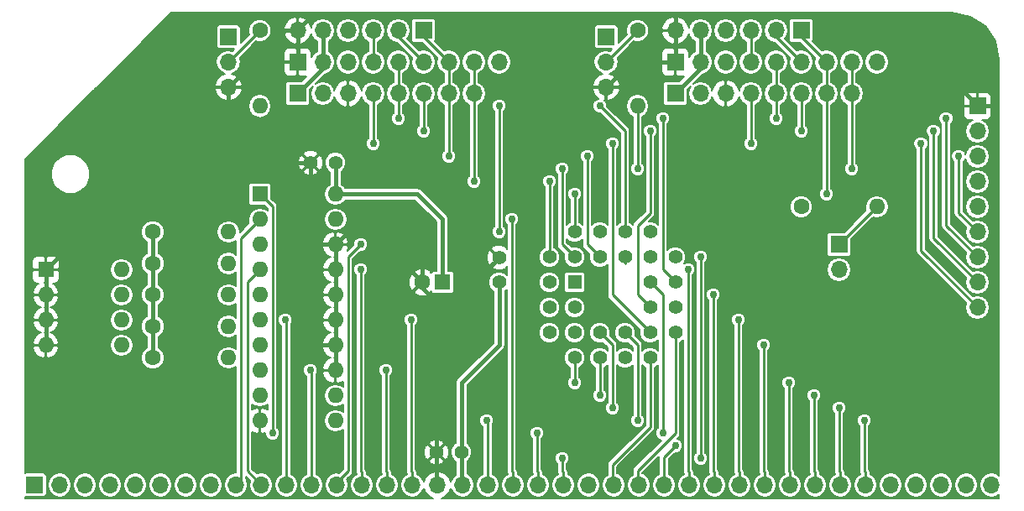
<source format=gtl>
G04 #@! TF.FileFunction,Copper,L1,Top,Signal*
%FSLAX46Y46*%
G04 Gerber Fmt 4.6, Leading zero omitted, Abs format (unit mm)*
G04 Created by KiCad (PCBNEW 4.0.5) date Mon Apr 20 22:21:36 2020*
%MOMM*%
%LPD*%
G01*
G04 APERTURE LIST*
%ADD10C,0.100000*%
%ADD11C,1.400000*%
%ADD12R,1.600000X1.600000*%
%ADD13C,1.600000*%
%ADD14R,1.700000X1.700000*%
%ADD15O,1.700000X1.700000*%
%ADD16O,1.600000X1.600000*%
%ADD17R,1.422400X1.422400*%
%ADD18C,1.422400*%
%ADD19C,1.016000*%
%ADD20C,0.762000*%
%ADD21C,0.457200*%
%ADD22C,0.254000*%
%ADD23C,0.127000*%
G04 APERTURE END LIST*
D10*
D11*
X137160000Y-116205000D03*
X137160000Y-113705000D03*
X120650000Y-104140000D03*
X118150000Y-104140000D03*
X133350000Y-133350000D03*
X130850000Y-133350000D03*
D12*
X131445000Y-116205000D03*
D13*
X129445000Y-116205000D03*
D14*
X171450000Y-112395000D03*
D15*
X171450000Y-114935000D03*
D14*
X109855000Y-91440000D03*
D15*
X109855000Y-93980000D03*
X109855000Y-96520000D03*
D14*
X147955000Y-91440000D03*
D15*
X147955000Y-93980000D03*
X147955000Y-96520000D03*
D14*
X116840000Y-97155000D03*
D15*
X119380000Y-97155000D03*
X121920000Y-97155000D03*
X124460000Y-97155000D03*
X127000000Y-97155000D03*
X129540000Y-97155000D03*
X132080000Y-97155000D03*
X134620000Y-97155000D03*
D14*
X129540000Y-90805000D03*
D15*
X127000000Y-90805000D03*
X124460000Y-90805000D03*
X121920000Y-90805000D03*
X119380000Y-90805000D03*
X116840000Y-90805000D03*
D14*
X154940000Y-93980000D03*
D15*
X157480000Y-93980000D03*
X160020000Y-93980000D03*
X162560000Y-93980000D03*
X165100000Y-93980000D03*
X167640000Y-93980000D03*
X170180000Y-93980000D03*
X172720000Y-93980000D03*
X175260000Y-93980000D03*
D14*
X154940000Y-97155000D03*
D15*
X157480000Y-97155000D03*
X160020000Y-97155000D03*
X162560000Y-97155000D03*
X165100000Y-97155000D03*
X167640000Y-97155000D03*
X170180000Y-97155000D03*
X172720000Y-97155000D03*
D14*
X167640000Y-90805000D03*
D15*
X165100000Y-90805000D03*
X162560000Y-90805000D03*
X160020000Y-90805000D03*
X157480000Y-90805000D03*
X154940000Y-90805000D03*
D14*
X90297000Y-136652000D03*
D15*
X92837000Y-136652000D03*
X95377000Y-136652000D03*
X97917000Y-136652000D03*
X100457000Y-136652000D03*
X102997000Y-136652000D03*
X105537000Y-136652000D03*
X108077000Y-136652000D03*
X110617000Y-136652000D03*
X113157000Y-136652000D03*
X115697000Y-136652000D03*
X118237000Y-136652000D03*
X120777000Y-136652000D03*
X123317000Y-136652000D03*
X125857000Y-136652000D03*
X128397000Y-136652000D03*
X130937000Y-136652000D03*
X133477000Y-136652000D03*
X136017000Y-136652000D03*
X138557000Y-136652000D03*
X141097000Y-136652000D03*
X143637000Y-136652000D03*
X146177000Y-136652000D03*
X148717000Y-136652000D03*
X151257000Y-136652000D03*
X153797000Y-136652000D03*
X156337000Y-136652000D03*
X158877000Y-136652000D03*
X161417000Y-136652000D03*
X163957000Y-136652000D03*
X166497000Y-136652000D03*
X169037000Y-136652000D03*
X171577000Y-136652000D03*
X174117000Y-136652000D03*
X176657000Y-136652000D03*
X179197000Y-136652000D03*
X181737000Y-136652000D03*
X184277000Y-136652000D03*
X186817000Y-136652000D03*
D13*
X102235000Y-111125000D03*
D16*
X109855000Y-111125000D03*
D13*
X102235000Y-114300000D03*
D16*
X109855000Y-114300000D03*
D13*
X102235000Y-117475000D03*
D16*
X109855000Y-117475000D03*
D13*
X102235000Y-120650000D03*
D16*
X109855000Y-120650000D03*
D13*
X102235000Y-123825000D03*
D16*
X109855000Y-123825000D03*
D13*
X167640000Y-108585000D03*
D16*
X175260000Y-108585000D03*
D13*
X113030000Y-90805000D03*
D16*
X113030000Y-98425000D03*
D13*
X151130000Y-90805000D03*
D16*
X151130000Y-98425000D03*
D17*
X144780000Y-116205000D03*
D18*
X144780000Y-118745000D03*
X144780000Y-113665000D03*
X142240000Y-118745000D03*
X142240000Y-121285000D03*
X142240000Y-116205000D03*
X144780000Y-121285000D03*
X147320000Y-121285000D03*
X149860000Y-121285000D03*
X144780000Y-123825000D03*
X147320000Y-123825000D03*
X149860000Y-123825000D03*
X152400000Y-123825000D03*
X152400000Y-121285000D03*
X152400000Y-118745000D03*
X152400000Y-116205000D03*
X152400000Y-111125000D03*
X154940000Y-121285000D03*
X154940000Y-118745000D03*
X154940000Y-116205000D03*
X154940000Y-113665000D03*
X152400000Y-113665000D03*
X149860000Y-113665000D03*
X147320000Y-113665000D03*
X142240000Y-113665000D03*
X149860000Y-111125000D03*
X147320000Y-111125000D03*
X144780000Y-111125000D03*
D12*
X113030000Y-107315000D03*
D16*
X120650000Y-130175000D03*
X113030000Y-109855000D03*
X120650000Y-127635000D03*
X113030000Y-112395000D03*
X120650000Y-125095000D03*
X113030000Y-114935000D03*
X120650000Y-122555000D03*
X113030000Y-117475000D03*
X120650000Y-120015000D03*
X113030000Y-120015000D03*
X120650000Y-117475000D03*
X113030000Y-122555000D03*
X120650000Y-114935000D03*
X113030000Y-125095000D03*
X120650000Y-112395000D03*
X113030000Y-127635000D03*
X120650000Y-109855000D03*
X113030000Y-130175000D03*
X120650000Y-107315000D03*
D14*
X116840000Y-93980000D03*
D15*
X119380000Y-93980000D03*
X121920000Y-93980000D03*
X124460000Y-93980000D03*
X127000000Y-93980000D03*
X129540000Y-93980000D03*
X132080000Y-93980000D03*
X134620000Y-93980000D03*
X137160000Y-93980000D03*
D12*
X91440000Y-114935000D03*
D16*
X99060000Y-122555000D03*
X91440000Y-117475000D03*
X99060000Y-120015000D03*
X91440000Y-120015000D03*
X99060000Y-117475000D03*
X91440000Y-122555000D03*
X99060000Y-114935000D03*
D14*
X185420000Y-98425000D03*
D15*
X185420000Y-100965000D03*
X185420000Y-103505000D03*
X185420000Y-106045000D03*
X185420000Y-108585000D03*
X185420000Y-111125000D03*
X185420000Y-113665000D03*
X185420000Y-116205000D03*
X185420000Y-118745000D03*
D19*
X116840000Y-130175000D03*
X130810000Y-122555000D03*
X179070000Y-118745000D03*
D20*
X153670000Y-131445000D03*
X140970000Y-131445000D03*
X115570000Y-120015000D03*
X118110000Y-125095000D03*
X123190000Y-112395000D03*
X123190000Y-114935000D03*
X125730000Y-125095000D03*
X128270000Y-120015000D03*
X135890000Y-130175000D03*
X138430000Y-109855000D03*
X143510000Y-133985000D03*
X157480000Y-133985000D03*
X157480000Y-113665000D03*
X114300000Y-131445000D03*
X154940000Y-132715000D03*
X156210000Y-114935000D03*
X158750000Y-117475000D03*
X161290000Y-120015000D03*
X163830000Y-122555000D03*
X144780000Y-126365000D03*
X166370000Y-126365000D03*
X147320000Y-127635000D03*
X168910000Y-127635000D03*
X148590000Y-128905000D03*
X171450000Y-128905000D03*
X173990000Y-130175000D03*
X151130000Y-130175000D03*
X182245000Y-99695000D03*
X153670000Y-99695000D03*
X127000000Y-99695000D03*
X165100000Y-99695000D03*
X180975000Y-100965000D03*
X152400000Y-100965000D03*
X167640000Y-100965000D03*
X129540000Y-100965000D03*
X179705000Y-102235000D03*
X148590000Y-102235000D03*
X162560000Y-102235000D03*
X124460000Y-102235000D03*
X183515000Y-103505000D03*
X132080000Y-103505000D03*
X146050000Y-103505000D03*
X142240000Y-106045000D03*
X134620000Y-106045000D03*
X170180000Y-107315000D03*
X144780000Y-107315000D03*
X172720000Y-104775000D03*
X151130000Y-104775000D03*
X143510000Y-104775000D03*
X137160000Y-111125000D03*
X137160000Y-98425000D03*
X147320000Y-98425000D03*
D21*
X102235000Y-120650000D02*
X102235000Y-123825000D01*
X102235000Y-117475000D02*
X102235000Y-120650000D01*
X102235000Y-114300000D02*
X102235000Y-117475000D01*
X102235000Y-111125000D02*
X102235000Y-114300000D01*
X137160000Y-116205000D02*
X137160000Y-122555000D01*
X133350000Y-126365000D02*
X133350000Y-133350000D01*
X137160000Y-122555000D02*
X133350000Y-126365000D01*
X131445000Y-116205000D02*
X131445000Y-109855000D01*
X131445000Y-109855000D02*
X128905000Y-107315000D01*
X128905000Y-107315000D02*
X120650000Y-107315000D01*
X157480000Y-93980000D02*
X157480000Y-94615000D01*
X157480000Y-94615000D02*
X154940000Y-97155000D01*
X157480000Y-90805000D02*
X157480000Y-93980000D01*
X119380000Y-93980000D02*
X119380000Y-94615000D01*
X119380000Y-94615000D02*
X116840000Y-97155000D01*
X119380000Y-90805000D02*
X119380000Y-93980000D01*
X133350000Y-133350000D02*
X133350000Y-136525000D01*
X133350000Y-136525000D02*
X133477000Y-136652000D01*
X120650000Y-107315000D02*
X120650000Y-104140000D01*
X154940000Y-93980000D02*
X150495000Y-93980000D01*
X150495000Y-93980000D02*
X147955000Y-96520000D01*
X154940000Y-90805000D02*
X154940000Y-93980000D01*
X154940000Y-90805000D02*
X154940000Y-89154000D01*
X154940000Y-89154000D02*
X154940000Y-89281000D01*
X154940000Y-89281000D02*
X154940000Y-89154000D01*
X156464000Y-89154000D02*
X154940000Y-89154000D01*
X156464000Y-89154000D02*
X176149000Y-89154000D01*
X176149000Y-89154000D02*
X185420000Y-98425000D01*
X154940000Y-89154000D02*
X141224000Y-89154000D01*
X141224000Y-89154000D02*
X118364000Y-89154000D01*
X116840000Y-90678000D02*
X118364000Y-89154000D01*
X154940000Y-90805000D02*
X154940000Y-90678000D01*
X116840000Y-90805000D02*
X116840000Y-90678000D01*
X120650000Y-114935000D02*
X120650000Y-112395000D01*
X120650000Y-117475000D02*
X120650000Y-114935000D01*
X120650000Y-120015000D02*
X120650000Y-117475000D01*
X120650000Y-122555000D02*
X120650000Y-120015000D01*
X120650000Y-125095000D02*
X120650000Y-122555000D01*
X91440000Y-120015000D02*
X91440000Y-122555000D01*
X91440000Y-117475000D02*
X91440000Y-120015000D01*
X91440000Y-114935000D02*
X91440000Y-117475000D01*
X120650000Y-122555000D02*
X116840000Y-122555000D01*
X116840000Y-122555000D02*
X116840000Y-130175000D01*
X130850000Y-133350000D02*
X130850000Y-122595000D01*
X130850000Y-122595000D02*
X130810000Y-122555000D01*
X109855000Y-104140000D02*
X102235000Y-104140000D01*
X102235000Y-104140000D02*
X91440000Y-114935000D01*
X179070000Y-118745000D02*
X180975000Y-120650000D01*
X187325000Y-120650000D02*
X180975000Y-120650000D01*
X187325000Y-98425000D02*
X187325000Y-120650000D01*
X129445000Y-116205000D02*
X129445000Y-116745000D01*
X129445000Y-116745000D02*
X130810000Y-118110000D01*
X132755000Y-118110000D02*
X137160000Y-113705000D01*
X130810000Y-118110000D02*
X132755000Y-118110000D01*
X120650000Y-112395000D02*
X122555000Y-110490000D01*
X122555000Y-110490000D02*
X129540000Y-110490000D01*
X129540000Y-110490000D02*
X129445000Y-110585000D01*
X129445000Y-110585000D02*
X129445000Y-116205000D01*
X118150000Y-104140000D02*
X118150000Y-112355000D01*
X118150000Y-112355000D02*
X118190000Y-112395000D01*
X118190000Y-112395000D02*
X120650000Y-112395000D01*
X118150000Y-104140000D02*
X109855000Y-104140000D01*
X109855000Y-104140000D02*
X109855000Y-96520000D01*
X187325000Y-98425000D02*
X185420000Y-98425000D01*
X109855000Y-96520000D02*
X115570000Y-90805000D01*
X115570000Y-90805000D02*
X116840000Y-90805000D01*
X116840000Y-90805000D02*
X116840000Y-93980000D01*
X118110000Y-104180000D02*
X118150000Y-104140000D01*
X130850000Y-133350000D02*
X130850000Y-136565000D01*
X130850000Y-136565000D02*
X130937000Y-136652000D01*
D22*
X140970000Y-133350000D02*
X140970000Y-131445000D01*
X152400000Y-116205000D02*
X153670000Y-117475000D01*
X153670000Y-117475000D02*
X153670000Y-131445000D01*
X141097000Y-135382000D02*
X141097000Y-136652000D01*
X140970000Y-135255000D02*
X141097000Y-135382000D01*
X140970000Y-133350000D02*
X140970000Y-135255000D01*
X141478000Y-136652000D02*
X141097000Y-136652000D01*
X113030000Y-109855000D02*
X111125000Y-111760000D01*
X111125000Y-111760000D02*
X111125000Y-136144000D01*
X111125000Y-136144000D02*
X110617000Y-136652000D01*
X113030000Y-114935000D02*
X111760000Y-116205000D01*
X111760000Y-135255000D02*
X113157000Y-136652000D01*
X111760000Y-116205000D02*
X111760000Y-135255000D01*
X115697000Y-120142000D02*
X115697000Y-136652000D01*
X115570000Y-120015000D02*
X115697000Y-120142000D01*
X118237000Y-125222000D02*
X118237000Y-136652000D01*
X118110000Y-125095000D02*
X118237000Y-125222000D01*
X121920000Y-135255000D02*
X120777000Y-136398000D01*
X121920000Y-113665000D02*
X121920000Y-135255000D01*
X123190000Y-112395000D02*
X121920000Y-113665000D01*
X120777000Y-136398000D02*
X120777000Y-136652000D01*
X120777000Y-136398000D02*
X120777000Y-136652000D01*
X123317000Y-135382000D02*
X123317000Y-136652000D01*
X123190000Y-135255000D02*
X123317000Y-135382000D01*
X123190000Y-114935000D02*
X123190000Y-135255000D01*
X125857000Y-135382000D02*
X125857000Y-136652000D01*
X125730000Y-135255000D02*
X125857000Y-135382000D01*
X125730000Y-125095000D02*
X125730000Y-135255000D01*
X128270000Y-120015000D02*
X128270000Y-123825000D01*
X128397000Y-135382000D02*
X128397000Y-136652000D01*
X128270000Y-135255000D02*
X128397000Y-135382000D01*
X128270000Y-123825000D02*
X128270000Y-135255000D01*
X136017000Y-130302000D02*
X136017000Y-136652000D01*
X135890000Y-130175000D02*
X136017000Y-130302000D01*
X138430000Y-131445000D02*
X138430000Y-109855000D01*
X138557000Y-135382000D02*
X138557000Y-136652000D01*
X138430000Y-135255000D02*
X138557000Y-135382000D01*
X138430000Y-131445000D02*
X138430000Y-135255000D01*
X149860000Y-114300000D02*
X149860000Y-113665000D01*
X157480000Y-130810000D02*
X157480000Y-133985000D01*
X143510000Y-133985000D02*
X143510000Y-135255000D01*
X143637000Y-135382000D02*
X143637000Y-136652000D01*
X143510000Y-135255000D02*
X143637000Y-135382000D01*
X157480000Y-113665000D02*
X157480000Y-130810000D01*
X144018000Y-136652000D02*
X143637000Y-136652000D01*
X152400000Y-123825000D02*
X152400000Y-130810000D01*
X148590000Y-134620000D02*
X148590000Y-136525000D01*
X152400000Y-130810000D02*
X148590000Y-134620000D01*
X148590000Y-136525000D02*
X148717000Y-136652000D01*
X148590000Y-136525000D02*
X148717000Y-136652000D01*
X148717000Y-136398000D02*
X148717000Y-136652000D01*
X148717000Y-136398000D02*
X148717000Y-136652000D01*
X154940000Y-121285000D02*
X154940000Y-131445000D01*
X151130000Y-135255000D02*
X151130000Y-136525000D01*
X154940000Y-131445000D02*
X151130000Y-135255000D01*
X151130000Y-136525000D02*
X151257000Y-136652000D01*
X151130000Y-136525000D02*
X151257000Y-136652000D01*
X151257000Y-136398000D02*
X151257000Y-136652000D01*
X151257000Y-136398000D02*
X151257000Y-136652000D01*
X153797000Y-136652000D02*
X153797000Y-133858000D01*
X114300000Y-108585000D02*
X113030000Y-107315000D01*
X114300000Y-131445000D02*
X114300000Y-108585000D01*
X153797000Y-133858000D02*
X154940000Y-132715000D01*
X156210000Y-125095000D02*
X156210000Y-114935000D01*
X156210000Y-125095000D02*
X156210000Y-125730000D01*
X156210000Y-125730000D02*
X156210000Y-135255000D01*
X156210000Y-135255000D02*
X156337000Y-135382000D01*
X156337000Y-135382000D02*
X156337000Y-136652000D01*
X158750000Y-117475000D02*
X158750000Y-135255000D01*
X158750000Y-135255000D02*
X158877000Y-135382000D01*
X158877000Y-135382000D02*
X158877000Y-136652000D01*
X161290000Y-120015000D02*
X161290000Y-135255000D01*
X161290000Y-135255000D02*
X161417000Y-135382000D01*
X161417000Y-135382000D02*
X161417000Y-136652000D01*
X163830000Y-122555000D02*
X163830000Y-135255000D01*
X163830000Y-135255000D02*
X163957000Y-135382000D01*
X163957000Y-135382000D02*
X163957000Y-136652000D01*
X144780000Y-123825000D02*
X144780000Y-126365000D01*
X166370000Y-126365000D02*
X166370000Y-135255000D01*
X166370000Y-135255000D02*
X166497000Y-135382000D01*
X166497000Y-135382000D02*
X166497000Y-136652000D01*
X147320000Y-123825000D02*
X147320000Y-127635000D01*
X168910000Y-127635000D02*
X168910000Y-135255000D01*
X168910000Y-135255000D02*
X169037000Y-135382000D01*
X169037000Y-135382000D02*
X169037000Y-136652000D01*
X147320000Y-121285000D02*
X148590000Y-122555000D01*
X148590000Y-122555000D02*
X148590000Y-128905000D01*
X171450000Y-128905000D02*
X171450000Y-135255000D01*
X171450000Y-135255000D02*
X171577000Y-135382000D01*
X171577000Y-135382000D02*
X171577000Y-136652000D01*
X174117000Y-135382000D02*
X174117000Y-136652000D01*
X173990000Y-135255000D02*
X174117000Y-135382000D01*
X173990000Y-130175000D02*
X173990000Y-135255000D01*
X151130000Y-122555000D02*
X151130000Y-130175000D01*
X149860000Y-121285000D02*
X151130000Y-122555000D01*
X175260000Y-108585000D02*
X171450000Y-112395000D01*
X185420000Y-113665000D02*
X182245000Y-110490000D01*
X182245000Y-110490000D02*
X182245000Y-99695000D01*
X154940000Y-116205000D02*
X153670000Y-114935000D01*
X153670000Y-114935000D02*
X153670000Y-99695000D01*
X127000000Y-99695000D02*
X127000000Y-97155000D01*
X165100000Y-99695000D02*
X165100000Y-97155000D01*
X165100000Y-93980000D02*
X165100000Y-97155000D01*
X127000000Y-97155000D02*
X127000000Y-93980000D01*
X113030000Y-90805000D02*
X109855000Y-93980000D01*
X147955000Y-93980000D02*
X151130000Y-90805000D01*
X185420000Y-116205000D02*
X180975000Y-111760000D01*
X180975000Y-111760000D02*
X180975000Y-100965000D01*
X151130000Y-111125000D02*
X151130000Y-110490000D01*
X152400000Y-109220000D02*
X152400000Y-100965000D01*
X151130000Y-110490000D02*
X152400000Y-109220000D01*
X152400000Y-118745000D02*
X151130000Y-117475000D01*
X151130000Y-117475000D02*
X151130000Y-111125000D01*
X167640000Y-100965000D02*
X167640000Y-97155000D01*
X129540000Y-100965000D02*
X129540000Y-97155000D01*
X162560000Y-90805000D02*
X162560000Y-93980000D01*
X124460000Y-90805000D02*
X124460000Y-93980000D01*
X185420000Y-118745000D02*
X179705000Y-113030000D01*
X179705000Y-113030000D02*
X179705000Y-102235000D01*
X152400000Y-121285000D02*
X148590000Y-117475000D01*
X148590000Y-117475000D02*
X148590000Y-102235000D01*
X162560000Y-102235000D02*
X162560000Y-97155000D01*
X124460000Y-102235000D02*
X124460000Y-97155000D01*
X165100000Y-90805000D02*
X165100000Y-91440000D01*
X165100000Y-91440000D02*
X167640000Y-93980000D01*
X127000000Y-90805000D02*
X127000000Y-91440000D01*
X127000000Y-91440000D02*
X129540000Y-93980000D01*
X183515000Y-103505000D02*
X183515000Y-109220000D01*
X185420000Y-111125000D02*
X183515000Y-109220000D01*
X147320000Y-113665000D02*
X146050000Y-112395000D01*
X132080000Y-103505000D02*
X132080000Y-97155000D01*
X146050000Y-112395000D02*
X146050000Y-103505000D01*
X132080000Y-93980000D02*
X132080000Y-97155000D01*
X129540000Y-90805000D02*
X129540000Y-91440000D01*
X129540000Y-91440000D02*
X132080000Y-93980000D01*
X134620000Y-104140000D02*
X134620000Y-106045000D01*
X142240000Y-113665000D02*
X142240000Y-106045000D01*
X134620000Y-104140000D02*
X134620000Y-97155000D01*
X134620000Y-93980000D02*
X134620000Y-97155000D01*
X144780000Y-111125000D02*
X144780000Y-107315000D01*
X170180000Y-107315000D02*
X170180000Y-97155000D01*
X170180000Y-97155000D02*
X170180000Y-93980000D01*
X167640000Y-90805000D02*
X167640000Y-91440000D01*
X167640000Y-91440000D02*
X170180000Y-93980000D01*
X172720000Y-104775000D02*
X172720000Y-97155000D01*
X144780000Y-113665000D02*
X143510000Y-112395000D01*
X151130000Y-104775000D02*
X151130000Y-97790000D01*
X143510000Y-112395000D02*
X143510000Y-104775000D01*
X172720000Y-97155000D02*
X172720000Y-93980000D01*
X149860000Y-111125000D02*
X149860000Y-100965000D01*
X137160000Y-98425000D02*
X137160000Y-111125000D01*
X149860000Y-100965000D02*
X147320000Y-98425000D01*
D23*
G36*
X184678720Y-89375793D02*
X186186644Y-90383356D01*
X187194207Y-91891282D01*
X187556700Y-93713661D01*
X187556700Y-135685301D01*
X187283223Y-135502570D01*
X186817000Y-135409832D01*
X186350777Y-135502570D01*
X185955532Y-135766664D01*
X185691438Y-136161909D01*
X185598700Y-136628132D01*
X185598700Y-136675868D01*
X185691438Y-137142091D01*
X185955532Y-137537336D01*
X186350777Y-137801430D01*
X186817000Y-137894168D01*
X187283223Y-137801430D01*
X187556700Y-137618699D01*
X187556700Y-137986700D01*
X131361810Y-137986700D01*
X131720333Y-137838199D01*
X132114644Y-137448136D01*
X132316734Y-136967624D01*
X132351438Y-137142091D01*
X132615532Y-137537336D01*
X133010777Y-137801430D01*
X133477000Y-137894168D01*
X133943223Y-137801430D01*
X134338468Y-137537336D01*
X134602562Y-137142091D01*
X134695300Y-136675868D01*
X134695300Y-136628132D01*
X134798700Y-136628132D01*
X134798700Y-136675868D01*
X134891438Y-137142091D01*
X135155532Y-137537336D01*
X135550777Y-137801430D01*
X136017000Y-137894168D01*
X136483223Y-137801430D01*
X136878468Y-137537336D01*
X137142562Y-137142091D01*
X137235300Y-136675868D01*
X137235300Y-136628132D01*
X137142562Y-136161909D01*
X136878468Y-135766664D01*
X136512300Y-135521999D01*
X136512300Y-130612533D01*
X136524856Y-130599999D01*
X136639170Y-130324699D01*
X136639430Y-130026609D01*
X136525596Y-129751110D01*
X136314999Y-129540144D01*
X136039699Y-129425830D01*
X135741609Y-129425570D01*
X135466110Y-129539404D01*
X135255144Y-129750001D01*
X135140830Y-130025301D01*
X135140570Y-130323391D01*
X135254404Y-130598890D01*
X135465001Y-130809856D01*
X135521700Y-130833399D01*
X135521700Y-135521999D01*
X135155532Y-135766664D01*
X134891438Y-136161909D01*
X134798700Y-136628132D01*
X134695300Y-136628132D01*
X134602562Y-136161909D01*
X134338468Y-135766664D01*
X133946900Y-135505027D01*
X133946900Y-134259269D01*
X133954353Y-134256189D01*
X134255132Y-133955933D01*
X134418114Y-133563430D01*
X134418485Y-133138434D01*
X134256189Y-132745647D01*
X133955933Y-132444868D01*
X133946900Y-132441117D01*
X133946900Y-126612244D01*
X137582072Y-122977072D01*
X137711464Y-122783424D01*
X137756900Y-122555000D01*
X137756900Y-117114269D01*
X137764353Y-117111189D01*
X137934700Y-116941138D01*
X137934700Y-135255000D01*
X137972402Y-135444544D01*
X138035744Y-135539342D01*
X137695532Y-135766664D01*
X137431438Y-136161909D01*
X137338700Y-136628132D01*
X137338700Y-136675868D01*
X137431438Y-137142091D01*
X137695532Y-137537336D01*
X138090777Y-137801430D01*
X138557000Y-137894168D01*
X139023223Y-137801430D01*
X139418468Y-137537336D01*
X139682562Y-137142091D01*
X139775300Y-136675868D01*
X139775300Y-136628132D01*
X139878700Y-136628132D01*
X139878700Y-136675868D01*
X139971438Y-137142091D01*
X140235532Y-137537336D01*
X140630777Y-137801430D01*
X141097000Y-137894168D01*
X141563223Y-137801430D01*
X141958468Y-137537336D01*
X142222562Y-137142091D01*
X142315300Y-136675868D01*
X142315300Y-136628132D01*
X142418700Y-136628132D01*
X142418700Y-136675868D01*
X142511438Y-137142091D01*
X142775532Y-137537336D01*
X143170777Y-137801430D01*
X143637000Y-137894168D01*
X144103223Y-137801430D01*
X144498468Y-137537336D01*
X144762562Y-137142091D01*
X144855300Y-136675868D01*
X144855300Y-136628132D01*
X144958700Y-136628132D01*
X144958700Y-136675868D01*
X145051438Y-137142091D01*
X145315532Y-137537336D01*
X145710777Y-137801430D01*
X146177000Y-137894168D01*
X146643223Y-137801430D01*
X147038468Y-137537336D01*
X147302562Y-137142091D01*
X147395300Y-136675868D01*
X147395300Y-136628132D01*
X147302562Y-136161909D01*
X147038468Y-135766664D01*
X146643223Y-135502570D01*
X146177000Y-135409832D01*
X145710777Y-135502570D01*
X145315532Y-135766664D01*
X145051438Y-136161909D01*
X144958700Y-136628132D01*
X144855300Y-136628132D01*
X144762562Y-136161909D01*
X144498468Y-135766664D01*
X144132300Y-135521999D01*
X144132300Y-135382000D01*
X144107901Y-135259336D01*
X144094598Y-135192456D01*
X144005300Y-135058813D01*
X144005300Y-134549311D01*
X144144856Y-134409999D01*
X144259170Y-134134699D01*
X144259430Y-133836609D01*
X144145596Y-133561110D01*
X143934999Y-133350144D01*
X143659699Y-133235830D01*
X143361609Y-133235570D01*
X143086110Y-133349404D01*
X142875144Y-133560001D01*
X142760830Y-133835301D01*
X142760570Y-134133391D01*
X142874404Y-134408890D01*
X143014700Y-134549432D01*
X143014700Y-135255000D01*
X143052402Y-135444544D01*
X143115744Y-135539342D01*
X142775532Y-135766664D01*
X142511438Y-136161909D01*
X142418700Y-136628132D01*
X142315300Y-136628132D01*
X142222562Y-136161909D01*
X141958468Y-135766664D01*
X141592300Y-135521999D01*
X141592300Y-135382000D01*
X141567901Y-135259336D01*
X141554598Y-135192456D01*
X141465300Y-135058813D01*
X141465300Y-132009311D01*
X141604856Y-131869999D01*
X141719170Y-131594699D01*
X141719430Y-131296609D01*
X141605596Y-131021110D01*
X141394999Y-130810144D01*
X141119699Y-130695830D01*
X140821609Y-130695570D01*
X140546110Y-130809404D01*
X140335144Y-131020001D01*
X140220830Y-131295301D01*
X140220570Y-131593391D01*
X140334404Y-131868890D01*
X140474700Y-132009432D01*
X140474700Y-135255000D01*
X140512402Y-135444544D01*
X140575744Y-135539342D01*
X140235532Y-135766664D01*
X139971438Y-136161909D01*
X139878700Y-136628132D01*
X139775300Y-136628132D01*
X139682562Y-136161909D01*
X139418468Y-135766664D01*
X139052300Y-135521999D01*
X139052300Y-135382000D01*
X139027901Y-135259336D01*
X139014598Y-135192456D01*
X138925300Y-135058813D01*
X138925300Y-124038784D01*
X143700313Y-124038784D01*
X143864311Y-124435689D01*
X144167714Y-124739622D01*
X144284700Y-124788199D01*
X144284700Y-125800689D01*
X144145144Y-125940001D01*
X144030830Y-126215301D01*
X144030570Y-126513391D01*
X144144404Y-126788890D01*
X144355001Y-126999856D01*
X144630301Y-127114170D01*
X144928391Y-127114430D01*
X145203890Y-127000596D01*
X145414856Y-126789999D01*
X145529170Y-126514699D01*
X145529430Y-126216609D01*
X145415596Y-125941110D01*
X145275300Y-125800568D01*
X145275300Y-124788367D01*
X145390689Y-124740689D01*
X145694622Y-124437286D01*
X145859313Y-124040668D01*
X145859687Y-123611216D01*
X145695689Y-123214311D01*
X145392286Y-122910378D01*
X144995668Y-122745687D01*
X144566216Y-122745313D01*
X144169311Y-122909311D01*
X143865378Y-123212714D01*
X143700687Y-123609332D01*
X143700313Y-124038784D01*
X138925300Y-124038784D01*
X138925300Y-121498784D01*
X141160313Y-121498784D01*
X141324311Y-121895689D01*
X141627714Y-122199622D01*
X142024332Y-122364313D01*
X142453784Y-122364687D01*
X142850689Y-122200689D01*
X143154622Y-121897286D01*
X143319313Y-121500668D01*
X143319314Y-121498784D01*
X143700313Y-121498784D01*
X143864311Y-121895689D01*
X144167714Y-122199622D01*
X144564332Y-122364313D01*
X144993784Y-122364687D01*
X145390689Y-122200689D01*
X145694622Y-121897286D01*
X145859313Y-121500668D01*
X145859687Y-121071216D01*
X145695689Y-120674311D01*
X145392286Y-120370378D01*
X144995668Y-120205687D01*
X144566216Y-120205313D01*
X144169311Y-120369311D01*
X143865378Y-120672714D01*
X143700687Y-121069332D01*
X143700313Y-121498784D01*
X143319314Y-121498784D01*
X143319687Y-121071216D01*
X143155689Y-120674311D01*
X142852286Y-120370378D01*
X142455668Y-120205687D01*
X142026216Y-120205313D01*
X141629311Y-120369311D01*
X141325378Y-120672714D01*
X141160687Y-121069332D01*
X141160313Y-121498784D01*
X138925300Y-121498784D01*
X138925300Y-118958784D01*
X141160313Y-118958784D01*
X141324311Y-119355689D01*
X141627714Y-119659622D01*
X142024332Y-119824313D01*
X142453784Y-119824687D01*
X142850689Y-119660689D01*
X143154622Y-119357286D01*
X143319313Y-118960668D01*
X143319314Y-118958784D01*
X143700313Y-118958784D01*
X143864311Y-119355689D01*
X144167714Y-119659622D01*
X144564332Y-119824313D01*
X144993784Y-119824687D01*
X145390689Y-119660689D01*
X145694622Y-119357286D01*
X145859313Y-118960668D01*
X145859687Y-118531216D01*
X145695689Y-118134311D01*
X145392286Y-117830378D01*
X144995668Y-117665687D01*
X144566216Y-117665313D01*
X144169311Y-117829311D01*
X143865378Y-118132714D01*
X143700687Y-118529332D01*
X143700313Y-118958784D01*
X143319314Y-118958784D01*
X143319687Y-118531216D01*
X143155689Y-118134311D01*
X142852286Y-117830378D01*
X142455668Y-117665687D01*
X142026216Y-117665313D01*
X141629311Y-117829311D01*
X141325378Y-118132714D01*
X141160687Y-118529332D01*
X141160313Y-118958784D01*
X138925300Y-118958784D01*
X138925300Y-116418784D01*
X141160313Y-116418784D01*
X141324311Y-116815689D01*
X141627714Y-117119622D01*
X142024332Y-117284313D01*
X142453784Y-117284687D01*
X142850689Y-117120689D01*
X143154622Y-116817286D01*
X143319313Y-116420668D01*
X143319687Y-115991216D01*
X143155689Y-115594311D01*
X143055354Y-115493800D01*
X143693285Y-115493800D01*
X143693285Y-116916200D01*
X143718966Y-117052684D01*
X143799628Y-117178036D01*
X143922704Y-117262130D01*
X144068800Y-117291715D01*
X145491200Y-117291715D01*
X145627684Y-117266034D01*
X145753036Y-117185372D01*
X145837130Y-117062296D01*
X145866715Y-116916200D01*
X145866715Y-115493800D01*
X145841034Y-115357316D01*
X145760372Y-115231964D01*
X145637296Y-115147870D01*
X145491200Y-115118285D01*
X144068800Y-115118285D01*
X143932316Y-115143966D01*
X143806964Y-115224628D01*
X143722870Y-115347704D01*
X143693285Y-115493800D01*
X143055354Y-115493800D01*
X142852286Y-115290378D01*
X142455668Y-115125687D01*
X142026216Y-115125313D01*
X141629311Y-115289311D01*
X141325378Y-115592714D01*
X141160687Y-115989332D01*
X141160313Y-116418784D01*
X138925300Y-116418784D01*
X138925300Y-113878784D01*
X141160313Y-113878784D01*
X141324311Y-114275689D01*
X141627714Y-114579622D01*
X142024332Y-114744313D01*
X142453784Y-114744687D01*
X142850689Y-114580689D01*
X143154622Y-114277286D01*
X143319313Y-113880668D01*
X143319687Y-113451216D01*
X143155689Y-113054311D01*
X142852286Y-112750378D01*
X142735300Y-112701801D01*
X142735300Y-106609311D01*
X142874856Y-106469999D01*
X142989170Y-106194699D01*
X142989430Y-105896609D01*
X142875596Y-105621110D01*
X142664999Y-105410144D01*
X142389699Y-105295830D01*
X142091609Y-105295570D01*
X141816110Y-105409404D01*
X141605144Y-105620001D01*
X141490830Y-105895301D01*
X141490570Y-106193391D01*
X141604404Y-106468890D01*
X141744700Y-106609432D01*
X141744700Y-112701633D01*
X141629311Y-112749311D01*
X141325378Y-113052714D01*
X141160687Y-113449332D01*
X141160313Y-113878784D01*
X138925300Y-113878784D01*
X138925300Y-110419311D01*
X139064856Y-110279999D01*
X139179170Y-110004699D01*
X139179430Y-109706609D01*
X139065596Y-109431110D01*
X138854999Y-109220144D01*
X138579699Y-109105830D01*
X138281609Y-109105570D01*
X138006110Y-109219404D01*
X137795144Y-109430001D01*
X137680830Y-109705301D01*
X137680570Y-110003391D01*
X137794404Y-110278890D01*
X137934700Y-110419432D01*
X137934700Y-112840495D01*
X137929534Y-112845661D01*
X137869724Y-112620116D01*
X137400532Y-112431099D01*
X136894723Y-112436021D01*
X136450276Y-112620116D01*
X136390466Y-112845663D01*
X137160000Y-113615197D01*
X137174142Y-113601055D01*
X137263945Y-113690858D01*
X137249803Y-113705000D01*
X137263945Y-113719142D01*
X137174142Y-113808945D01*
X137160000Y-113794803D01*
X136390466Y-114564337D01*
X136450276Y-114789884D01*
X136919468Y-114978901D01*
X137425277Y-114973979D01*
X137869724Y-114789884D01*
X137929534Y-114564339D01*
X137934700Y-114569505D01*
X137934700Y-115468929D01*
X137765933Y-115299868D01*
X137373430Y-115136886D01*
X136948434Y-115136515D01*
X136555647Y-115298811D01*
X136254868Y-115599067D01*
X136091886Y-115991570D01*
X136091515Y-116416566D01*
X136253811Y-116809353D01*
X136554067Y-117110132D01*
X136563100Y-117113883D01*
X136563100Y-122307756D01*
X132927928Y-125942928D01*
X132798536Y-126136576D01*
X132753100Y-126365000D01*
X132753100Y-132440731D01*
X132745647Y-132443811D01*
X132444868Y-132744067D01*
X132281886Y-133136570D01*
X132281515Y-133561566D01*
X132443811Y-133954353D01*
X132744067Y-134255132D01*
X132753100Y-134258883D01*
X132753100Y-135674744D01*
X132615532Y-135766664D01*
X132351438Y-136161909D01*
X132316734Y-136336376D01*
X132114644Y-135855864D01*
X131720333Y-135465801D01*
X131221868Y-135259336D01*
X131000500Y-135374953D01*
X131000500Y-136588500D01*
X131020500Y-136588500D01*
X131020500Y-136715500D01*
X131000500Y-136715500D01*
X131000500Y-136735500D01*
X130873500Y-136735500D01*
X130873500Y-136715500D01*
X130853500Y-136715500D01*
X130853500Y-136588500D01*
X130873500Y-136588500D01*
X130873500Y-135374953D01*
X130652132Y-135259336D01*
X130153667Y-135465801D01*
X129759356Y-135855864D01*
X129557266Y-136336376D01*
X129522562Y-136161909D01*
X129258468Y-135766664D01*
X128892300Y-135521999D01*
X128892300Y-135382000D01*
X128867901Y-135259336D01*
X128854598Y-135192456D01*
X128765300Y-135058813D01*
X128765300Y-134209337D01*
X130080466Y-134209337D01*
X130140276Y-134434884D01*
X130609468Y-134623901D01*
X131115277Y-134618979D01*
X131559724Y-134434884D01*
X131619534Y-134209337D01*
X130850000Y-133439803D01*
X130080466Y-134209337D01*
X128765300Y-134209337D01*
X128765300Y-133109468D01*
X129576099Y-133109468D01*
X129581021Y-133615277D01*
X129765116Y-134059724D01*
X129990663Y-134119534D01*
X130760197Y-133350000D01*
X130939803Y-133350000D01*
X131709337Y-134119534D01*
X131934884Y-134059724D01*
X132123901Y-133590532D01*
X132118979Y-133084723D01*
X131934884Y-132640276D01*
X131709337Y-132580466D01*
X130939803Y-133350000D01*
X130760197Y-133350000D01*
X129990663Y-132580466D01*
X129765116Y-132640276D01*
X129576099Y-133109468D01*
X128765300Y-133109468D01*
X128765300Y-132490663D01*
X130080466Y-132490663D01*
X130850000Y-133260197D01*
X131619534Y-132490663D01*
X131559724Y-132265116D01*
X131090532Y-132076099D01*
X130584723Y-132081021D01*
X130140276Y-132265116D01*
X130080466Y-132490663D01*
X128765300Y-132490663D01*
X128765300Y-120579311D01*
X128904856Y-120439999D01*
X129019170Y-120164699D01*
X129019430Y-119866609D01*
X128905596Y-119591110D01*
X128694999Y-119380144D01*
X128419699Y-119265830D01*
X128121609Y-119265570D01*
X127846110Y-119379404D01*
X127635144Y-119590001D01*
X127520830Y-119865301D01*
X127520570Y-120163391D01*
X127634404Y-120438890D01*
X127774700Y-120579432D01*
X127774700Y-135255000D01*
X127812402Y-135444544D01*
X127875744Y-135539342D01*
X127535532Y-135766664D01*
X127271438Y-136161909D01*
X127178700Y-136628132D01*
X127178700Y-136675868D01*
X127271438Y-137142091D01*
X127535532Y-137537336D01*
X127930777Y-137801430D01*
X128397000Y-137894168D01*
X128863223Y-137801430D01*
X129258468Y-137537336D01*
X129522562Y-137142091D01*
X129557266Y-136967624D01*
X129759356Y-137448136D01*
X130153667Y-137838199D01*
X130512190Y-137986700D01*
X89343300Y-137986700D01*
X89343300Y-137856515D01*
X89447000Y-137877515D01*
X91147000Y-137877515D01*
X91283484Y-137851834D01*
X91408836Y-137771172D01*
X91492930Y-137648096D01*
X91522515Y-137502000D01*
X91522515Y-136628132D01*
X91618700Y-136628132D01*
X91618700Y-136675868D01*
X91711438Y-137142091D01*
X91975532Y-137537336D01*
X92370777Y-137801430D01*
X92837000Y-137894168D01*
X93303223Y-137801430D01*
X93698468Y-137537336D01*
X93962562Y-137142091D01*
X94055300Y-136675868D01*
X94055300Y-136628132D01*
X94158700Y-136628132D01*
X94158700Y-136675868D01*
X94251438Y-137142091D01*
X94515532Y-137537336D01*
X94910777Y-137801430D01*
X95377000Y-137894168D01*
X95843223Y-137801430D01*
X96238468Y-137537336D01*
X96502562Y-137142091D01*
X96595300Y-136675868D01*
X96595300Y-136628132D01*
X96698700Y-136628132D01*
X96698700Y-136675868D01*
X96791438Y-137142091D01*
X97055532Y-137537336D01*
X97450777Y-137801430D01*
X97917000Y-137894168D01*
X98383223Y-137801430D01*
X98778468Y-137537336D01*
X99042562Y-137142091D01*
X99135300Y-136675868D01*
X99135300Y-136628132D01*
X99238700Y-136628132D01*
X99238700Y-136675868D01*
X99331438Y-137142091D01*
X99595532Y-137537336D01*
X99990777Y-137801430D01*
X100457000Y-137894168D01*
X100923223Y-137801430D01*
X101318468Y-137537336D01*
X101582562Y-137142091D01*
X101675300Y-136675868D01*
X101675300Y-136628132D01*
X101778700Y-136628132D01*
X101778700Y-136675868D01*
X101871438Y-137142091D01*
X102135532Y-137537336D01*
X102530777Y-137801430D01*
X102997000Y-137894168D01*
X103463223Y-137801430D01*
X103858468Y-137537336D01*
X104122562Y-137142091D01*
X104215300Y-136675868D01*
X104215300Y-136628132D01*
X104318700Y-136628132D01*
X104318700Y-136675868D01*
X104411438Y-137142091D01*
X104675532Y-137537336D01*
X105070777Y-137801430D01*
X105537000Y-137894168D01*
X106003223Y-137801430D01*
X106398468Y-137537336D01*
X106662562Y-137142091D01*
X106755300Y-136675868D01*
X106755300Y-136628132D01*
X106858700Y-136628132D01*
X106858700Y-136675868D01*
X106951438Y-137142091D01*
X107215532Y-137537336D01*
X107610777Y-137801430D01*
X108077000Y-137894168D01*
X108543223Y-137801430D01*
X108938468Y-137537336D01*
X109202562Y-137142091D01*
X109295300Y-136675868D01*
X109295300Y-136628132D01*
X109202562Y-136161909D01*
X108938468Y-135766664D01*
X108543223Y-135502570D01*
X108077000Y-135409832D01*
X107610777Y-135502570D01*
X107215532Y-135766664D01*
X106951438Y-136161909D01*
X106858700Y-136628132D01*
X106755300Y-136628132D01*
X106662562Y-136161909D01*
X106398468Y-135766664D01*
X106003223Y-135502570D01*
X105537000Y-135409832D01*
X105070777Y-135502570D01*
X104675532Y-135766664D01*
X104411438Y-136161909D01*
X104318700Y-136628132D01*
X104215300Y-136628132D01*
X104122562Y-136161909D01*
X103858468Y-135766664D01*
X103463223Y-135502570D01*
X102997000Y-135409832D01*
X102530777Y-135502570D01*
X102135532Y-135766664D01*
X101871438Y-136161909D01*
X101778700Y-136628132D01*
X101675300Y-136628132D01*
X101582562Y-136161909D01*
X101318468Y-135766664D01*
X100923223Y-135502570D01*
X100457000Y-135409832D01*
X99990777Y-135502570D01*
X99595532Y-135766664D01*
X99331438Y-136161909D01*
X99238700Y-136628132D01*
X99135300Y-136628132D01*
X99042562Y-136161909D01*
X98778468Y-135766664D01*
X98383223Y-135502570D01*
X97917000Y-135409832D01*
X97450777Y-135502570D01*
X97055532Y-135766664D01*
X96791438Y-136161909D01*
X96698700Y-136628132D01*
X96595300Y-136628132D01*
X96502562Y-136161909D01*
X96238468Y-135766664D01*
X95843223Y-135502570D01*
X95377000Y-135409832D01*
X94910777Y-135502570D01*
X94515532Y-135766664D01*
X94251438Y-136161909D01*
X94158700Y-136628132D01*
X94055300Y-136628132D01*
X93962562Y-136161909D01*
X93698468Y-135766664D01*
X93303223Y-135502570D01*
X92837000Y-135409832D01*
X92370777Y-135502570D01*
X91975532Y-135766664D01*
X91711438Y-136161909D01*
X91618700Y-136628132D01*
X91522515Y-136628132D01*
X91522515Y-135802000D01*
X91496834Y-135665516D01*
X91416172Y-135540164D01*
X91293096Y-135456070D01*
X91147000Y-135426485D01*
X89447000Y-135426485D01*
X89343300Y-135445997D01*
X89343300Y-122832038D01*
X90096772Y-122832038D01*
X90294294Y-123308913D01*
X90670016Y-123689967D01*
X91162961Y-123898233D01*
X91376500Y-123782159D01*
X91376500Y-122618500D01*
X91503500Y-122618500D01*
X91503500Y-123782159D01*
X91717039Y-123898233D01*
X92209984Y-123689967D01*
X92585706Y-123308913D01*
X92783228Y-122832038D01*
X92666983Y-122618500D01*
X91503500Y-122618500D01*
X91376500Y-122618500D01*
X90213017Y-122618500D01*
X90096772Y-122832038D01*
X89343300Y-122832038D01*
X89343300Y-122555000D01*
X97868812Y-122555000D01*
X97957744Y-123002089D01*
X98210999Y-123381113D01*
X98590023Y-123634368D01*
X99037112Y-123723300D01*
X99082888Y-123723300D01*
X99529977Y-123634368D01*
X99909001Y-123381113D01*
X100162256Y-123002089D01*
X100251188Y-122555000D01*
X100162256Y-122107911D01*
X99909001Y-121728887D01*
X99529977Y-121475632D01*
X99082888Y-121386700D01*
X99037112Y-121386700D01*
X98590023Y-121475632D01*
X98210999Y-121728887D01*
X97957744Y-122107911D01*
X97868812Y-122555000D01*
X89343300Y-122555000D01*
X89343300Y-120292038D01*
X90096772Y-120292038D01*
X90294294Y-120768913D01*
X90670016Y-121149967D01*
X90989626Y-121285000D01*
X90670016Y-121420033D01*
X90294294Y-121801087D01*
X90096772Y-122277962D01*
X90213017Y-122491500D01*
X91376500Y-122491500D01*
X91376500Y-121327841D01*
X91297686Y-121285000D01*
X91376500Y-121242159D01*
X91376500Y-120078500D01*
X91503500Y-120078500D01*
X91503500Y-121242159D01*
X91582314Y-121285000D01*
X91503500Y-121327841D01*
X91503500Y-122491500D01*
X92666983Y-122491500D01*
X92783228Y-122277962D01*
X92585706Y-121801087D01*
X92209984Y-121420033D01*
X91890374Y-121285000D01*
X92209984Y-121149967D01*
X92585706Y-120768913D01*
X92783228Y-120292038D01*
X92666983Y-120078500D01*
X91503500Y-120078500D01*
X91376500Y-120078500D01*
X90213017Y-120078500D01*
X90096772Y-120292038D01*
X89343300Y-120292038D01*
X89343300Y-120015000D01*
X97868812Y-120015000D01*
X97957744Y-120462089D01*
X98210999Y-120841113D01*
X98590023Y-121094368D01*
X99037112Y-121183300D01*
X99082888Y-121183300D01*
X99529977Y-121094368D01*
X99909001Y-120841113D01*
X100162256Y-120462089D01*
X100251188Y-120015000D01*
X100162256Y-119567911D01*
X99909001Y-119188887D01*
X99529977Y-118935632D01*
X99082888Y-118846700D01*
X99037112Y-118846700D01*
X98590023Y-118935632D01*
X98210999Y-119188887D01*
X97957744Y-119567911D01*
X97868812Y-120015000D01*
X89343300Y-120015000D01*
X89343300Y-117752038D01*
X90096772Y-117752038D01*
X90294294Y-118228913D01*
X90670016Y-118609967D01*
X90989626Y-118745000D01*
X90670016Y-118880033D01*
X90294294Y-119261087D01*
X90096772Y-119737962D01*
X90213017Y-119951500D01*
X91376500Y-119951500D01*
X91376500Y-118787841D01*
X91297686Y-118745000D01*
X91376500Y-118702159D01*
X91376500Y-117538500D01*
X91503500Y-117538500D01*
X91503500Y-118702159D01*
X91582314Y-118745000D01*
X91503500Y-118787841D01*
X91503500Y-119951500D01*
X92666983Y-119951500D01*
X92783228Y-119737962D01*
X92585706Y-119261087D01*
X92209984Y-118880033D01*
X91890374Y-118745000D01*
X92209984Y-118609967D01*
X92585706Y-118228913D01*
X92783228Y-117752038D01*
X92666983Y-117538500D01*
X91503500Y-117538500D01*
X91376500Y-117538500D01*
X90213017Y-117538500D01*
X90096772Y-117752038D01*
X89343300Y-117752038D01*
X89343300Y-117475000D01*
X97868812Y-117475000D01*
X97957744Y-117922089D01*
X98210999Y-118301113D01*
X98590023Y-118554368D01*
X99037112Y-118643300D01*
X99082888Y-118643300D01*
X99529977Y-118554368D01*
X99909001Y-118301113D01*
X100162256Y-117922089D01*
X100251188Y-117475000D01*
X100162256Y-117027911D01*
X99909001Y-116648887D01*
X99529977Y-116395632D01*
X99082888Y-116306700D01*
X99037112Y-116306700D01*
X98590023Y-116395632D01*
X98210999Y-116648887D01*
X97957744Y-117027911D01*
X97868812Y-117475000D01*
X89343300Y-117475000D01*
X89343300Y-115141375D01*
X90068500Y-115141375D01*
X90068500Y-115848679D01*
X90155506Y-116058729D01*
X90316272Y-116219494D01*
X90526322Y-116306500D01*
X90749385Y-116306500D01*
X90670016Y-116340033D01*
X90294294Y-116721087D01*
X90096772Y-117197962D01*
X90213017Y-117411500D01*
X91376500Y-117411500D01*
X91376500Y-116247841D01*
X91321941Y-116218184D01*
X91376500Y-116163625D01*
X91376500Y-114998500D01*
X91503500Y-114998500D01*
X91503500Y-116163625D01*
X91558059Y-116218184D01*
X91503500Y-116247841D01*
X91503500Y-117411500D01*
X92666983Y-117411500D01*
X92783228Y-117197962D01*
X92585706Y-116721087D01*
X92209984Y-116340033D01*
X92130615Y-116306500D01*
X92353678Y-116306500D01*
X92563728Y-116219494D01*
X92724494Y-116058729D01*
X92811500Y-115848679D01*
X92811500Y-115141375D01*
X92668625Y-114998500D01*
X91503500Y-114998500D01*
X91376500Y-114998500D01*
X90211375Y-114998500D01*
X90068500Y-115141375D01*
X89343300Y-115141375D01*
X89343300Y-114935000D01*
X97868812Y-114935000D01*
X97957744Y-115382089D01*
X98210999Y-115761113D01*
X98590023Y-116014368D01*
X99037112Y-116103300D01*
X99082888Y-116103300D01*
X99529977Y-116014368D01*
X99909001Y-115761113D01*
X100162256Y-115382089D01*
X100251188Y-114935000D01*
X100162256Y-114487911D01*
X99909001Y-114108887D01*
X99529977Y-113855632D01*
X99082888Y-113766700D01*
X99037112Y-113766700D01*
X98590023Y-113855632D01*
X98210999Y-114108887D01*
X97957744Y-114487911D01*
X97868812Y-114935000D01*
X89343300Y-114935000D01*
X89343300Y-114021321D01*
X90068500Y-114021321D01*
X90068500Y-114728625D01*
X90211375Y-114871500D01*
X91376500Y-114871500D01*
X91376500Y-113706375D01*
X91503500Y-113706375D01*
X91503500Y-114871500D01*
X92668625Y-114871500D01*
X92811500Y-114728625D01*
X92811500Y-114021321D01*
X92724494Y-113811271D01*
X92563728Y-113650506D01*
X92353678Y-113563500D01*
X91646375Y-113563500D01*
X91503500Y-113706375D01*
X91376500Y-113706375D01*
X91233625Y-113563500D01*
X90526322Y-113563500D01*
X90316272Y-113650506D01*
X90155506Y-113811271D01*
X90068500Y-114021321D01*
X89343300Y-114021321D01*
X89343300Y-111356370D01*
X101066498Y-111356370D01*
X101243986Y-111785924D01*
X101572347Y-112114859D01*
X101638100Y-112142162D01*
X101638100Y-113282532D01*
X101574076Y-113308986D01*
X101245141Y-113637347D01*
X101066904Y-114066591D01*
X101066498Y-114531370D01*
X101243986Y-114960924D01*
X101572347Y-115289859D01*
X101638100Y-115317162D01*
X101638100Y-116457532D01*
X101574076Y-116483986D01*
X101245141Y-116812347D01*
X101066904Y-117241591D01*
X101066498Y-117706370D01*
X101243986Y-118135924D01*
X101572347Y-118464859D01*
X101638100Y-118492162D01*
X101638100Y-119632532D01*
X101574076Y-119658986D01*
X101245141Y-119987347D01*
X101066904Y-120416591D01*
X101066498Y-120881370D01*
X101243986Y-121310924D01*
X101572347Y-121639859D01*
X101638100Y-121667162D01*
X101638100Y-122807532D01*
X101574076Y-122833986D01*
X101245141Y-123162347D01*
X101066904Y-123591591D01*
X101066498Y-124056370D01*
X101243986Y-124485924D01*
X101572347Y-124814859D01*
X102001591Y-124993096D01*
X102466370Y-124993502D01*
X102895924Y-124816014D01*
X103224859Y-124487653D01*
X103403096Y-124058409D01*
X103403502Y-123593630D01*
X103226014Y-123164076D01*
X102897653Y-122835141D01*
X102831900Y-122807838D01*
X102831900Y-121667468D01*
X102895924Y-121641014D01*
X103224859Y-121312653D01*
X103403096Y-120883409D01*
X103403502Y-120418630D01*
X103226014Y-119989076D01*
X102897653Y-119660141D01*
X102831900Y-119632838D01*
X102831900Y-118492468D01*
X102895924Y-118466014D01*
X103224859Y-118137653D01*
X103403096Y-117708409D01*
X103403502Y-117243630D01*
X103226014Y-116814076D01*
X102897653Y-116485141D01*
X102831900Y-116457838D01*
X102831900Y-115317468D01*
X102895924Y-115291014D01*
X103224859Y-114962653D01*
X103403096Y-114533409D01*
X103403502Y-114068630D01*
X103226014Y-113639076D01*
X102897653Y-113310141D01*
X102831900Y-113282838D01*
X102831900Y-112142468D01*
X102895924Y-112116014D01*
X103224859Y-111787653D01*
X103403096Y-111358409D01*
X103403299Y-111125000D01*
X108663812Y-111125000D01*
X108752744Y-111572089D01*
X109005999Y-111951113D01*
X109385023Y-112204368D01*
X109832112Y-112293300D01*
X109877888Y-112293300D01*
X110324977Y-112204368D01*
X110629700Y-112000759D01*
X110629700Y-113424241D01*
X110324977Y-113220632D01*
X109877888Y-113131700D01*
X109832112Y-113131700D01*
X109385023Y-113220632D01*
X109005999Y-113473887D01*
X108752744Y-113852911D01*
X108663812Y-114300000D01*
X108752744Y-114747089D01*
X109005999Y-115126113D01*
X109385023Y-115379368D01*
X109832112Y-115468300D01*
X109877888Y-115468300D01*
X110324977Y-115379368D01*
X110629700Y-115175759D01*
X110629700Y-116599241D01*
X110324977Y-116395632D01*
X109877888Y-116306700D01*
X109832112Y-116306700D01*
X109385023Y-116395632D01*
X109005999Y-116648887D01*
X108752744Y-117027911D01*
X108663812Y-117475000D01*
X108752744Y-117922089D01*
X109005999Y-118301113D01*
X109385023Y-118554368D01*
X109832112Y-118643300D01*
X109877888Y-118643300D01*
X110324977Y-118554368D01*
X110629700Y-118350759D01*
X110629700Y-119774241D01*
X110324977Y-119570632D01*
X109877888Y-119481700D01*
X109832112Y-119481700D01*
X109385023Y-119570632D01*
X109005999Y-119823887D01*
X108752744Y-120202911D01*
X108663812Y-120650000D01*
X108752744Y-121097089D01*
X109005999Y-121476113D01*
X109385023Y-121729368D01*
X109832112Y-121818300D01*
X109877888Y-121818300D01*
X110324977Y-121729368D01*
X110629700Y-121525759D01*
X110629700Y-122949241D01*
X110324977Y-122745632D01*
X109877888Y-122656700D01*
X109832112Y-122656700D01*
X109385023Y-122745632D01*
X109005999Y-122998887D01*
X108752744Y-123377911D01*
X108663812Y-123825000D01*
X108752744Y-124272089D01*
X109005999Y-124651113D01*
X109385023Y-124904368D01*
X109832112Y-124993300D01*
X109877888Y-124993300D01*
X110324977Y-124904368D01*
X110629700Y-124700759D01*
X110629700Y-135412358D01*
X110617000Y-135409832D01*
X110150777Y-135502570D01*
X109755532Y-135766664D01*
X109491438Y-136161909D01*
X109398700Y-136628132D01*
X109398700Y-136675868D01*
X109491438Y-137142091D01*
X109755532Y-137537336D01*
X110150777Y-137801430D01*
X110617000Y-137894168D01*
X111083223Y-137801430D01*
X111478468Y-137537336D01*
X111742562Y-137142091D01*
X111835300Y-136675868D01*
X111835300Y-136628132D01*
X111742562Y-136161909D01*
X111620300Y-135978931D01*
X111620300Y-135815760D01*
X112020656Y-136216116D01*
X111938700Y-136628132D01*
X111938700Y-136675868D01*
X112031438Y-137142091D01*
X112295532Y-137537336D01*
X112690777Y-137801430D01*
X113157000Y-137894168D01*
X113623223Y-137801430D01*
X114018468Y-137537336D01*
X114282562Y-137142091D01*
X114375300Y-136675868D01*
X114375300Y-136628132D01*
X114478700Y-136628132D01*
X114478700Y-136675868D01*
X114571438Y-137142091D01*
X114835532Y-137537336D01*
X115230777Y-137801430D01*
X115697000Y-137894168D01*
X116163223Y-137801430D01*
X116558468Y-137537336D01*
X116822562Y-137142091D01*
X116915300Y-136675868D01*
X116915300Y-136628132D01*
X117018700Y-136628132D01*
X117018700Y-136675868D01*
X117111438Y-137142091D01*
X117375532Y-137537336D01*
X117770777Y-137801430D01*
X118237000Y-137894168D01*
X118703223Y-137801430D01*
X119098468Y-137537336D01*
X119362562Y-137142091D01*
X119455300Y-136675868D01*
X119455300Y-136628132D01*
X119362562Y-136161909D01*
X119098468Y-135766664D01*
X118732300Y-135521999D01*
X118732300Y-127635000D01*
X119458812Y-127635000D01*
X119547744Y-128082089D01*
X119800999Y-128461113D01*
X120180023Y-128714368D01*
X120627112Y-128803300D01*
X120672888Y-128803300D01*
X121119977Y-128714368D01*
X121424700Y-128510759D01*
X121424700Y-129299241D01*
X121119977Y-129095632D01*
X120672888Y-129006700D01*
X120627112Y-129006700D01*
X120180023Y-129095632D01*
X119800999Y-129348887D01*
X119547744Y-129727911D01*
X119458812Y-130175000D01*
X119547744Y-130622089D01*
X119800999Y-131001113D01*
X120180023Y-131254368D01*
X120627112Y-131343300D01*
X120672888Y-131343300D01*
X121119977Y-131254368D01*
X121424700Y-131050759D01*
X121424700Y-135049840D01*
X121016974Y-135457566D01*
X120777000Y-135409832D01*
X120310777Y-135502570D01*
X119915532Y-135766664D01*
X119651438Y-136161909D01*
X119558700Y-136628132D01*
X119558700Y-136675868D01*
X119651438Y-137142091D01*
X119915532Y-137537336D01*
X120310777Y-137801430D01*
X120777000Y-137894168D01*
X121243223Y-137801430D01*
X121638468Y-137537336D01*
X121902562Y-137142091D01*
X121995300Y-136675868D01*
X121995300Y-136628132D01*
X122098700Y-136628132D01*
X122098700Y-136675868D01*
X122191438Y-137142091D01*
X122455532Y-137537336D01*
X122850777Y-137801430D01*
X123317000Y-137894168D01*
X123783223Y-137801430D01*
X124178468Y-137537336D01*
X124442562Y-137142091D01*
X124535300Y-136675868D01*
X124535300Y-136628132D01*
X124638700Y-136628132D01*
X124638700Y-136675868D01*
X124731438Y-137142091D01*
X124995532Y-137537336D01*
X125390777Y-137801430D01*
X125857000Y-137894168D01*
X126323223Y-137801430D01*
X126718468Y-137537336D01*
X126982562Y-137142091D01*
X127075300Y-136675868D01*
X127075300Y-136628132D01*
X126982562Y-136161909D01*
X126718468Y-135766664D01*
X126352300Y-135521999D01*
X126352300Y-135382000D01*
X126327901Y-135259336D01*
X126314598Y-135192456D01*
X126225300Y-135058813D01*
X126225300Y-125659311D01*
X126364856Y-125519999D01*
X126479170Y-125244699D01*
X126479430Y-124946609D01*
X126365596Y-124671110D01*
X126154999Y-124460144D01*
X125879699Y-124345830D01*
X125581609Y-124345570D01*
X125306110Y-124459404D01*
X125095144Y-124670001D01*
X124980830Y-124945301D01*
X124980570Y-125243391D01*
X125094404Y-125518890D01*
X125234700Y-125659432D01*
X125234700Y-135255000D01*
X125272402Y-135444544D01*
X125335744Y-135539342D01*
X124995532Y-135766664D01*
X124731438Y-136161909D01*
X124638700Y-136628132D01*
X124535300Y-136628132D01*
X124442562Y-136161909D01*
X124178468Y-135766664D01*
X123812300Y-135521999D01*
X123812300Y-135382000D01*
X123787901Y-135259336D01*
X123774598Y-135192456D01*
X123685300Y-135058813D01*
X123685300Y-115940640D01*
X128071847Y-115940640D01*
X128075206Y-116486247D01*
X128277538Y-116974720D01*
X128513467Y-117046731D01*
X129355197Y-116205000D01*
X128513467Y-115363269D01*
X128277538Y-115435280D01*
X128071847Y-115940640D01*
X123685300Y-115940640D01*
X123685300Y-115499311D01*
X123824856Y-115359999D01*
X123939170Y-115084699D01*
X123939430Y-114786609D01*
X123825596Y-114511110D01*
X123614999Y-114300144D01*
X123339699Y-114185830D01*
X123041609Y-114185570D01*
X122766110Y-114299404D01*
X122555144Y-114510001D01*
X122440830Y-114785301D01*
X122440570Y-115083391D01*
X122554404Y-115358890D01*
X122694700Y-115499432D01*
X122694700Y-135255000D01*
X122732402Y-135444544D01*
X122795744Y-135539342D01*
X122455532Y-135766664D01*
X122191438Y-136161909D01*
X122098700Y-136628132D01*
X121995300Y-136628132D01*
X121902562Y-136161909D01*
X121826855Y-136048605D01*
X122270230Y-135605230D01*
X122377598Y-135444544D01*
X122415300Y-135255000D01*
X122415300Y-113870160D01*
X123141202Y-113144258D01*
X123338391Y-113144430D01*
X123613890Y-113030596D01*
X123824856Y-112819999D01*
X123939170Y-112544699D01*
X123939430Y-112246609D01*
X123825596Y-111971110D01*
X123614999Y-111760144D01*
X123339699Y-111645830D01*
X123041609Y-111645570D01*
X122766110Y-111759404D01*
X122555144Y-111970001D01*
X122440830Y-112245301D01*
X122440657Y-112443883D01*
X121838186Y-113046354D01*
X121993228Y-112672038D01*
X121876983Y-112458500D01*
X120713500Y-112458500D01*
X120713500Y-113622159D01*
X120792314Y-113665000D01*
X120713500Y-113707841D01*
X120713500Y-114871500D01*
X120733500Y-114871500D01*
X120733500Y-114998500D01*
X120713500Y-114998500D01*
X120713500Y-116162159D01*
X120792314Y-116205000D01*
X120713500Y-116247841D01*
X120713500Y-117411500D01*
X120733500Y-117411500D01*
X120733500Y-117538500D01*
X120713500Y-117538500D01*
X120713500Y-118702159D01*
X120792314Y-118745000D01*
X120713500Y-118787841D01*
X120713500Y-119951500D01*
X120733500Y-119951500D01*
X120733500Y-120078500D01*
X120713500Y-120078500D01*
X120713500Y-121242159D01*
X120792314Y-121285000D01*
X120713500Y-121327841D01*
X120713500Y-122491500D01*
X120733500Y-122491500D01*
X120733500Y-122618500D01*
X120713500Y-122618500D01*
X120713500Y-123782159D01*
X120792314Y-123825000D01*
X120713500Y-123867841D01*
X120713500Y-125031500D01*
X120733500Y-125031500D01*
X120733500Y-125158500D01*
X120713500Y-125158500D01*
X120713500Y-126322159D01*
X120927039Y-126438233D01*
X121419984Y-126229967D01*
X121424700Y-126225184D01*
X121424700Y-126759241D01*
X121119977Y-126555632D01*
X120672888Y-126466700D01*
X120627112Y-126466700D01*
X120180023Y-126555632D01*
X119800999Y-126808887D01*
X119547744Y-127187911D01*
X119458812Y-127635000D01*
X118732300Y-127635000D01*
X118732300Y-125532533D01*
X118744856Y-125519999D01*
X118806294Y-125372038D01*
X119306772Y-125372038D01*
X119504294Y-125848913D01*
X119880016Y-126229967D01*
X120372961Y-126438233D01*
X120586500Y-126322159D01*
X120586500Y-125158500D01*
X119423017Y-125158500D01*
X119306772Y-125372038D01*
X118806294Y-125372038D01*
X118859170Y-125244699D01*
X118859430Y-124946609D01*
X118745596Y-124671110D01*
X118534999Y-124460144D01*
X118259699Y-124345830D01*
X117961609Y-124345570D01*
X117686110Y-124459404D01*
X117475144Y-124670001D01*
X117360830Y-124945301D01*
X117360570Y-125243391D01*
X117474404Y-125518890D01*
X117685001Y-125729856D01*
X117741700Y-125753399D01*
X117741700Y-135521999D01*
X117375532Y-135766664D01*
X117111438Y-136161909D01*
X117018700Y-136628132D01*
X116915300Y-136628132D01*
X116822562Y-136161909D01*
X116558468Y-135766664D01*
X116192300Y-135521999D01*
X116192300Y-122832038D01*
X119306772Y-122832038D01*
X119504294Y-123308913D01*
X119880016Y-123689967D01*
X120199626Y-123825000D01*
X119880016Y-123960033D01*
X119504294Y-124341087D01*
X119306772Y-124817962D01*
X119423017Y-125031500D01*
X120586500Y-125031500D01*
X120586500Y-123867841D01*
X120507686Y-123825000D01*
X120586500Y-123782159D01*
X120586500Y-122618500D01*
X119423017Y-122618500D01*
X119306772Y-122832038D01*
X116192300Y-122832038D01*
X116192300Y-120452533D01*
X116204856Y-120439999D01*
X116266294Y-120292038D01*
X119306772Y-120292038D01*
X119504294Y-120768913D01*
X119880016Y-121149967D01*
X120199626Y-121285000D01*
X119880016Y-121420033D01*
X119504294Y-121801087D01*
X119306772Y-122277962D01*
X119423017Y-122491500D01*
X120586500Y-122491500D01*
X120586500Y-121327841D01*
X120507686Y-121285000D01*
X120586500Y-121242159D01*
X120586500Y-120078500D01*
X119423017Y-120078500D01*
X119306772Y-120292038D01*
X116266294Y-120292038D01*
X116319170Y-120164699D01*
X116319430Y-119866609D01*
X116205596Y-119591110D01*
X115994999Y-119380144D01*
X115719699Y-119265830D01*
X115421609Y-119265570D01*
X115146110Y-119379404D01*
X114935144Y-119590001D01*
X114820830Y-119865301D01*
X114820570Y-120163391D01*
X114934404Y-120438890D01*
X115145001Y-120649856D01*
X115201700Y-120673399D01*
X115201700Y-135521999D01*
X114835532Y-135766664D01*
X114571438Y-136161909D01*
X114478700Y-136628132D01*
X114375300Y-136628132D01*
X114282562Y-136161909D01*
X114018468Y-135766664D01*
X113623223Y-135502570D01*
X113157000Y-135409832D01*
X112705168Y-135499708D01*
X112255300Y-135049840D01*
X112255300Y-131305184D01*
X112260016Y-131309967D01*
X112752961Y-131518233D01*
X112966500Y-131402159D01*
X112966500Y-130238500D01*
X112946500Y-130238500D01*
X112946500Y-130111500D01*
X112966500Y-130111500D01*
X112966500Y-128947841D01*
X112752961Y-128831767D01*
X112260016Y-129040033D01*
X112255300Y-129044816D01*
X112255300Y-128510759D01*
X112560023Y-128714368D01*
X113007112Y-128803300D01*
X113052888Y-128803300D01*
X113499977Y-128714368D01*
X113804700Y-128510759D01*
X113804700Y-129044816D01*
X113799984Y-129040033D01*
X113307039Y-128831767D01*
X113093500Y-128947841D01*
X113093500Y-130111500D01*
X113113500Y-130111500D01*
X113113500Y-130238500D01*
X113093500Y-130238500D01*
X113093500Y-131402159D01*
X113307039Y-131518233D01*
X113550725Y-131415277D01*
X113550570Y-131593391D01*
X113664404Y-131868890D01*
X113875001Y-132079856D01*
X114150301Y-132194170D01*
X114448391Y-132194430D01*
X114723890Y-132080596D01*
X114934856Y-131869999D01*
X115049170Y-131594699D01*
X115049430Y-131296609D01*
X114935596Y-131021110D01*
X114795300Y-130880568D01*
X114795300Y-117752038D01*
X119306772Y-117752038D01*
X119504294Y-118228913D01*
X119880016Y-118609967D01*
X120199626Y-118745000D01*
X119880016Y-118880033D01*
X119504294Y-119261087D01*
X119306772Y-119737962D01*
X119423017Y-119951500D01*
X120586500Y-119951500D01*
X120586500Y-118787841D01*
X120507686Y-118745000D01*
X120586500Y-118702159D01*
X120586500Y-117538500D01*
X119423017Y-117538500D01*
X119306772Y-117752038D01*
X114795300Y-117752038D01*
X114795300Y-115212038D01*
X119306772Y-115212038D01*
X119504294Y-115688913D01*
X119880016Y-116069967D01*
X120199626Y-116205000D01*
X119880016Y-116340033D01*
X119504294Y-116721087D01*
X119306772Y-117197962D01*
X119423017Y-117411500D01*
X120586500Y-117411500D01*
X120586500Y-116247841D01*
X120507686Y-116205000D01*
X120586500Y-116162159D01*
X120586500Y-114998500D01*
X119423017Y-114998500D01*
X119306772Y-115212038D01*
X114795300Y-115212038D01*
X114795300Y-112672038D01*
X119306772Y-112672038D01*
X119504294Y-113148913D01*
X119880016Y-113529967D01*
X120199626Y-113665000D01*
X119880016Y-113800033D01*
X119504294Y-114181087D01*
X119306772Y-114657962D01*
X119423017Y-114871500D01*
X120586500Y-114871500D01*
X120586500Y-113707841D01*
X120507686Y-113665000D01*
X120586500Y-113622159D01*
X120586500Y-112458500D01*
X119423017Y-112458500D01*
X119306772Y-112672038D01*
X114795300Y-112672038D01*
X114795300Y-112117962D01*
X119306772Y-112117962D01*
X119423017Y-112331500D01*
X120586500Y-112331500D01*
X120586500Y-111167841D01*
X120713500Y-111167841D01*
X120713500Y-112331500D01*
X121876983Y-112331500D01*
X121993228Y-112117962D01*
X121795706Y-111641087D01*
X121419984Y-111260033D01*
X120927039Y-111051767D01*
X120713500Y-111167841D01*
X120586500Y-111167841D01*
X120372961Y-111051767D01*
X119880016Y-111260033D01*
X119504294Y-111641087D01*
X119306772Y-112117962D01*
X114795300Y-112117962D01*
X114795300Y-109855000D01*
X119458812Y-109855000D01*
X119547744Y-110302089D01*
X119800999Y-110681113D01*
X120180023Y-110934368D01*
X120627112Y-111023300D01*
X120672888Y-111023300D01*
X121119977Y-110934368D01*
X121499001Y-110681113D01*
X121752256Y-110302089D01*
X121841188Y-109855000D01*
X121752256Y-109407911D01*
X121499001Y-109028887D01*
X121119977Y-108775632D01*
X120672888Y-108686700D01*
X120627112Y-108686700D01*
X120180023Y-108775632D01*
X119800999Y-109028887D01*
X119547744Y-109407911D01*
X119458812Y-109855000D01*
X114795300Y-109855000D01*
X114795300Y-108585000D01*
X114757598Y-108395457D01*
X114757598Y-108395456D01*
X114650230Y-108234770D01*
X114205515Y-107790055D01*
X114205515Y-107315000D01*
X119458812Y-107315000D01*
X119547744Y-107762089D01*
X119800999Y-108141113D01*
X120180023Y-108394368D01*
X120627112Y-108483300D01*
X120672888Y-108483300D01*
X121119977Y-108394368D01*
X121499001Y-108141113D01*
X121652156Y-107911900D01*
X128657756Y-107911900D01*
X130848100Y-110102244D01*
X130848100Y-115029485D01*
X130645000Y-115029485D01*
X130508516Y-115055166D01*
X130383164Y-115135828D01*
X130299070Y-115258904D01*
X130298506Y-115261689D01*
X130286730Y-115273465D01*
X130214720Y-115037538D01*
X129709360Y-114831847D01*
X129163753Y-114835206D01*
X128675280Y-115037538D01*
X128603269Y-115273467D01*
X129445000Y-116115197D01*
X129459142Y-116101055D01*
X129548945Y-116190858D01*
X129534803Y-116205000D01*
X129548945Y-116219142D01*
X129459142Y-116308945D01*
X129445000Y-116294803D01*
X128603269Y-117136533D01*
X128675280Y-117372462D01*
X129180640Y-117578153D01*
X129726247Y-117574794D01*
X130214720Y-117372462D01*
X130286730Y-117136535D01*
X130301460Y-117151265D01*
X130375828Y-117266836D01*
X130498904Y-117350930D01*
X130645000Y-117380515D01*
X132245000Y-117380515D01*
X132381484Y-117354834D01*
X132506836Y-117274172D01*
X132590930Y-117151096D01*
X132620515Y-117005000D01*
X132620515Y-115405000D01*
X132594834Y-115268516D01*
X132514172Y-115143164D01*
X132391096Y-115059070D01*
X132245000Y-115029485D01*
X132041900Y-115029485D01*
X132041900Y-113464468D01*
X135886099Y-113464468D01*
X135891021Y-113970277D01*
X136075116Y-114414724D01*
X136300663Y-114474534D01*
X137070197Y-113705000D01*
X136300663Y-112935466D01*
X136075116Y-112995276D01*
X135886099Y-113464468D01*
X132041900Y-113464468D01*
X132041900Y-109855000D01*
X131996464Y-109626576D01*
X131867072Y-109432928D01*
X129327072Y-106892928D01*
X129133424Y-106763536D01*
X128905000Y-106718100D01*
X121652156Y-106718100D01*
X121499001Y-106488887D01*
X121246900Y-106320439D01*
X121246900Y-105049269D01*
X121254353Y-105046189D01*
X121555132Y-104745933D01*
X121718114Y-104353430D01*
X121718485Y-103928434D01*
X121556189Y-103535647D01*
X121255933Y-103234868D01*
X120863430Y-103071886D01*
X120438434Y-103071515D01*
X120045647Y-103233811D01*
X119744868Y-103534067D01*
X119581886Y-103926570D01*
X119581515Y-104351566D01*
X119743811Y-104744353D01*
X120044067Y-105045132D01*
X120053100Y-105048883D01*
X120053100Y-106320439D01*
X119800999Y-106488887D01*
X119547744Y-106867911D01*
X119458812Y-107315000D01*
X114205515Y-107315000D01*
X114205515Y-106515000D01*
X114179834Y-106378516D01*
X114099172Y-106253164D01*
X113976096Y-106169070D01*
X113830000Y-106139485D01*
X112230000Y-106139485D01*
X112093516Y-106165166D01*
X111968164Y-106245828D01*
X111884070Y-106368904D01*
X111854485Y-106515000D01*
X111854485Y-108115000D01*
X111880166Y-108251484D01*
X111960828Y-108376836D01*
X112083904Y-108460930D01*
X112230000Y-108490515D01*
X113505055Y-108490515D01*
X113804700Y-108790160D01*
X113804700Y-108979241D01*
X113499977Y-108775632D01*
X113052888Y-108686700D01*
X113007112Y-108686700D01*
X112560023Y-108775632D01*
X112180999Y-109028887D01*
X111927744Y-109407911D01*
X111838812Y-109855000D01*
X111920229Y-110264311D01*
X111042873Y-111141667D01*
X111046188Y-111125000D01*
X110957256Y-110677911D01*
X110704001Y-110298887D01*
X110324977Y-110045632D01*
X109877888Y-109956700D01*
X109832112Y-109956700D01*
X109385023Y-110045632D01*
X109005999Y-110298887D01*
X108752744Y-110677911D01*
X108663812Y-111125000D01*
X103403299Y-111125000D01*
X103403502Y-110893630D01*
X103226014Y-110464076D01*
X102897653Y-110135141D01*
X102468409Y-109956904D01*
X102003630Y-109956498D01*
X101574076Y-110133986D01*
X101245141Y-110462347D01*
X101066904Y-110891591D01*
X101066498Y-111356370D01*
X89343300Y-111356370D01*
X89343300Y-105689801D01*
X91961359Y-105689801D01*
X92260384Y-106413496D01*
X92813592Y-106967670D01*
X93536763Y-107267957D01*
X94319801Y-107268641D01*
X95043496Y-106969616D01*
X95597670Y-106416408D01*
X95897957Y-105693237D01*
X95898563Y-104999337D01*
X117380466Y-104999337D01*
X117440276Y-105224884D01*
X117909468Y-105413901D01*
X118415277Y-105408979D01*
X118859724Y-105224884D01*
X118919534Y-104999337D01*
X118150000Y-104229803D01*
X117380466Y-104999337D01*
X95898563Y-104999337D01*
X95898641Y-104910199D01*
X95599616Y-104186504D01*
X95313081Y-103899468D01*
X116876099Y-103899468D01*
X116881021Y-104405277D01*
X117065116Y-104849724D01*
X117290663Y-104909534D01*
X118060197Y-104140000D01*
X118239803Y-104140000D01*
X119009337Y-104909534D01*
X119234884Y-104849724D01*
X119423901Y-104380532D01*
X119418979Y-103874723D01*
X119234884Y-103430276D01*
X119009337Y-103370466D01*
X118239803Y-104140000D01*
X118060197Y-104140000D01*
X117290663Y-103370466D01*
X117065116Y-103430276D01*
X116876099Y-103899468D01*
X95313081Y-103899468D01*
X95046408Y-103632330D01*
X94323237Y-103332043D01*
X93540199Y-103331359D01*
X92816504Y-103630384D01*
X92262330Y-104183592D01*
X91962043Y-104906763D01*
X91961359Y-105689801D01*
X89343300Y-105689801D01*
X89343300Y-103763620D01*
X89826257Y-103280663D01*
X117380466Y-103280663D01*
X118150000Y-104050197D01*
X118919534Y-103280663D01*
X118859724Y-103055116D01*
X118390532Y-102866099D01*
X117884723Y-102871021D01*
X117440276Y-103055116D01*
X117380466Y-103280663D01*
X89826257Y-103280663D01*
X94704808Y-98402112D01*
X111861700Y-98402112D01*
X111861700Y-98447888D01*
X111950632Y-98894977D01*
X112203887Y-99274001D01*
X112582911Y-99527256D01*
X113030000Y-99616188D01*
X113477089Y-99527256D01*
X113856113Y-99274001D01*
X114109368Y-98894977D01*
X114198300Y-98447888D01*
X114198300Y-98402112D01*
X114109368Y-97955023D01*
X113856113Y-97575999D01*
X113477089Y-97322744D01*
X113030000Y-97233812D01*
X112582911Y-97322744D01*
X112203887Y-97575999D01*
X111950632Y-97955023D01*
X111861700Y-98402112D01*
X94704808Y-98402112D01*
X96302052Y-96804868D01*
X108462336Y-96804868D01*
X108668801Y-97303333D01*
X109058864Y-97697644D01*
X109570131Y-97912669D01*
X109791500Y-97797211D01*
X109791500Y-96583500D01*
X109918500Y-96583500D01*
X109918500Y-97797211D01*
X110139869Y-97912669D01*
X110651136Y-97697644D01*
X111041199Y-97303333D01*
X111247664Y-96804868D01*
X111132047Y-96583500D01*
X109918500Y-96583500D01*
X109791500Y-96583500D01*
X108577953Y-96583500D01*
X108462336Y-96804868D01*
X96302052Y-96804868D01*
X96871788Y-96235132D01*
X108462336Y-96235132D01*
X108577953Y-96456500D01*
X109791500Y-96456500D01*
X109791500Y-96436500D01*
X109918500Y-96436500D01*
X109918500Y-96456500D01*
X111132047Y-96456500D01*
X111211173Y-96305000D01*
X115614485Y-96305000D01*
X115614485Y-98005000D01*
X115640166Y-98141484D01*
X115720828Y-98266836D01*
X115843904Y-98350930D01*
X115990000Y-98380515D01*
X117690000Y-98380515D01*
X117826484Y-98354834D01*
X117951836Y-98274172D01*
X118035930Y-98151096D01*
X118065515Y-98005000D01*
X118065515Y-96773629D01*
X118415940Y-96423204D01*
X118254438Y-96664909D01*
X118161700Y-97131132D01*
X118161700Y-97178868D01*
X118254438Y-97645091D01*
X118518532Y-98040336D01*
X118913777Y-98304430D01*
X119380000Y-98397168D01*
X119846223Y-98304430D01*
X120241468Y-98040336D01*
X120505562Y-97645091D01*
X120540266Y-97470624D01*
X120742356Y-97951136D01*
X121136667Y-98341199D01*
X121635132Y-98547664D01*
X121856500Y-98432047D01*
X121856500Y-97218500D01*
X121836500Y-97218500D01*
X121836500Y-97091500D01*
X121856500Y-97091500D01*
X121856500Y-95877953D01*
X121983500Y-95877953D01*
X121983500Y-97091500D01*
X122003500Y-97091500D01*
X122003500Y-97218500D01*
X121983500Y-97218500D01*
X121983500Y-98432047D01*
X122204868Y-98547664D01*
X122703333Y-98341199D01*
X123097644Y-97951136D01*
X123299734Y-97470624D01*
X123334438Y-97645091D01*
X123598532Y-98040336D01*
X123964700Y-98285001D01*
X123964700Y-101670689D01*
X123825144Y-101810001D01*
X123710830Y-102085301D01*
X123710570Y-102383391D01*
X123824404Y-102658890D01*
X124035001Y-102869856D01*
X124310301Y-102984170D01*
X124608391Y-102984430D01*
X124883890Y-102870596D01*
X125094856Y-102659999D01*
X125209170Y-102384699D01*
X125209430Y-102086609D01*
X125095596Y-101811110D01*
X124955300Y-101670568D01*
X124955300Y-98285001D01*
X125321468Y-98040336D01*
X125585562Y-97645091D01*
X125678300Y-97178868D01*
X125678300Y-97131132D01*
X125585562Y-96664909D01*
X125321468Y-96269664D01*
X124926223Y-96005570D01*
X124460000Y-95912832D01*
X123993777Y-96005570D01*
X123598532Y-96269664D01*
X123334438Y-96664909D01*
X123299734Y-96839376D01*
X123097644Y-96358864D01*
X122703333Y-95968801D01*
X122204868Y-95762336D01*
X121983500Y-95877953D01*
X121856500Y-95877953D01*
X121635132Y-95762336D01*
X121136667Y-95968801D01*
X120742356Y-96358864D01*
X120540266Y-96839376D01*
X120505562Y-96664909D01*
X120241468Y-96269664D01*
X119846223Y-96005570D01*
X119380000Y-95912832D01*
X118913777Y-96005570D01*
X118672072Y-96167072D01*
X119675818Y-95163326D01*
X119846223Y-95129430D01*
X120241468Y-94865336D01*
X120505562Y-94470091D01*
X120598300Y-94003868D01*
X120598300Y-93956132D01*
X120701700Y-93956132D01*
X120701700Y-94003868D01*
X120794438Y-94470091D01*
X121058532Y-94865336D01*
X121453777Y-95129430D01*
X121920000Y-95222168D01*
X122386223Y-95129430D01*
X122781468Y-94865336D01*
X123045562Y-94470091D01*
X123138300Y-94003868D01*
X123138300Y-93956132D01*
X123045562Y-93489909D01*
X122781468Y-93094664D01*
X122386223Y-92830570D01*
X121920000Y-92737832D01*
X121453777Y-92830570D01*
X121058532Y-93094664D01*
X120794438Y-93489909D01*
X120701700Y-93956132D01*
X120598300Y-93956132D01*
X120505562Y-93489909D01*
X120241468Y-93094664D01*
X119976900Y-92917885D01*
X119976900Y-91867115D01*
X120241468Y-91690336D01*
X120505562Y-91295091D01*
X120598300Y-90828868D01*
X120598300Y-90781132D01*
X120701700Y-90781132D01*
X120701700Y-90828868D01*
X120794438Y-91295091D01*
X121058532Y-91690336D01*
X121453777Y-91954430D01*
X121920000Y-92047168D01*
X122386223Y-91954430D01*
X122781468Y-91690336D01*
X123045562Y-91295091D01*
X123138300Y-90828868D01*
X123138300Y-90781132D01*
X123241700Y-90781132D01*
X123241700Y-90828868D01*
X123334438Y-91295091D01*
X123598532Y-91690336D01*
X123964700Y-91935001D01*
X123964700Y-92849999D01*
X123598532Y-93094664D01*
X123334438Y-93489909D01*
X123241700Y-93956132D01*
X123241700Y-94003868D01*
X123334438Y-94470091D01*
X123598532Y-94865336D01*
X123993777Y-95129430D01*
X124460000Y-95222168D01*
X124926223Y-95129430D01*
X125321468Y-94865336D01*
X125585562Y-94470091D01*
X125678300Y-94003868D01*
X125678300Y-93956132D01*
X125781700Y-93956132D01*
X125781700Y-94003868D01*
X125874438Y-94470091D01*
X126138532Y-94865336D01*
X126504700Y-95110001D01*
X126504700Y-96024999D01*
X126138532Y-96269664D01*
X125874438Y-96664909D01*
X125781700Y-97131132D01*
X125781700Y-97178868D01*
X125874438Y-97645091D01*
X126138532Y-98040336D01*
X126504700Y-98285001D01*
X126504700Y-99130689D01*
X126365144Y-99270001D01*
X126250830Y-99545301D01*
X126250570Y-99843391D01*
X126364404Y-100118890D01*
X126575001Y-100329856D01*
X126850301Y-100444170D01*
X127148391Y-100444430D01*
X127423890Y-100330596D01*
X127634856Y-100119999D01*
X127749170Y-99844699D01*
X127749430Y-99546609D01*
X127635596Y-99271110D01*
X127495300Y-99130568D01*
X127495300Y-98285001D01*
X127861468Y-98040336D01*
X128125562Y-97645091D01*
X128218300Y-97178868D01*
X128218300Y-97131132D01*
X128321700Y-97131132D01*
X128321700Y-97178868D01*
X128414438Y-97645091D01*
X128678532Y-98040336D01*
X129044700Y-98285001D01*
X129044700Y-100400689D01*
X128905144Y-100540001D01*
X128790830Y-100815301D01*
X128790570Y-101113391D01*
X128904404Y-101388890D01*
X129115001Y-101599856D01*
X129390301Y-101714170D01*
X129688391Y-101714430D01*
X129963890Y-101600596D01*
X130174856Y-101389999D01*
X130289170Y-101114699D01*
X130289430Y-100816609D01*
X130175596Y-100541110D01*
X130035300Y-100400568D01*
X130035300Y-98285001D01*
X130401468Y-98040336D01*
X130665562Y-97645091D01*
X130758300Y-97178868D01*
X130758300Y-97131132D01*
X130665562Y-96664909D01*
X130401468Y-96269664D01*
X130006223Y-96005570D01*
X129540000Y-95912832D01*
X129073777Y-96005570D01*
X128678532Y-96269664D01*
X128414438Y-96664909D01*
X128321700Y-97131132D01*
X128218300Y-97131132D01*
X128125562Y-96664909D01*
X127861468Y-96269664D01*
X127495300Y-96024999D01*
X127495300Y-95110001D01*
X127861468Y-94865336D01*
X128125562Y-94470091D01*
X128218300Y-94003868D01*
X128218300Y-93956132D01*
X128125562Y-93489909D01*
X127861468Y-93094664D01*
X127466223Y-92830570D01*
X127000000Y-92737832D01*
X126533777Y-92830570D01*
X126138532Y-93094664D01*
X125874438Y-93489909D01*
X125781700Y-93956132D01*
X125678300Y-93956132D01*
X125585562Y-93489909D01*
X125321468Y-93094664D01*
X124955300Y-92849999D01*
X124955300Y-91935001D01*
X125321468Y-91690336D01*
X125585562Y-91295091D01*
X125678300Y-90828868D01*
X125678300Y-90781132D01*
X125781700Y-90781132D01*
X125781700Y-90828868D01*
X125874438Y-91295091D01*
X126138532Y-91690336D01*
X126533777Y-91954430D01*
X126883543Y-92024003D01*
X128403656Y-93544116D01*
X128321700Y-93956132D01*
X128321700Y-94003868D01*
X128414438Y-94470091D01*
X128678532Y-94865336D01*
X129073777Y-95129430D01*
X129540000Y-95222168D01*
X130006223Y-95129430D01*
X130401468Y-94865336D01*
X130665562Y-94470091D01*
X130758300Y-94003868D01*
X130758300Y-93956132D01*
X130665562Y-93489909D01*
X130401468Y-93094664D01*
X130006223Y-92830570D01*
X129540000Y-92737832D01*
X129088168Y-92827708D01*
X127897248Y-91636788D01*
X128125562Y-91295091D01*
X128218300Y-90828868D01*
X128218300Y-90781132D01*
X128125562Y-90314909D01*
X127885079Y-89955000D01*
X128314485Y-89955000D01*
X128314485Y-91655000D01*
X128340166Y-91791484D01*
X128420828Y-91916836D01*
X128543904Y-92000930D01*
X128690000Y-92030515D01*
X129430055Y-92030515D01*
X130943656Y-93544116D01*
X130861700Y-93956132D01*
X130861700Y-94003868D01*
X130954438Y-94470091D01*
X131218532Y-94865336D01*
X131584700Y-95110001D01*
X131584700Y-96024999D01*
X131218532Y-96269664D01*
X130954438Y-96664909D01*
X130861700Y-97131132D01*
X130861700Y-97178868D01*
X130954438Y-97645091D01*
X131218532Y-98040336D01*
X131584700Y-98285001D01*
X131584700Y-102940689D01*
X131445144Y-103080001D01*
X131330830Y-103355301D01*
X131330570Y-103653391D01*
X131444404Y-103928890D01*
X131655001Y-104139856D01*
X131930301Y-104254170D01*
X132228391Y-104254430D01*
X132503890Y-104140596D01*
X132714856Y-103929999D01*
X132829170Y-103654699D01*
X132829430Y-103356609D01*
X132715596Y-103081110D01*
X132575300Y-102940568D01*
X132575300Y-98285001D01*
X132941468Y-98040336D01*
X133205562Y-97645091D01*
X133298300Y-97178868D01*
X133298300Y-97131132D01*
X133205562Y-96664909D01*
X132941468Y-96269664D01*
X132575300Y-96024999D01*
X132575300Y-95110001D01*
X132941468Y-94865336D01*
X133205562Y-94470091D01*
X133298300Y-94003868D01*
X133298300Y-93956132D01*
X133401700Y-93956132D01*
X133401700Y-94003868D01*
X133494438Y-94470091D01*
X133758532Y-94865336D01*
X134124700Y-95110001D01*
X134124700Y-96024999D01*
X133758532Y-96269664D01*
X133494438Y-96664909D01*
X133401700Y-97131132D01*
X133401700Y-97178868D01*
X133494438Y-97645091D01*
X133758532Y-98040336D01*
X134124700Y-98285001D01*
X134124700Y-105480689D01*
X133985144Y-105620001D01*
X133870830Y-105895301D01*
X133870570Y-106193391D01*
X133984404Y-106468890D01*
X134195001Y-106679856D01*
X134470301Y-106794170D01*
X134768391Y-106794430D01*
X135043890Y-106680596D01*
X135254856Y-106469999D01*
X135369170Y-106194699D01*
X135369430Y-105896609D01*
X135255596Y-105621110D01*
X135115300Y-105480568D01*
X135115300Y-98573391D01*
X136410570Y-98573391D01*
X136524404Y-98848890D01*
X136664700Y-98989432D01*
X136664700Y-110560689D01*
X136525144Y-110700001D01*
X136410830Y-110975301D01*
X136410570Y-111273391D01*
X136524404Y-111548890D01*
X136735001Y-111759856D01*
X137010301Y-111874170D01*
X137308391Y-111874430D01*
X137583890Y-111760596D01*
X137794856Y-111549999D01*
X137909170Y-111274699D01*
X137909430Y-110976609D01*
X137795596Y-110701110D01*
X137655300Y-110560568D01*
X137655300Y-104923391D01*
X142760570Y-104923391D01*
X142874404Y-105198890D01*
X143014700Y-105339432D01*
X143014700Y-112395000D01*
X143052402Y-112584544D01*
X143159770Y-112745230D01*
X143748566Y-113334026D01*
X143700687Y-113449332D01*
X143700313Y-113878784D01*
X143864311Y-114275689D01*
X144167714Y-114579622D01*
X144564332Y-114744313D01*
X144993784Y-114744687D01*
X145390689Y-114580689D01*
X145694622Y-114277286D01*
X145859313Y-113880668D01*
X145859687Y-113451216D01*
X145695689Y-113054311D01*
X145392286Y-112750378D01*
X144995668Y-112585687D01*
X144566216Y-112585313D01*
X144449146Y-112633686D01*
X144005300Y-112189840D01*
X144005300Y-111876924D01*
X144167714Y-112039622D01*
X144564332Y-112204313D01*
X144993784Y-112204687D01*
X145390689Y-112040689D01*
X145554700Y-111876964D01*
X145554700Y-112395000D01*
X145592402Y-112584544D01*
X145699770Y-112745230D01*
X146288566Y-113334026D01*
X146240687Y-113449332D01*
X146240313Y-113878784D01*
X146404311Y-114275689D01*
X146707714Y-114579622D01*
X147104332Y-114744313D01*
X147533784Y-114744687D01*
X147930689Y-114580689D01*
X148094700Y-114416964D01*
X148094700Y-117475000D01*
X148132402Y-117664544D01*
X148239770Y-117825230D01*
X151368566Y-120954026D01*
X151320687Y-121069332D01*
X151320313Y-121498784D01*
X151484311Y-121895689D01*
X151787714Y-122199622D01*
X152184332Y-122364313D01*
X152613784Y-122364687D01*
X153010689Y-122200689D01*
X153174700Y-122036964D01*
X153174700Y-123073076D01*
X153012286Y-122910378D01*
X152615668Y-122745687D01*
X152186216Y-122745313D01*
X151789311Y-122909311D01*
X151625300Y-123073036D01*
X151625300Y-122555000D01*
X151595784Y-122406609D01*
X151587598Y-122365456D01*
X151480230Y-122204770D01*
X150891434Y-121615974D01*
X150939313Y-121500668D01*
X150939687Y-121071216D01*
X150775689Y-120674311D01*
X150472286Y-120370378D01*
X150075668Y-120205687D01*
X149646216Y-120205313D01*
X149249311Y-120369311D01*
X148945378Y-120672714D01*
X148780687Y-121069332D01*
X148780313Y-121498784D01*
X148944311Y-121895689D01*
X149247714Y-122199622D01*
X149644332Y-122364313D01*
X150073784Y-122364687D01*
X150190854Y-122316314D01*
X150634700Y-122760160D01*
X150634700Y-123073076D01*
X150472286Y-122910378D01*
X150075668Y-122745687D01*
X149646216Y-122745313D01*
X149249311Y-122909311D01*
X149085300Y-123073036D01*
X149085300Y-122555000D01*
X149055784Y-122406609D01*
X149047598Y-122365456D01*
X148940230Y-122204770D01*
X148351434Y-121615974D01*
X148399313Y-121500668D01*
X148399687Y-121071216D01*
X148235689Y-120674311D01*
X147932286Y-120370378D01*
X147535668Y-120205687D01*
X147106216Y-120205313D01*
X146709311Y-120369311D01*
X146405378Y-120672714D01*
X146240687Y-121069332D01*
X146240313Y-121498784D01*
X146404311Y-121895689D01*
X146707714Y-122199622D01*
X147104332Y-122364313D01*
X147533784Y-122364687D01*
X147650854Y-122316314D01*
X148094700Y-122760160D01*
X148094700Y-123073076D01*
X147932286Y-122910378D01*
X147535668Y-122745687D01*
X147106216Y-122745313D01*
X146709311Y-122909311D01*
X146405378Y-123212714D01*
X146240687Y-123609332D01*
X146240313Y-124038784D01*
X146404311Y-124435689D01*
X146707714Y-124739622D01*
X146824700Y-124788199D01*
X146824700Y-127070689D01*
X146685144Y-127210001D01*
X146570830Y-127485301D01*
X146570570Y-127783391D01*
X146684404Y-128058890D01*
X146895001Y-128269856D01*
X147170301Y-128384170D01*
X147468391Y-128384430D01*
X147743890Y-128270596D01*
X147954856Y-128059999D01*
X148069170Y-127784699D01*
X148069430Y-127486609D01*
X147955596Y-127211110D01*
X147815300Y-127070568D01*
X147815300Y-124788367D01*
X147930689Y-124740689D01*
X148094700Y-124576964D01*
X148094700Y-128340689D01*
X147955144Y-128480001D01*
X147840830Y-128755301D01*
X147840570Y-129053391D01*
X147954404Y-129328890D01*
X148165001Y-129539856D01*
X148440301Y-129654170D01*
X148738391Y-129654430D01*
X149013890Y-129540596D01*
X149224856Y-129329999D01*
X149339170Y-129054699D01*
X149339430Y-128756609D01*
X149225596Y-128481110D01*
X149085300Y-128340568D01*
X149085300Y-124576924D01*
X149247714Y-124739622D01*
X149644332Y-124904313D01*
X150073784Y-124904687D01*
X150470689Y-124740689D01*
X150634700Y-124576964D01*
X150634700Y-129610689D01*
X150495144Y-129750001D01*
X150380830Y-130025301D01*
X150380570Y-130323391D01*
X150494404Y-130598890D01*
X150705001Y-130809856D01*
X150980301Y-130924170D01*
X151278391Y-130924430D01*
X151553890Y-130810596D01*
X151764856Y-130599999D01*
X151879170Y-130324699D01*
X151879430Y-130026609D01*
X151765596Y-129751110D01*
X151625300Y-129610568D01*
X151625300Y-124576924D01*
X151787714Y-124739622D01*
X151904700Y-124788199D01*
X151904700Y-130604840D01*
X148239770Y-134269770D01*
X148132402Y-134430456D01*
X148132402Y-134430457D01*
X148094700Y-134620000D01*
X148094700Y-135606857D01*
X147855532Y-135766664D01*
X147591438Y-136161909D01*
X147498700Y-136628132D01*
X147498700Y-136675868D01*
X147591438Y-137142091D01*
X147855532Y-137537336D01*
X148250777Y-137801430D01*
X148717000Y-137894168D01*
X149183223Y-137801430D01*
X149578468Y-137537336D01*
X149842562Y-137142091D01*
X149935300Y-136675868D01*
X149935300Y-136628132D01*
X149842562Y-136161909D01*
X149578468Y-135766664D01*
X149183223Y-135502570D01*
X149085300Y-135483092D01*
X149085300Y-134825160D01*
X152750230Y-131160230D01*
X152857598Y-130999543D01*
X152895300Y-130810000D01*
X152895300Y-124788367D01*
X153010689Y-124740689D01*
X153174700Y-124576964D01*
X153174700Y-130880689D01*
X153035144Y-131020001D01*
X152920830Y-131295301D01*
X152920570Y-131593391D01*
X153034404Y-131868890D01*
X153245001Y-132079856D01*
X153499152Y-132185388D01*
X150779770Y-134904770D01*
X150672402Y-135065456D01*
X150672402Y-135065457D01*
X150634700Y-135255000D01*
X150634700Y-135606857D01*
X150395532Y-135766664D01*
X150131438Y-136161909D01*
X150038700Y-136628132D01*
X150038700Y-136675868D01*
X150131438Y-137142091D01*
X150395532Y-137537336D01*
X150790777Y-137801430D01*
X151257000Y-137894168D01*
X151723223Y-137801430D01*
X152118468Y-137537336D01*
X152382562Y-137142091D01*
X152475300Y-136675868D01*
X152475300Y-136628132D01*
X152382562Y-136161909D01*
X152118468Y-135766664D01*
X151723223Y-135502570D01*
X151625300Y-135483092D01*
X151625300Y-135460160D01*
X153320134Y-133765326D01*
X153301700Y-133858000D01*
X153301700Y-135521999D01*
X152935532Y-135766664D01*
X152671438Y-136161909D01*
X152578700Y-136628132D01*
X152578700Y-136675868D01*
X152671438Y-137142091D01*
X152935532Y-137537336D01*
X153330777Y-137801430D01*
X153797000Y-137894168D01*
X154263223Y-137801430D01*
X154658468Y-137537336D01*
X154922562Y-137142091D01*
X155015300Y-136675868D01*
X155015300Y-136628132D01*
X154922562Y-136161909D01*
X154658468Y-135766664D01*
X154292300Y-135521999D01*
X154292300Y-134063160D01*
X154891202Y-133464258D01*
X155088391Y-133464430D01*
X155363890Y-133350596D01*
X155574856Y-133139999D01*
X155689170Y-132864699D01*
X155689430Y-132566609D01*
X155575596Y-132291110D01*
X155364999Y-132080144D01*
X155110848Y-131974612D01*
X155290230Y-131795230D01*
X155397598Y-131634543D01*
X155435300Y-131445000D01*
X155435300Y-122248367D01*
X155550689Y-122200689D01*
X155714700Y-122036964D01*
X155714700Y-135255000D01*
X155752402Y-135444544D01*
X155815744Y-135539342D01*
X155475532Y-135766664D01*
X155211438Y-136161909D01*
X155118700Y-136628132D01*
X155118700Y-136675868D01*
X155211438Y-137142091D01*
X155475532Y-137537336D01*
X155870777Y-137801430D01*
X156337000Y-137894168D01*
X156803223Y-137801430D01*
X157198468Y-137537336D01*
X157462562Y-137142091D01*
X157555300Y-136675868D01*
X157555300Y-136628132D01*
X157658700Y-136628132D01*
X157658700Y-136675868D01*
X157751438Y-137142091D01*
X158015532Y-137537336D01*
X158410777Y-137801430D01*
X158877000Y-137894168D01*
X159343223Y-137801430D01*
X159738468Y-137537336D01*
X160002562Y-137142091D01*
X160095300Y-136675868D01*
X160095300Y-136628132D01*
X160198700Y-136628132D01*
X160198700Y-136675868D01*
X160291438Y-137142091D01*
X160555532Y-137537336D01*
X160950777Y-137801430D01*
X161417000Y-137894168D01*
X161883223Y-137801430D01*
X162278468Y-137537336D01*
X162542562Y-137142091D01*
X162635300Y-136675868D01*
X162635300Y-136628132D01*
X162738700Y-136628132D01*
X162738700Y-136675868D01*
X162831438Y-137142091D01*
X163095532Y-137537336D01*
X163490777Y-137801430D01*
X163957000Y-137894168D01*
X164423223Y-137801430D01*
X164818468Y-137537336D01*
X165082562Y-137142091D01*
X165175300Y-136675868D01*
X165175300Y-136628132D01*
X165278700Y-136628132D01*
X165278700Y-136675868D01*
X165371438Y-137142091D01*
X165635532Y-137537336D01*
X166030777Y-137801430D01*
X166497000Y-137894168D01*
X166963223Y-137801430D01*
X167358468Y-137537336D01*
X167622562Y-137142091D01*
X167715300Y-136675868D01*
X167715300Y-136628132D01*
X167818700Y-136628132D01*
X167818700Y-136675868D01*
X167911438Y-137142091D01*
X168175532Y-137537336D01*
X168570777Y-137801430D01*
X169037000Y-137894168D01*
X169503223Y-137801430D01*
X169898468Y-137537336D01*
X170162562Y-137142091D01*
X170255300Y-136675868D01*
X170255300Y-136628132D01*
X170358700Y-136628132D01*
X170358700Y-136675868D01*
X170451438Y-137142091D01*
X170715532Y-137537336D01*
X171110777Y-137801430D01*
X171577000Y-137894168D01*
X172043223Y-137801430D01*
X172438468Y-137537336D01*
X172702562Y-137142091D01*
X172795300Y-136675868D01*
X172795300Y-136628132D01*
X172898700Y-136628132D01*
X172898700Y-136675868D01*
X172991438Y-137142091D01*
X173255532Y-137537336D01*
X173650777Y-137801430D01*
X174117000Y-137894168D01*
X174583223Y-137801430D01*
X174978468Y-137537336D01*
X175242562Y-137142091D01*
X175335300Y-136675868D01*
X175335300Y-136628132D01*
X175438700Y-136628132D01*
X175438700Y-136675868D01*
X175531438Y-137142091D01*
X175795532Y-137537336D01*
X176190777Y-137801430D01*
X176657000Y-137894168D01*
X177123223Y-137801430D01*
X177518468Y-137537336D01*
X177782562Y-137142091D01*
X177875300Y-136675868D01*
X177875300Y-136628132D01*
X177978700Y-136628132D01*
X177978700Y-136675868D01*
X178071438Y-137142091D01*
X178335532Y-137537336D01*
X178730777Y-137801430D01*
X179197000Y-137894168D01*
X179663223Y-137801430D01*
X180058468Y-137537336D01*
X180322562Y-137142091D01*
X180415300Y-136675868D01*
X180415300Y-136628132D01*
X180518700Y-136628132D01*
X180518700Y-136675868D01*
X180611438Y-137142091D01*
X180875532Y-137537336D01*
X181270777Y-137801430D01*
X181737000Y-137894168D01*
X182203223Y-137801430D01*
X182598468Y-137537336D01*
X182862562Y-137142091D01*
X182955300Y-136675868D01*
X182955300Y-136628132D01*
X183058700Y-136628132D01*
X183058700Y-136675868D01*
X183151438Y-137142091D01*
X183415532Y-137537336D01*
X183810777Y-137801430D01*
X184277000Y-137894168D01*
X184743223Y-137801430D01*
X185138468Y-137537336D01*
X185402562Y-137142091D01*
X185495300Y-136675868D01*
X185495300Y-136628132D01*
X185402562Y-136161909D01*
X185138468Y-135766664D01*
X184743223Y-135502570D01*
X184277000Y-135409832D01*
X183810777Y-135502570D01*
X183415532Y-135766664D01*
X183151438Y-136161909D01*
X183058700Y-136628132D01*
X182955300Y-136628132D01*
X182862562Y-136161909D01*
X182598468Y-135766664D01*
X182203223Y-135502570D01*
X181737000Y-135409832D01*
X181270777Y-135502570D01*
X180875532Y-135766664D01*
X180611438Y-136161909D01*
X180518700Y-136628132D01*
X180415300Y-136628132D01*
X180322562Y-136161909D01*
X180058468Y-135766664D01*
X179663223Y-135502570D01*
X179197000Y-135409832D01*
X178730777Y-135502570D01*
X178335532Y-135766664D01*
X178071438Y-136161909D01*
X177978700Y-136628132D01*
X177875300Y-136628132D01*
X177782562Y-136161909D01*
X177518468Y-135766664D01*
X177123223Y-135502570D01*
X176657000Y-135409832D01*
X176190777Y-135502570D01*
X175795532Y-135766664D01*
X175531438Y-136161909D01*
X175438700Y-136628132D01*
X175335300Y-136628132D01*
X175242562Y-136161909D01*
X174978468Y-135766664D01*
X174612300Y-135521999D01*
X174612300Y-135382000D01*
X174587901Y-135259336D01*
X174574598Y-135192456D01*
X174485300Y-135058813D01*
X174485300Y-130739311D01*
X174624856Y-130599999D01*
X174739170Y-130324699D01*
X174739430Y-130026609D01*
X174625596Y-129751110D01*
X174414999Y-129540144D01*
X174139699Y-129425830D01*
X173841609Y-129425570D01*
X173566110Y-129539404D01*
X173355144Y-129750001D01*
X173240830Y-130025301D01*
X173240570Y-130323391D01*
X173354404Y-130598890D01*
X173494700Y-130739432D01*
X173494700Y-135255000D01*
X173532402Y-135444544D01*
X173595744Y-135539342D01*
X173255532Y-135766664D01*
X172991438Y-136161909D01*
X172898700Y-136628132D01*
X172795300Y-136628132D01*
X172702562Y-136161909D01*
X172438468Y-135766664D01*
X172072300Y-135521999D01*
X172072300Y-135382000D01*
X172047901Y-135259336D01*
X172034598Y-135192456D01*
X171945300Y-135058813D01*
X171945300Y-129469311D01*
X172084856Y-129329999D01*
X172199170Y-129054699D01*
X172199430Y-128756609D01*
X172085596Y-128481110D01*
X171874999Y-128270144D01*
X171599699Y-128155830D01*
X171301609Y-128155570D01*
X171026110Y-128269404D01*
X170815144Y-128480001D01*
X170700830Y-128755301D01*
X170700570Y-129053391D01*
X170814404Y-129328890D01*
X170954700Y-129469432D01*
X170954700Y-135255000D01*
X170992402Y-135444544D01*
X171055744Y-135539342D01*
X170715532Y-135766664D01*
X170451438Y-136161909D01*
X170358700Y-136628132D01*
X170255300Y-136628132D01*
X170162562Y-136161909D01*
X169898468Y-135766664D01*
X169532300Y-135521999D01*
X169532300Y-135382000D01*
X169507901Y-135259336D01*
X169494598Y-135192456D01*
X169405300Y-135058813D01*
X169405300Y-128199311D01*
X169544856Y-128059999D01*
X169659170Y-127784699D01*
X169659430Y-127486609D01*
X169545596Y-127211110D01*
X169334999Y-127000144D01*
X169059699Y-126885830D01*
X168761609Y-126885570D01*
X168486110Y-126999404D01*
X168275144Y-127210001D01*
X168160830Y-127485301D01*
X168160570Y-127783391D01*
X168274404Y-128058890D01*
X168414700Y-128199432D01*
X168414700Y-135255000D01*
X168452402Y-135444544D01*
X168515744Y-135539342D01*
X168175532Y-135766664D01*
X167911438Y-136161909D01*
X167818700Y-136628132D01*
X167715300Y-136628132D01*
X167622562Y-136161909D01*
X167358468Y-135766664D01*
X166992300Y-135521999D01*
X166992300Y-135382000D01*
X166967901Y-135259336D01*
X166954598Y-135192456D01*
X166865300Y-135058813D01*
X166865300Y-126929311D01*
X167004856Y-126789999D01*
X167119170Y-126514699D01*
X167119430Y-126216609D01*
X167005596Y-125941110D01*
X166794999Y-125730144D01*
X166519699Y-125615830D01*
X166221609Y-125615570D01*
X165946110Y-125729404D01*
X165735144Y-125940001D01*
X165620830Y-126215301D01*
X165620570Y-126513391D01*
X165734404Y-126788890D01*
X165874700Y-126929432D01*
X165874700Y-135255000D01*
X165912402Y-135444544D01*
X165975744Y-135539342D01*
X165635532Y-135766664D01*
X165371438Y-136161909D01*
X165278700Y-136628132D01*
X165175300Y-136628132D01*
X165082562Y-136161909D01*
X164818468Y-135766664D01*
X164452300Y-135521999D01*
X164452300Y-135382000D01*
X164427901Y-135259336D01*
X164414598Y-135192456D01*
X164325300Y-135058813D01*
X164325300Y-123119311D01*
X164464856Y-122979999D01*
X164579170Y-122704699D01*
X164579430Y-122406609D01*
X164465596Y-122131110D01*
X164254999Y-121920144D01*
X163979699Y-121805830D01*
X163681609Y-121805570D01*
X163406110Y-121919404D01*
X163195144Y-122130001D01*
X163080830Y-122405301D01*
X163080570Y-122703391D01*
X163194404Y-122978890D01*
X163334700Y-123119432D01*
X163334700Y-135255000D01*
X163372402Y-135444544D01*
X163435744Y-135539342D01*
X163095532Y-135766664D01*
X162831438Y-136161909D01*
X162738700Y-136628132D01*
X162635300Y-136628132D01*
X162542562Y-136161909D01*
X162278468Y-135766664D01*
X161912300Y-135521999D01*
X161912300Y-135382000D01*
X161887901Y-135259336D01*
X161874598Y-135192456D01*
X161785300Y-135058813D01*
X161785300Y-120579311D01*
X161924856Y-120439999D01*
X162039170Y-120164699D01*
X162039430Y-119866609D01*
X161925596Y-119591110D01*
X161714999Y-119380144D01*
X161439699Y-119265830D01*
X161141609Y-119265570D01*
X160866110Y-119379404D01*
X160655144Y-119590001D01*
X160540830Y-119865301D01*
X160540570Y-120163391D01*
X160654404Y-120438890D01*
X160794700Y-120579432D01*
X160794700Y-135255000D01*
X160832402Y-135444544D01*
X160895744Y-135539342D01*
X160555532Y-135766664D01*
X160291438Y-136161909D01*
X160198700Y-136628132D01*
X160095300Y-136628132D01*
X160002562Y-136161909D01*
X159738468Y-135766664D01*
X159372300Y-135521999D01*
X159372300Y-135382000D01*
X159347901Y-135259336D01*
X159334598Y-135192456D01*
X159245300Y-135058813D01*
X159245300Y-118039311D01*
X159384856Y-117899999D01*
X159499170Y-117624699D01*
X159499430Y-117326609D01*
X159385596Y-117051110D01*
X159174999Y-116840144D01*
X158899699Y-116725830D01*
X158601609Y-116725570D01*
X158326110Y-116839404D01*
X158115144Y-117050001D01*
X158000830Y-117325301D01*
X158000570Y-117623391D01*
X158114404Y-117898890D01*
X158254700Y-118039432D01*
X158254700Y-135255000D01*
X158292402Y-135444544D01*
X158355744Y-135539342D01*
X158015532Y-135766664D01*
X157751438Y-136161909D01*
X157658700Y-136628132D01*
X157555300Y-136628132D01*
X157462562Y-136161909D01*
X157198468Y-135766664D01*
X156832300Y-135521999D01*
X156832300Y-135382000D01*
X156807901Y-135259336D01*
X156794598Y-135192456D01*
X156705300Y-135058813D01*
X156705300Y-115499311D01*
X156844856Y-115359999D01*
X156959170Y-115084699D01*
X156959430Y-114786609D01*
X156845596Y-114511110D01*
X156634999Y-114300144D01*
X156359699Y-114185830D01*
X156061609Y-114185570D01*
X155857725Y-114269813D01*
X156019313Y-113880668D01*
X156019371Y-113813391D01*
X156730570Y-113813391D01*
X156844404Y-114088890D01*
X156984700Y-114229432D01*
X156984700Y-133420689D01*
X156845144Y-133560001D01*
X156730830Y-133835301D01*
X156730570Y-134133391D01*
X156844404Y-134408890D01*
X157055001Y-134619856D01*
X157330301Y-134734170D01*
X157628391Y-134734430D01*
X157903890Y-134620596D01*
X158114856Y-134409999D01*
X158229170Y-134134699D01*
X158229430Y-133836609D01*
X158115596Y-133561110D01*
X157975300Y-133420568D01*
X157975300Y-114935000D01*
X170207832Y-114935000D01*
X170300570Y-115401223D01*
X170564664Y-115796468D01*
X170959909Y-116060562D01*
X171426132Y-116153300D01*
X171473868Y-116153300D01*
X171940091Y-116060562D01*
X172335336Y-115796468D01*
X172599430Y-115401223D01*
X172692168Y-114935000D01*
X172599430Y-114468777D01*
X172335336Y-114073532D01*
X171940091Y-113809438D01*
X171473868Y-113716700D01*
X171426132Y-113716700D01*
X170959909Y-113809438D01*
X170564664Y-114073532D01*
X170300570Y-114468777D01*
X170207832Y-114935000D01*
X157975300Y-114935000D01*
X157975300Y-114229311D01*
X158114856Y-114089999D01*
X158229170Y-113814699D01*
X158229430Y-113516609D01*
X158115596Y-113241110D01*
X157904999Y-113030144D01*
X157629699Y-112915830D01*
X157331609Y-112915570D01*
X157056110Y-113029404D01*
X156845144Y-113240001D01*
X156730830Y-113515301D01*
X156730570Y-113813391D01*
X156019371Y-113813391D01*
X156019687Y-113451216D01*
X155855689Y-113054311D01*
X155552286Y-112750378D01*
X155155668Y-112585687D01*
X154726216Y-112585313D01*
X154329311Y-112749311D01*
X154165300Y-112913036D01*
X154165300Y-111545000D01*
X170224485Y-111545000D01*
X170224485Y-113245000D01*
X170250166Y-113381484D01*
X170330828Y-113506836D01*
X170453904Y-113590930D01*
X170600000Y-113620515D01*
X172300000Y-113620515D01*
X172436484Y-113594834D01*
X172561836Y-113514172D01*
X172645930Y-113391096D01*
X172675515Y-113245000D01*
X172675515Y-111869945D01*
X174865983Y-109679477D01*
X175237112Y-109753300D01*
X175282888Y-109753300D01*
X175729977Y-109664368D01*
X176109001Y-109411113D01*
X176362256Y-109032089D01*
X176451188Y-108585000D01*
X176362256Y-108137911D01*
X176109001Y-107758887D01*
X175729977Y-107505632D01*
X175282888Y-107416700D01*
X175237112Y-107416700D01*
X174790023Y-107505632D01*
X174410999Y-107758887D01*
X174157744Y-108137911D01*
X174068812Y-108585000D01*
X174150229Y-108994311D01*
X171975055Y-111169485D01*
X170600000Y-111169485D01*
X170463516Y-111195166D01*
X170338164Y-111275828D01*
X170254070Y-111398904D01*
X170224485Y-111545000D01*
X154165300Y-111545000D01*
X154165300Y-108816370D01*
X166471498Y-108816370D01*
X166648986Y-109245924D01*
X166977347Y-109574859D01*
X167406591Y-109753096D01*
X167871370Y-109753502D01*
X168300924Y-109576014D01*
X168629859Y-109247653D01*
X168808096Y-108818409D01*
X168808502Y-108353630D01*
X168631014Y-107924076D01*
X168302653Y-107595141D01*
X167873409Y-107416904D01*
X167408630Y-107416498D01*
X166979076Y-107593986D01*
X166650141Y-107922347D01*
X166471904Y-108351591D01*
X166471498Y-108816370D01*
X154165300Y-108816370D01*
X154165300Y-100259311D01*
X154304856Y-100119999D01*
X154419170Y-99844699D01*
X154419430Y-99546609D01*
X154305596Y-99271110D01*
X154094999Y-99060144D01*
X153819699Y-98945830D01*
X153521609Y-98945570D01*
X153246110Y-99059404D01*
X153035144Y-99270001D01*
X152920830Y-99545301D01*
X152920570Y-99843391D01*
X153034404Y-100118890D01*
X153174700Y-100259432D01*
X153174700Y-110373076D01*
X153012286Y-110210378D01*
X152615668Y-110045687D01*
X152275070Y-110045390D01*
X152750230Y-109570230D01*
X152857598Y-109409544D01*
X152895300Y-109220000D01*
X152895300Y-101529311D01*
X153034856Y-101389999D01*
X153149170Y-101114699D01*
X153149430Y-100816609D01*
X153035596Y-100541110D01*
X152824999Y-100330144D01*
X152549699Y-100215830D01*
X152251609Y-100215570D01*
X151976110Y-100329404D01*
X151765144Y-100540001D01*
X151650830Y-100815301D01*
X151650570Y-101113391D01*
X151764404Y-101388890D01*
X151904700Y-101529432D01*
X151904700Y-109014840D01*
X150779770Y-110139770D01*
X150672402Y-110300456D01*
X150654093Y-110392503D01*
X150472286Y-110210378D01*
X150355300Y-110161801D01*
X150355300Y-100965000D01*
X150317598Y-100775457D01*
X150210230Y-100614770D01*
X148069258Y-98473798D01*
X148069320Y-98402112D01*
X149961700Y-98402112D01*
X149961700Y-98447888D01*
X150050632Y-98894977D01*
X150303887Y-99274001D01*
X150634700Y-99495043D01*
X150634700Y-104210689D01*
X150495144Y-104350001D01*
X150380830Y-104625301D01*
X150380570Y-104923391D01*
X150494404Y-105198890D01*
X150705001Y-105409856D01*
X150980301Y-105524170D01*
X151278391Y-105524430D01*
X151553890Y-105410596D01*
X151764856Y-105199999D01*
X151879170Y-104924699D01*
X151879430Y-104626609D01*
X151765596Y-104351110D01*
X151625300Y-104210568D01*
X151625300Y-99495043D01*
X151956113Y-99274001D01*
X152209368Y-98894977D01*
X152298300Y-98447888D01*
X152298300Y-98402112D01*
X152209368Y-97955023D01*
X151956113Y-97575999D01*
X151577089Y-97322744D01*
X151130000Y-97233812D01*
X150682911Y-97322744D01*
X150303887Y-97575999D01*
X150050632Y-97955023D01*
X149961700Y-98402112D01*
X148069320Y-98402112D01*
X148069430Y-98276609D01*
X147955596Y-98001110D01*
X147799798Y-97845039D01*
X147891500Y-97797211D01*
X147891500Y-96583500D01*
X148018500Y-96583500D01*
X148018500Y-97797211D01*
X148239869Y-97912669D01*
X148751136Y-97697644D01*
X149141199Y-97303333D01*
X149347664Y-96804868D01*
X149232047Y-96583500D01*
X148018500Y-96583500D01*
X147891500Y-96583500D01*
X146677953Y-96583500D01*
X146562336Y-96804868D01*
X146768801Y-97303333D01*
X147147061Y-97685713D01*
X146896110Y-97789404D01*
X146685144Y-98000001D01*
X146570830Y-98275301D01*
X146570570Y-98573391D01*
X146684404Y-98848890D01*
X146895001Y-99059856D01*
X147170301Y-99174170D01*
X147368883Y-99174343D01*
X149364700Y-101170160D01*
X149364700Y-110161633D01*
X149249311Y-110209311D01*
X149085300Y-110373036D01*
X149085300Y-102799311D01*
X149224856Y-102659999D01*
X149339170Y-102384699D01*
X149339430Y-102086609D01*
X149225596Y-101811110D01*
X149014999Y-101600144D01*
X148739699Y-101485830D01*
X148441609Y-101485570D01*
X148166110Y-101599404D01*
X147955144Y-101810001D01*
X147840830Y-102085301D01*
X147840570Y-102383391D01*
X147954404Y-102658890D01*
X148094700Y-102799432D01*
X148094700Y-110373076D01*
X147932286Y-110210378D01*
X147535668Y-110045687D01*
X147106216Y-110045313D01*
X146709311Y-110209311D01*
X146545300Y-110373036D01*
X146545300Y-104069311D01*
X146684856Y-103929999D01*
X146799170Y-103654699D01*
X146799430Y-103356609D01*
X146685596Y-103081110D01*
X146474999Y-102870144D01*
X146199699Y-102755830D01*
X145901609Y-102755570D01*
X145626110Y-102869404D01*
X145415144Y-103080001D01*
X145300830Y-103355301D01*
X145300570Y-103653391D01*
X145414404Y-103928890D01*
X145554700Y-104069432D01*
X145554700Y-110373076D01*
X145392286Y-110210378D01*
X145275300Y-110161801D01*
X145275300Y-107879311D01*
X145414856Y-107739999D01*
X145529170Y-107464699D01*
X145529430Y-107166609D01*
X145415596Y-106891110D01*
X145204999Y-106680144D01*
X144929699Y-106565830D01*
X144631609Y-106565570D01*
X144356110Y-106679404D01*
X144145144Y-106890001D01*
X144030830Y-107165301D01*
X144030570Y-107463391D01*
X144144404Y-107738890D01*
X144284700Y-107879432D01*
X144284700Y-110161633D01*
X144169311Y-110209311D01*
X144005300Y-110373036D01*
X144005300Y-105339311D01*
X144144856Y-105199999D01*
X144259170Y-104924699D01*
X144259430Y-104626609D01*
X144145596Y-104351110D01*
X143934999Y-104140144D01*
X143659699Y-104025830D01*
X143361609Y-104025570D01*
X143086110Y-104139404D01*
X142875144Y-104350001D01*
X142760830Y-104625301D01*
X142760570Y-104923391D01*
X137655300Y-104923391D01*
X137655300Y-98989311D01*
X137794856Y-98849999D01*
X137909170Y-98574699D01*
X137909430Y-98276609D01*
X137795596Y-98001110D01*
X137584999Y-97790144D01*
X137309699Y-97675830D01*
X137011609Y-97675570D01*
X136736110Y-97789404D01*
X136525144Y-98000001D01*
X136410830Y-98275301D01*
X136410570Y-98573391D01*
X135115300Y-98573391D01*
X135115300Y-98285001D01*
X135481468Y-98040336D01*
X135745562Y-97645091D01*
X135838300Y-97178868D01*
X135838300Y-97131132D01*
X135745562Y-96664909D01*
X135481468Y-96269664D01*
X135429788Y-96235132D01*
X146562336Y-96235132D01*
X146677953Y-96456500D01*
X147891500Y-96456500D01*
X147891500Y-96436500D01*
X148018500Y-96436500D01*
X148018500Y-96456500D01*
X149232047Y-96456500D01*
X149311173Y-96305000D01*
X153714485Y-96305000D01*
X153714485Y-98005000D01*
X153740166Y-98141484D01*
X153820828Y-98266836D01*
X153943904Y-98350930D01*
X154090000Y-98380515D01*
X155790000Y-98380515D01*
X155926484Y-98354834D01*
X156051836Y-98274172D01*
X156135930Y-98151096D01*
X156165515Y-98005000D01*
X156165515Y-96773629D01*
X156515940Y-96423204D01*
X156354438Y-96664909D01*
X156261700Y-97131132D01*
X156261700Y-97178868D01*
X156354438Y-97645091D01*
X156618532Y-98040336D01*
X157013777Y-98304430D01*
X157480000Y-98397168D01*
X157946223Y-98304430D01*
X158341468Y-98040336D01*
X158605562Y-97645091D01*
X158640266Y-97470624D01*
X158842356Y-97951136D01*
X159236667Y-98341199D01*
X159735132Y-98547664D01*
X159956500Y-98432047D01*
X159956500Y-97218500D01*
X159936500Y-97218500D01*
X159936500Y-97091500D01*
X159956500Y-97091500D01*
X159956500Y-95877953D01*
X160083500Y-95877953D01*
X160083500Y-97091500D01*
X160103500Y-97091500D01*
X160103500Y-97218500D01*
X160083500Y-97218500D01*
X160083500Y-98432047D01*
X160304868Y-98547664D01*
X160803333Y-98341199D01*
X161197644Y-97951136D01*
X161399734Y-97470624D01*
X161434438Y-97645091D01*
X161698532Y-98040336D01*
X162064700Y-98285001D01*
X162064700Y-101670689D01*
X161925144Y-101810001D01*
X161810830Y-102085301D01*
X161810570Y-102383391D01*
X161924404Y-102658890D01*
X162135001Y-102869856D01*
X162410301Y-102984170D01*
X162708391Y-102984430D01*
X162983890Y-102870596D01*
X163194856Y-102659999D01*
X163309170Y-102384699D01*
X163309430Y-102086609D01*
X163195596Y-101811110D01*
X163055300Y-101670568D01*
X163055300Y-98285001D01*
X163421468Y-98040336D01*
X163685562Y-97645091D01*
X163778300Y-97178868D01*
X163778300Y-97131132D01*
X163685562Y-96664909D01*
X163421468Y-96269664D01*
X163026223Y-96005570D01*
X162560000Y-95912832D01*
X162093777Y-96005570D01*
X161698532Y-96269664D01*
X161434438Y-96664909D01*
X161399734Y-96839376D01*
X161197644Y-96358864D01*
X160803333Y-95968801D01*
X160304868Y-95762336D01*
X160083500Y-95877953D01*
X159956500Y-95877953D01*
X159735132Y-95762336D01*
X159236667Y-95968801D01*
X158842356Y-96358864D01*
X158640266Y-96839376D01*
X158605562Y-96664909D01*
X158341468Y-96269664D01*
X157946223Y-96005570D01*
X157480000Y-95912832D01*
X157013777Y-96005570D01*
X156772072Y-96167072D01*
X157775818Y-95163326D01*
X157946223Y-95129430D01*
X158341468Y-94865336D01*
X158605562Y-94470091D01*
X158698300Y-94003868D01*
X158698300Y-93956132D01*
X158801700Y-93956132D01*
X158801700Y-94003868D01*
X158894438Y-94470091D01*
X159158532Y-94865336D01*
X159553777Y-95129430D01*
X160020000Y-95222168D01*
X160486223Y-95129430D01*
X160881468Y-94865336D01*
X161145562Y-94470091D01*
X161238300Y-94003868D01*
X161238300Y-93956132D01*
X161145562Y-93489909D01*
X160881468Y-93094664D01*
X160486223Y-92830570D01*
X160020000Y-92737832D01*
X159553777Y-92830570D01*
X159158532Y-93094664D01*
X158894438Y-93489909D01*
X158801700Y-93956132D01*
X158698300Y-93956132D01*
X158605562Y-93489909D01*
X158341468Y-93094664D01*
X158076900Y-92917885D01*
X158076900Y-91867115D01*
X158341468Y-91690336D01*
X158605562Y-91295091D01*
X158698300Y-90828868D01*
X158698300Y-90781132D01*
X158801700Y-90781132D01*
X158801700Y-90828868D01*
X158894438Y-91295091D01*
X159158532Y-91690336D01*
X159553777Y-91954430D01*
X160020000Y-92047168D01*
X160486223Y-91954430D01*
X160881468Y-91690336D01*
X161145562Y-91295091D01*
X161238300Y-90828868D01*
X161238300Y-90781132D01*
X161341700Y-90781132D01*
X161341700Y-90828868D01*
X161434438Y-91295091D01*
X161698532Y-91690336D01*
X162064700Y-91935001D01*
X162064700Y-92849999D01*
X161698532Y-93094664D01*
X161434438Y-93489909D01*
X161341700Y-93956132D01*
X161341700Y-94003868D01*
X161434438Y-94470091D01*
X161698532Y-94865336D01*
X162093777Y-95129430D01*
X162560000Y-95222168D01*
X163026223Y-95129430D01*
X163421468Y-94865336D01*
X163685562Y-94470091D01*
X163778300Y-94003868D01*
X163778300Y-93956132D01*
X163881700Y-93956132D01*
X163881700Y-94003868D01*
X163974438Y-94470091D01*
X164238532Y-94865336D01*
X164604700Y-95110001D01*
X164604700Y-96024999D01*
X164238532Y-96269664D01*
X163974438Y-96664909D01*
X163881700Y-97131132D01*
X163881700Y-97178868D01*
X163974438Y-97645091D01*
X164238532Y-98040336D01*
X164604700Y-98285001D01*
X164604700Y-99130689D01*
X164465144Y-99270001D01*
X164350830Y-99545301D01*
X164350570Y-99843391D01*
X164464404Y-100118890D01*
X164675001Y-100329856D01*
X164950301Y-100444170D01*
X165248391Y-100444430D01*
X165523890Y-100330596D01*
X165734856Y-100119999D01*
X165849170Y-99844699D01*
X165849430Y-99546609D01*
X165735596Y-99271110D01*
X165595300Y-99130568D01*
X165595300Y-98285001D01*
X165961468Y-98040336D01*
X166225562Y-97645091D01*
X166318300Y-97178868D01*
X166318300Y-97131132D01*
X166421700Y-97131132D01*
X166421700Y-97178868D01*
X166514438Y-97645091D01*
X166778532Y-98040336D01*
X167144700Y-98285001D01*
X167144700Y-100400689D01*
X167005144Y-100540001D01*
X166890830Y-100815301D01*
X166890570Y-101113391D01*
X167004404Y-101388890D01*
X167215001Y-101599856D01*
X167490301Y-101714170D01*
X167788391Y-101714430D01*
X168063890Y-101600596D01*
X168274856Y-101389999D01*
X168389170Y-101114699D01*
X168389430Y-100816609D01*
X168275596Y-100541110D01*
X168135300Y-100400568D01*
X168135300Y-98285001D01*
X168501468Y-98040336D01*
X168765562Y-97645091D01*
X168858300Y-97178868D01*
X168858300Y-97131132D01*
X168765562Y-96664909D01*
X168501468Y-96269664D01*
X168106223Y-96005570D01*
X167640000Y-95912832D01*
X167173777Y-96005570D01*
X166778532Y-96269664D01*
X166514438Y-96664909D01*
X166421700Y-97131132D01*
X166318300Y-97131132D01*
X166225562Y-96664909D01*
X165961468Y-96269664D01*
X165595300Y-96024999D01*
X165595300Y-95110001D01*
X165961468Y-94865336D01*
X166225562Y-94470091D01*
X166318300Y-94003868D01*
X166318300Y-93956132D01*
X166225562Y-93489909D01*
X165961468Y-93094664D01*
X165566223Y-92830570D01*
X165100000Y-92737832D01*
X164633777Y-92830570D01*
X164238532Y-93094664D01*
X163974438Y-93489909D01*
X163881700Y-93956132D01*
X163778300Y-93956132D01*
X163685562Y-93489909D01*
X163421468Y-93094664D01*
X163055300Y-92849999D01*
X163055300Y-91935001D01*
X163421468Y-91690336D01*
X163685562Y-91295091D01*
X163778300Y-90828868D01*
X163778300Y-90781132D01*
X163881700Y-90781132D01*
X163881700Y-90828868D01*
X163974438Y-91295091D01*
X164238532Y-91690336D01*
X164633777Y-91954430D01*
X164983543Y-92024003D01*
X166503656Y-93544116D01*
X166421700Y-93956132D01*
X166421700Y-94003868D01*
X166514438Y-94470091D01*
X166778532Y-94865336D01*
X167173777Y-95129430D01*
X167640000Y-95222168D01*
X168106223Y-95129430D01*
X168501468Y-94865336D01*
X168765562Y-94470091D01*
X168858300Y-94003868D01*
X168858300Y-93956132D01*
X168765562Y-93489909D01*
X168501468Y-93094664D01*
X168106223Y-92830570D01*
X167640000Y-92737832D01*
X167188168Y-92827708D01*
X165997248Y-91636788D01*
X166225562Y-91295091D01*
X166318300Y-90828868D01*
X166318300Y-90781132D01*
X166225562Y-90314909D01*
X165985079Y-89955000D01*
X166414485Y-89955000D01*
X166414485Y-91655000D01*
X166440166Y-91791484D01*
X166520828Y-91916836D01*
X166643904Y-92000930D01*
X166790000Y-92030515D01*
X167530055Y-92030515D01*
X169043656Y-93544116D01*
X168961700Y-93956132D01*
X168961700Y-94003868D01*
X169054438Y-94470091D01*
X169318532Y-94865336D01*
X169684700Y-95110001D01*
X169684700Y-96024999D01*
X169318532Y-96269664D01*
X169054438Y-96664909D01*
X168961700Y-97131132D01*
X168961700Y-97178868D01*
X169054438Y-97645091D01*
X169318532Y-98040336D01*
X169684700Y-98285001D01*
X169684700Y-106750689D01*
X169545144Y-106890001D01*
X169430830Y-107165301D01*
X169430570Y-107463391D01*
X169544404Y-107738890D01*
X169755001Y-107949856D01*
X170030301Y-108064170D01*
X170328391Y-108064430D01*
X170603890Y-107950596D01*
X170814856Y-107739999D01*
X170929170Y-107464699D01*
X170929430Y-107166609D01*
X170815596Y-106891110D01*
X170675300Y-106750568D01*
X170675300Y-98285001D01*
X171041468Y-98040336D01*
X171305562Y-97645091D01*
X171398300Y-97178868D01*
X171398300Y-97131132D01*
X171305562Y-96664909D01*
X171041468Y-96269664D01*
X170675300Y-96024999D01*
X170675300Y-95110001D01*
X171041468Y-94865336D01*
X171305562Y-94470091D01*
X171398300Y-94003868D01*
X171398300Y-93956132D01*
X171501700Y-93956132D01*
X171501700Y-94003868D01*
X171594438Y-94470091D01*
X171858532Y-94865336D01*
X172224700Y-95110001D01*
X172224700Y-96024999D01*
X171858532Y-96269664D01*
X171594438Y-96664909D01*
X171501700Y-97131132D01*
X171501700Y-97178868D01*
X171594438Y-97645091D01*
X171858532Y-98040336D01*
X172224700Y-98285001D01*
X172224700Y-104210689D01*
X172085144Y-104350001D01*
X171970830Y-104625301D01*
X171970570Y-104923391D01*
X172084404Y-105198890D01*
X172295001Y-105409856D01*
X172570301Y-105524170D01*
X172868391Y-105524430D01*
X173143890Y-105410596D01*
X173354856Y-105199999D01*
X173469170Y-104924699D01*
X173469430Y-104626609D01*
X173355596Y-104351110D01*
X173215300Y-104210568D01*
X173215300Y-102383391D01*
X178955570Y-102383391D01*
X179069404Y-102658890D01*
X179209700Y-102799432D01*
X179209700Y-113030000D01*
X179247402Y-113219544D01*
X179354770Y-113380230D01*
X184267708Y-118293168D01*
X184177832Y-118745000D01*
X184270570Y-119211223D01*
X184534664Y-119606468D01*
X184929909Y-119870562D01*
X185396132Y-119963300D01*
X185443868Y-119963300D01*
X185910091Y-119870562D01*
X186305336Y-119606468D01*
X186569430Y-119211223D01*
X186662168Y-118745000D01*
X186569430Y-118278777D01*
X186305336Y-117883532D01*
X185910091Y-117619438D01*
X185443868Y-117526700D01*
X185396132Y-117526700D01*
X184984116Y-117608656D01*
X180200300Y-112824840D01*
X180200300Y-102799311D01*
X180339856Y-102659999D01*
X180454170Y-102384699D01*
X180454430Y-102086609D01*
X180340596Y-101811110D01*
X180129999Y-101600144D01*
X179854699Y-101485830D01*
X179556609Y-101485570D01*
X179281110Y-101599404D01*
X179070144Y-101810001D01*
X178955830Y-102085301D01*
X178955570Y-102383391D01*
X173215300Y-102383391D01*
X173215300Y-101113391D01*
X180225570Y-101113391D01*
X180339404Y-101388890D01*
X180479700Y-101529432D01*
X180479700Y-111760000D01*
X180517402Y-111949544D01*
X180624770Y-112110230D01*
X184267708Y-115753168D01*
X184177832Y-116205000D01*
X184270570Y-116671223D01*
X184534664Y-117066468D01*
X184929909Y-117330562D01*
X185396132Y-117423300D01*
X185443868Y-117423300D01*
X185910091Y-117330562D01*
X186305336Y-117066468D01*
X186569430Y-116671223D01*
X186662168Y-116205000D01*
X186569430Y-115738777D01*
X186305336Y-115343532D01*
X185910091Y-115079438D01*
X185443868Y-114986700D01*
X185396132Y-114986700D01*
X184984116Y-115068656D01*
X181470300Y-111554840D01*
X181470300Y-101529311D01*
X181609856Y-101389999D01*
X181724170Y-101114699D01*
X181724430Y-100816609D01*
X181610596Y-100541110D01*
X181399999Y-100330144D01*
X181124699Y-100215830D01*
X180826609Y-100215570D01*
X180551110Y-100329404D01*
X180340144Y-100540001D01*
X180225830Y-100815301D01*
X180225570Y-101113391D01*
X173215300Y-101113391D01*
X173215300Y-99843391D01*
X181495570Y-99843391D01*
X181609404Y-100118890D01*
X181749700Y-100259432D01*
X181749700Y-110490000D01*
X181787402Y-110679544D01*
X181894770Y-110840230D01*
X184267708Y-113213168D01*
X184177832Y-113665000D01*
X184270570Y-114131223D01*
X184534664Y-114526468D01*
X184929909Y-114790562D01*
X185396132Y-114883300D01*
X185443868Y-114883300D01*
X185910091Y-114790562D01*
X186305336Y-114526468D01*
X186569430Y-114131223D01*
X186662168Y-113665000D01*
X186569430Y-113198777D01*
X186305336Y-112803532D01*
X185910091Y-112539438D01*
X185443868Y-112446700D01*
X185396132Y-112446700D01*
X184984116Y-112528656D01*
X182740300Y-110284840D01*
X182740300Y-103653391D01*
X182765570Y-103653391D01*
X182879404Y-103928890D01*
X183019700Y-104069432D01*
X183019700Y-109220000D01*
X183057402Y-109409544D01*
X183164770Y-109570230D01*
X184267708Y-110673168D01*
X184177832Y-111125000D01*
X184270570Y-111591223D01*
X184534664Y-111986468D01*
X184929909Y-112250562D01*
X185396132Y-112343300D01*
X185443868Y-112343300D01*
X185910091Y-112250562D01*
X186305336Y-111986468D01*
X186569430Y-111591223D01*
X186662168Y-111125000D01*
X186569430Y-110658777D01*
X186305336Y-110263532D01*
X185910091Y-109999438D01*
X185443868Y-109906700D01*
X185396132Y-109906700D01*
X184984116Y-109988656D01*
X184010300Y-109014840D01*
X184010300Y-108585000D01*
X184177832Y-108585000D01*
X184270570Y-109051223D01*
X184534664Y-109446468D01*
X184929909Y-109710562D01*
X185396132Y-109803300D01*
X185443868Y-109803300D01*
X185910091Y-109710562D01*
X186305336Y-109446468D01*
X186569430Y-109051223D01*
X186662168Y-108585000D01*
X186569430Y-108118777D01*
X186305336Y-107723532D01*
X185910091Y-107459438D01*
X185443868Y-107366700D01*
X185396132Y-107366700D01*
X184929909Y-107459438D01*
X184534664Y-107723532D01*
X184270570Y-108118777D01*
X184177832Y-108585000D01*
X184010300Y-108585000D01*
X184010300Y-106045000D01*
X184177832Y-106045000D01*
X184270570Y-106511223D01*
X184534664Y-106906468D01*
X184929909Y-107170562D01*
X185396132Y-107263300D01*
X185443868Y-107263300D01*
X185910091Y-107170562D01*
X186305336Y-106906468D01*
X186569430Y-106511223D01*
X186662168Y-106045000D01*
X186569430Y-105578777D01*
X186305336Y-105183532D01*
X185910091Y-104919438D01*
X185443868Y-104826700D01*
X185396132Y-104826700D01*
X184929909Y-104919438D01*
X184534664Y-105183532D01*
X184270570Y-105578777D01*
X184177832Y-106045000D01*
X184010300Y-106045000D01*
X184010300Y-104069311D01*
X184149856Y-103929999D01*
X184225928Y-103746796D01*
X184270570Y-103971223D01*
X184534664Y-104366468D01*
X184929909Y-104630562D01*
X185396132Y-104723300D01*
X185443868Y-104723300D01*
X185910091Y-104630562D01*
X186305336Y-104366468D01*
X186569430Y-103971223D01*
X186662168Y-103505000D01*
X186569430Y-103038777D01*
X186305336Y-102643532D01*
X185910091Y-102379438D01*
X185443868Y-102286700D01*
X185396132Y-102286700D01*
X184929909Y-102379438D01*
X184534664Y-102643532D01*
X184270570Y-103038777D01*
X184225898Y-103263355D01*
X184150596Y-103081110D01*
X183939999Y-102870144D01*
X183664699Y-102755830D01*
X183366609Y-102755570D01*
X183091110Y-102869404D01*
X182880144Y-103080001D01*
X182765830Y-103355301D01*
X182765570Y-103653391D01*
X182740300Y-103653391D01*
X182740300Y-100259311D01*
X182879856Y-100119999D01*
X182994170Y-99844699D01*
X182994430Y-99546609D01*
X182880596Y-99271110D01*
X182669999Y-99060144D01*
X182394699Y-98945830D01*
X182096609Y-98945570D01*
X181821110Y-99059404D01*
X181610144Y-99270001D01*
X181495830Y-99545301D01*
X181495570Y-99843391D01*
X173215300Y-99843391D01*
X173215300Y-98631375D01*
X183998500Y-98631375D01*
X183998500Y-99388679D01*
X184085506Y-99598729D01*
X184246272Y-99759494D01*
X184456322Y-99846500D01*
X184919340Y-99846500D01*
X184534664Y-100103532D01*
X184270570Y-100498777D01*
X184177832Y-100965000D01*
X184270570Y-101431223D01*
X184534664Y-101826468D01*
X184929909Y-102090562D01*
X185396132Y-102183300D01*
X185443868Y-102183300D01*
X185910091Y-102090562D01*
X186305336Y-101826468D01*
X186569430Y-101431223D01*
X186662168Y-100965000D01*
X186569430Y-100498777D01*
X186305336Y-100103532D01*
X185920660Y-99846500D01*
X186383678Y-99846500D01*
X186593728Y-99759494D01*
X186754494Y-99598729D01*
X186841500Y-99388679D01*
X186841500Y-98631375D01*
X186698625Y-98488500D01*
X185483500Y-98488500D01*
X185483500Y-98508500D01*
X185356500Y-98508500D01*
X185356500Y-98488500D01*
X184141375Y-98488500D01*
X183998500Y-98631375D01*
X173215300Y-98631375D01*
X173215300Y-98285001D01*
X173581468Y-98040336D01*
X173845562Y-97645091D01*
X173882116Y-97461321D01*
X183998500Y-97461321D01*
X183998500Y-98218625D01*
X184141375Y-98361500D01*
X185356500Y-98361500D01*
X185356500Y-97146375D01*
X185483500Y-97146375D01*
X185483500Y-98361500D01*
X186698625Y-98361500D01*
X186841500Y-98218625D01*
X186841500Y-97461321D01*
X186754494Y-97251271D01*
X186593728Y-97090506D01*
X186383678Y-97003500D01*
X185626375Y-97003500D01*
X185483500Y-97146375D01*
X185356500Y-97146375D01*
X185213625Y-97003500D01*
X184456322Y-97003500D01*
X184246272Y-97090506D01*
X184085506Y-97251271D01*
X183998500Y-97461321D01*
X173882116Y-97461321D01*
X173938300Y-97178868D01*
X173938300Y-97131132D01*
X173845562Y-96664909D01*
X173581468Y-96269664D01*
X173215300Y-96024999D01*
X173215300Y-95110001D01*
X173581468Y-94865336D01*
X173845562Y-94470091D01*
X173938300Y-94003868D01*
X173938300Y-93956132D01*
X174041700Y-93956132D01*
X174041700Y-94003868D01*
X174134438Y-94470091D01*
X174398532Y-94865336D01*
X174793777Y-95129430D01*
X175260000Y-95222168D01*
X175726223Y-95129430D01*
X176121468Y-94865336D01*
X176385562Y-94470091D01*
X176478300Y-94003868D01*
X176478300Y-93956132D01*
X176385562Y-93489909D01*
X176121468Y-93094664D01*
X175726223Y-92830570D01*
X175260000Y-92737832D01*
X174793777Y-92830570D01*
X174398532Y-93094664D01*
X174134438Y-93489909D01*
X174041700Y-93956132D01*
X173938300Y-93956132D01*
X173845562Y-93489909D01*
X173581468Y-93094664D01*
X173186223Y-92830570D01*
X172720000Y-92737832D01*
X172253777Y-92830570D01*
X171858532Y-93094664D01*
X171594438Y-93489909D01*
X171501700Y-93956132D01*
X171398300Y-93956132D01*
X171305562Y-93489909D01*
X171041468Y-93094664D01*
X170646223Y-92830570D01*
X170180000Y-92737832D01*
X169728168Y-92827708D01*
X168781385Y-91880925D01*
X168835930Y-91801096D01*
X168865515Y-91655000D01*
X168865515Y-89955000D01*
X168839834Y-89818516D01*
X168759172Y-89693164D01*
X168636096Y-89609070D01*
X168490000Y-89579485D01*
X166790000Y-89579485D01*
X166653516Y-89605166D01*
X166528164Y-89685828D01*
X166444070Y-89808904D01*
X166414485Y-89955000D01*
X165985079Y-89955000D01*
X165961468Y-89919664D01*
X165566223Y-89655570D01*
X165100000Y-89562832D01*
X164633777Y-89655570D01*
X164238532Y-89919664D01*
X163974438Y-90314909D01*
X163881700Y-90781132D01*
X163778300Y-90781132D01*
X163685562Y-90314909D01*
X163421468Y-89919664D01*
X163026223Y-89655570D01*
X162560000Y-89562832D01*
X162093777Y-89655570D01*
X161698532Y-89919664D01*
X161434438Y-90314909D01*
X161341700Y-90781132D01*
X161238300Y-90781132D01*
X161145562Y-90314909D01*
X160881468Y-89919664D01*
X160486223Y-89655570D01*
X160020000Y-89562832D01*
X159553777Y-89655570D01*
X159158532Y-89919664D01*
X158894438Y-90314909D01*
X158801700Y-90781132D01*
X158698300Y-90781132D01*
X158605562Y-90314909D01*
X158341468Y-89919664D01*
X157946223Y-89655570D01*
X157480000Y-89562832D01*
X157013777Y-89655570D01*
X156618532Y-89919664D01*
X156354438Y-90314909D01*
X156319734Y-90489376D01*
X156117644Y-90008864D01*
X155723333Y-89618801D01*
X155224868Y-89412336D01*
X155003500Y-89527953D01*
X155003500Y-90741500D01*
X155023500Y-90741500D01*
X155023500Y-90868500D01*
X155003500Y-90868500D01*
X155003500Y-92082047D01*
X155224868Y-92197664D01*
X155723333Y-91991199D01*
X156117644Y-91601136D01*
X156319734Y-91120624D01*
X156354438Y-91295091D01*
X156618532Y-91690336D01*
X156883100Y-91867115D01*
X156883100Y-92917885D01*
X156618532Y-93094664D01*
X156361500Y-93479340D01*
X156361500Y-93016322D01*
X156274494Y-92806272D01*
X156113729Y-92645506D01*
X155903679Y-92558500D01*
X155146375Y-92558500D01*
X155003500Y-92701375D01*
X155003500Y-93916500D01*
X155023500Y-93916500D01*
X155023500Y-94043500D01*
X155003500Y-94043500D01*
X155003500Y-95258625D01*
X155146375Y-95401500D01*
X155849356Y-95401500D01*
X155321371Y-95929485D01*
X154090000Y-95929485D01*
X153953516Y-95955166D01*
X153828164Y-96035828D01*
X153744070Y-96158904D01*
X153714485Y-96305000D01*
X149311173Y-96305000D01*
X149347664Y-96235132D01*
X149141199Y-95736667D01*
X148751136Y-95342356D01*
X148270624Y-95140266D01*
X148445091Y-95105562D01*
X148840336Y-94841468D01*
X149104430Y-94446223D01*
X149156117Y-94186375D01*
X153518500Y-94186375D01*
X153518500Y-94943678D01*
X153605506Y-95153728D01*
X153766271Y-95314494D01*
X153976321Y-95401500D01*
X154733625Y-95401500D01*
X154876500Y-95258625D01*
X154876500Y-94043500D01*
X153661375Y-94043500D01*
X153518500Y-94186375D01*
X149156117Y-94186375D01*
X149197168Y-93980000D01*
X149107292Y-93528168D01*
X149619138Y-93016322D01*
X153518500Y-93016322D01*
X153518500Y-93773625D01*
X153661375Y-93916500D01*
X154876500Y-93916500D01*
X154876500Y-92701375D01*
X154733625Y-92558500D01*
X153976321Y-92558500D01*
X153766271Y-92645506D01*
X153605506Y-92806272D01*
X153518500Y-93016322D01*
X149619138Y-93016322D01*
X150731087Y-91904373D01*
X150896591Y-91973096D01*
X151361370Y-91973502D01*
X151790924Y-91796014D01*
X152119859Y-91467653D01*
X152276728Y-91089869D01*
X153547331Y-91089869D01*
X153762356Y-91601136D01*
X154156667Y-91991199D01*
X154655132Y-92197664D01*
X154876500Y-92082047D01*
X154876500Y-90868500D01*
X153662789Y-90868500D01*
X153547331Y-91089869D01*
X152276728Y-91089869D01*
X152298096Y-91038409D01*
X152298502Y-90573630D01*
X152276397Y-90520131D01*
X153547331Y-90520131D01*
X153662789Y-90741500D01*
X154876500Y-90741500D01*
X154876500Y-89527953D01*
X154655132Y-89412336D01*
X154156667Y-89618801D01*
X153762356Y-90008864D01*
X153547331Y-90520131D01*
X152276397Y-90520131D01*
X152121014Y-90144076D01*
X151792653Y-89815141D01*
X151363409Y-89636904D01*
X150898630Y-89636498D01*
X150469076Y-89813986D01*
X150140141Y-90142347D01*
X149961904Y-90571591D01*
X149961498Y-91036370D01*
X150030697Y-91203843D01*
X149180515Y-92054025D01*
X149180515Y-90590000D01*
X149154834Y-90453516D01*
X149074172Y-90328164D01*
X148951096Y-90244070D01*
X148805000Y-90214485D01*
X147105000Y-90214485D01*
X146968516Y-90240166D01*
X146843164Y-90320828D01*
X146759070Y-90443904D01*
X146729485Y-90590000D01*
X146729485Y-92290000D01*
X146755166Y-92426484D01*
X146835828Y-92551836D01*
X146958904Y-92635930D01*
X147105000Y-92665515D01*
X148569025Y-92665515D01*
X148390884Y-92843656D01*
X147978868Y-92761700D01*
X147931132Y-92761700D01*
X147464909Y-92854438D01*
X147069664Y-93118532D01*
X146805570Y-93513777D01*
X146712832Y-93980000D01*
X146805570Y-94446223D01*
X147069664Y-94841468D01*
X147464909Y-95105562D01*
X147639376Y-95140266D01*
X147158864Y-95342356D01*
X146768801Y-95736667D01*
X146562336Y-96235132D01*
X135429788Y-96235132D01*
X135115300Y-96024999D01*
X135115300Y-95110001D01*
X135481468Y-94865336D01*
X135745562Y-94470091D01*
X135838300Y-94003868D01*
X135838300Y-93956132D01*
X135941700Y-93956132D01*
X135941700Y-94003868D01*
X136034438Y-94470091D01*
X136298532Y-94865336D01*
X136693777Y-95129430D01*
X137160000Y-95222168D01*
X137626223Y-95129430D01*
X138021468Y-94865336D01*
X138285562Y-94470091D01*
X138378300Y-94003868D01*
X138378300Y-93956132D01*
X138285562Y-93489909D01*
X138021468Y-93094664D01*
X137626223Y-92830570D01*
X137160000Y-92737832D01*
X136693777Y-92830570D01*
X136298532Y-93094664D01*
X136034438Y-93489909D01*
X135941700Y-93956132D01*
X135838300Y-93956132D01*
X135745562Y-93489909D01*
X135481468Y-93094664D01*
X135086223Y-92830570D01*
X134620000Y-92737832D01*
X134153777Y-92830570D01*
X133758532Y-93094664D01*
X133494438Y-93489909D01*
X133401700Y-93956132D01*
X133298300Y-93956132D01*
X133205562Y-93489909D01*
X132941468Y-93094664D01*
X132546223Y-92830570D01*
X132080000Y-92737832D01*
X131628168Y-92827708D01*
X130681385Y-91880925D01*
X130735930Y-91801096D01*
X130765515Y-91655000D01*
X130765515Y-89955000D01*
X130739834Y-89818516D01*
X130659172Y-89693164D01*
X130536096Y-89609070D01*
X130390000Y-89579485D01*
X128690000Y-89579485D01*
X128553516Y-89605166D01*
X128428164Y-89685828D01*
X128344070Y-89808904D01*
X128314485Y-89955000D01*
X127885079Y-89955000D01*
X127861468Y-89919664D01*
X127466223Y-89655570D01*
X127000000Y-89562832D01*
X126533777Y-89655570D01*
X126138532Y-89919664D01*
X125874438Y-90314909D01*
X125781700Y-90781132D01*
X125678300Y-90781132D01*
X125585562Y-90314909D01*
X125321468Y-89919664D01*
X124926223Y-89655570D01*
X124460000Y-89562832D01*
X123993777Y-89655570D01*
X123598532Y-89919664D01*
X123334438Y-90314909D01*
X123241700Y-90781132D01*
X123138300Y-90781132D01*
X123045562Y-90314909D01*
X122781468Y-89919664D01*
X122386223Y-89655570D01*
X121920000Y-89562832D01*
X121453777Y-89655570D01*
X121058532Y-89919664D01*
X120794438Y-90314909D01*
X120701700Y-90781132D01*
X120598300Y-90781132D01*
X120505562Y-90314909D01*
X120241468Y-89919664D01*
X119846223Y-89655570D01*
X119380000Y-89562832D01*
X118913777Y-89655570D01*
X118518532Y-89919664D01*
X118254438Y-90314909D01*
X118219734Y-90489376D01*
X118017644Y-90008864D01*
X117623333Y-89618801D01*
X117124868Y-89412336D01*
X116903500Y-89527953D01*
X116903500Y-90741500D01*
X116923500Y-90741500D01*
X116923500Y-90868500D01*
X116903500Y-90868500D01*
X116903500Y-92082047D01*
X117124868Y-92197664D01*
X117623333Y-91991199D01*
X118017644Y-91601136D01*
X118219734Y-91120624D01*
X118254438Y-91295091D01*
X118518532Y-91690336D01*
X118783100Y-91867115D01*
X118783100Y-92917885D01*
X118518532Y-93094664D01*
X118261500Y-93479340D01*
X118261500Y-93016322D01*
X118174494Y-92806272D01*
X118013729Y-92645506D01*
X117803679Y-92558500D01*
X117046375Y-92558500D01*
X116903500Y-92701375D01*
X116903500Y-93916500D01*
X116923500Y-93916500D01*
X116923500Y-94043500D01*
X116903500Y-94043500D01*
X116903500Y-95258625D01*
X117046375Y-95401500D01*
X117749356Y-95401500D01*
X117221371Y-95929485D01*
X115990000Y-95929485D01*
X115853516Y-95955166D01*
X115728164Y-96035828D01*
X115644070Y-96158904D01*
X115614485Y-96305000D01*
X111211173Y-96305000D01*
X111247664Y-96235132D01*
X111041199Y-95736667D01*
X110651136Y-95342356D01*
X110170624Y-95140266D01*
X110345091Y-95105562D01*
X110740336Y-94841468D01*
X111004430Y-94446223D01*
X111056117Y-94186375D01*
X115418500Y-94186375D01*
X115418500Y-94943678D01*
X115505506Y-95153728D01*
X115666271Y-95314494D01*
X115876321Y-95401500D01*
X116633625Y-95401500D01*
X116776500Y-95258625D01*
X116776500Y-94043500D01*
X115561375Y-94043500D01*
X115418500Y-94186375D01*
X111056117Y-94186375D01*
X111097168Y-93980000D01*
X111007292Y-93528168D01*
X111519138Y-93016322D01*
X115418500Y-93016322D01*
X115418500Y-93773625D01*
X115561375Y-93916500D01*
X116776500Y-93916500D01*
X116776500Y-92701375D01*
X116633625Y-92558500D01*
X115876321Y-92558500D01*
X115666271Y-92645506D01*
X115505506Y-92806272D01*
X115418500Y-93016322D01*
X111519138Y-93016322D01*
X112631087Y-91904373D01*
X112796591Y-91973096D01*
X113261370Y-91973502D01*
X113690924Y-91796014D01*
X114019859Y-91467653D01*
X114176728Y-91089869D01*
X115447331Y-91089869D01*
X115662356Y-91601136D01*
X116056667Y-91991199D01*
X116555132Y-92197664D01*
X116776500Y-92082047D01*
X116776500Y-90868500D01*
X115562789Y-90868500D01*
X115447331Y-91089869D01*
X114176728Y-91089869D01*
X114198096Y-91038409D01*
X114198502Y-90573630D01*
X114176397Y-90520131D01*
X115447331Y-90520131D01*
X115562789Y-90741500D01*
X116776500Y-90741500D01*
X116776500Y-89527953D01*
X116555132Y-89412336D01*
X116056667Y-89618801D01*
X115662356Y-90008864D01*
X115447331Y-90520131D01*
X114176397Y-90520131D01*
X114021014Y-90144076D01*
X113692653Y-89815141D01*
X113263409Y-89636904D01*
X112798630Y-89636498D01*
X112369076Y-89813986D01*
X112040141Y-90142347D01*
X111861904Y-90571591D01*
X111861498Y-91036370D01*
X111930697Y-91203843D01*
X111080515Y-92054025D01*
X111080515Y-90590000D01*
X111054834Y-90453516D01*
X110974172Y-90328164D01*
X110851096Y-90244070D01*
X110705000Y-90214485D01*
X109005000Y-90214485D01*
X108868516Y-90240166D01*
X108743164Y-90320828D01*
X108659070Y-90443904D01*
X108629485Y-90590000D01*
X108629485Y-92290000D01*
X108655166Y-92426484D01*
X108735828Y-92551836D01*
X108858904Y-92635930D01*
X109005000Y-92665515D01*
X110469025Y-92665515D01*
X110290884Y-92843656D01*
X109878868Y-92761700D01*
X109831132Y-92761700D01*
X109364909Y-92854438D01*
X108969664Y-93118532D01*
X108705570Y-93513777D01*
X108612832Y-93980000D01*
X108705570Y-94446223D01*
X108969664Y-94841468D01*
X109364909Y-95105562D01*
X109539376Y-95140266D01*
X109058864Y-95342356D01*
X108668801Y-95736667D01*
X108462336Y-96235132D01*
X96871788Y-96235132D01*
X104093621Y-89013300D01*
X182856340Y-89013300D01*
X184678720Y-89375793D01*
X184678720Y-89375793D01*
G37*
X184678720Y-89375793D02*
X186186644Y-90383356D01*
X187194207Y-91891282D01*
X187556700Y-93713661D01*
X187556700Y-135685301D01*
X187283223Y-135502570D01*
X186817000Y-135409832D01*
X186350777Y-135502570D01*
X185955532Y-135766664D01*
X185691438Y-136161909D01*
X185598700Y-136628132D01*
X185598700Y-136675868D01*
X185691438Y-137142091D01*
X185955532Y-137537336D01*
X186350777Y-137801430D01*
X186817000Y-137894168D01*
X187283223Y-137801430D01*
X187556700Y-137618699D01*
X187556700Y-137986700D01*
X131361810Y-137986700D01*
X131720333Y-137838199D01*
X132114644Y-137448136D01*
X132316734Y-136967624D01*
X132351438Y-137142091D01*
X132615532Y-137537336D01*
X133010777Y-137801430D01*
X133477000Y-137894168D01*
X133943223Y-137801430D01*
X134338468Y-137537336D01*
X134602562Y-137142091D01*
X134695300Y-136675868D01*
X134695300Y-136628132D01*
X134798700Y-136628132D01*
X134798700Y-136675868D01*
X134891438Y-137142091D01*
X135155532Y-137537336D01*
X135550777Y-137801430D01*
X136017000Y-137894168D01*
X136483223Y-137801430D01*
X136878468Y-137537336D01*
X137142562Y-137142091D01*
X137235300Y-136675868D01*
X137235300Y-136628132D01*
X137142562Y-136161909D01*
X136878468Y-135766664D01*
X136512300Y-135521999D01*
X136512300Y-130612533D01*
X136524856Y-130599999D01*
X136639170Y-130324699D01*
X136639430Y-130026609D01*
X136525596Y-129751110D01*
X136314999Y-129540144D01*
X136039699Y-129425830D01*
X135741609Y-129425570D01*
X135466110Y-129539404D01*
X135255144Y-129750001D01*
X135140830Y-130025301D01*
X135140570Y-130323391D01*
X135254404Y-130598890D01*
X135465001Y-130809856D01*
X135521700Y-130833399D01*
X135521700Y-135521999D01*
X135155532Y-135766664D01*
X134891438Y-136161909D01*
X134798700Y-136628132D01*
X134695300Y-136628132D01*
X134602562Y-136161909D01*
X134338468Y-135766664D01*
X133946900Y-135505027D01*
X133946900Y-134259269D01*
X133954353Y-134256189D01*
X134255132Y-133955933D01*
X134418114Y-133563430D01*
X134418485Y-133138434D01*
X134256189Y-132745647D01*
X133955933Y-132444868D01*
X133946900Y-132441117D01*
X133946900Y-126612244D01*
X137582072Y-122977072D01*
X137711464Y-122783424D01*
X137756900Y-122555000D01*
X137756900Y-117114269D01*
X137764353Y-117111189D01*
X137934700Y-116941138D01*
X137934700Y-135255000D01*
X137972402Y-135444544D01*
X138035744Y-135539342D01*
X137695532Y-135766664D01*
X137431438Y-136161909D01*
X137338700Y-136628132D01*
X137338700Y-136675868D01*
X137431438Y-137142091D01*
X137695532Y-137537336D01*
X138090777Y-137801430D01*
X138557000Y-137894168D01*
X139023223Y-137801430D01*
X139418468Y-137537336D01*
X139682562Y-137142091D01*
X139775300Y-136675868D01*
X139775300Y-136628132D01*
X139878700Y-136628132D01*
X139878700Y-136675868D01*
X139971438Y-137142091D01*
X140235532Y-137537336D01*
X140630777Y-137801430D01*
X141097000Y-137894168D01*
X141563223Y-137801430D01*
X141958468Y-137537336D01*
X142222562Y-137142091D01*
X142315300Y-136675868D01*
X142315300Y-136628132D01*
X142418700Y-136628132D01*
X142418700Y-136675868D01*
X142511438Y-137142091D01*
X142775532Y-137537336D01*
X143170777Y-137801430D01*
X143637000Y-137894168D01*
X144103223Y-137801430D01*
X144498468Y-137537336D01*
X144762562Y-137142091D01*
X144855300Y-136675868D01*
X144855300Y-136628132D01*
X144958700Y-136628132D01*
X144958700Y-136675868D01*
X145051438Y-137142091D01*
X145315532Y-137537336D01*
X145710777Y-137801430D01*
X146177000Y-137894168D01*
X146643223Y-137801430D01*
X147038468Y-137537336D01*
X147302562Y-137142091D01*
X147395300Y-136675868D01*
X147395300Y-136628132D01*
X147302562Y-136161909D01*
X147038468Y-135766664D01*
X146643223Y-135502570D01*
X146177000Y-135409832D01*
X145710777Y-135502570D01*
X145315532Y-135766664D01*
X145051438Y-136161909D01*
X144958700Y-136628132D01*
X144855300Y-136628132D01*
X144762562Y-136161909D01*
X144498468Y-135766664D01*
X144132300Y-135521999D01*
X144132300Y-135382000D01*
X144107901Y-135259336D01*
X144094598Y-135192456D01*
X144005300Y-135058813D01*
X144005300Y-134549311D01*
X144144856Y-134409999D01*
X144259170Y-134134699D01*
X144259430Y-133836609D01*
X144145596Y-133561110D01*
X143934999Y-133350144D01*
X143659699Y-133235830D01*
X143361609Y-133235570D01*
X143086110Y-133349404D01*
X142875144Y-133560001D01*
X142760830Y-133835301D01*
X142760570Y-134133391D01*
X142874404Y-134408890D01*
X143014700Y-134549432D01*
X143014700Y-135255000D01*
X143052402Y-135444544D01*
X143115744Y-135539342D01*
X142775532Y-135766664D01*
X142511438Y-136161909D01*
X142418700Y-136628132D01*
X142315300Y-136628132D01*
X142222562Y-136161909D01*
X141958468Y-135766664D01*
X141592300Y-135521999D01*
X141592300Y-135382000D01*
X141567901Y-135259336D01*
X141554598Y-135192456D01*
X141465300Y-135058813D01*
X141465300Y-132009311D01*
X141604856Y-131869999D01*
X141719170Y-131594699D01*
X141719430Y-131296609D01*
X141605596Y-131021110D01*
X141394999Y-130810144D01*
X141119699Y-130695830D01*
X140821609Y-130695570D01*
X140546110Y-130809404D01*
X140335144Y-131020001D01*
X140220830Y-131295301D01*
X140220570Y-131593391D01*
X140334404Y-131868890D01*
X140474700Y-132009432D01*
X140474700Y-135255000D01*
X140512402Y-135444544D01*
X140575744Y-135539342D01*
X140235532Y-135766664D01*
X139971438Y-136161909D01*
X139878700Y-136628132D01*
X139775300Y-136628132D01*
X139682562Y-136161909D01*
X139418468Y-135766664D01*
X139052300Y-135521999D01*
X139052300Y-135382000D01*
X139027901Y-135259336D01*
X139014598Y-135192456D01*
X138925300Y-135058813D01*
X138925300Y-124038784D01*
X143700313Y-124038784D01*
X143864311Y-124435689D01*
X144167714Y-124739622D01*
X144284700Y-124788199D01*
X144284700Y-125800689D01*
X144145144Y-125940001D01*
X144030830Y-126215301D01*
X144030570Y-126513391D01*
X144144404Y-126788890D01*
X144355001Y-126999856D01*
X144630301Y-127114170D01*
X144928391Y-127114430D01*
X145203890Y-127000596D01*
X145414856Y-126789999D01*
X145529170Y-126514699D01*
X145529430Y-126216609D01*
X145415596Y-125941110D01*
X145275300Y-125800568D01*
X145275300Y-124788367D01*
X145390689Y-124740689D01*
X145694622Y-124437286D01*
X145859313Y-124040668D01*
X145859687Y-123611216D01*
X145695689Y-123214311D01*
X145392286Y-122910378D01*
X144995668Y-122745687D01*
X144566216Y-122745313D01*
X144169311Y-122909311D01*
X143865378Y-123212714D01*
X143700687Y-123609332D01*
X143700313Y-124038784D01*
X138925300Y-124038784D01*
X138925300Y-121498784D01*
X141160313Y-121498784D01*
X141324311Y-121895689D01*
X141627714Y-122199622D01*
X142024332Y-122364313D01*
X142453784Y-122364687D01*
X142850689Y-122200689D01*
X143154622Y-121897286D01*
X143319313Y-121500668D01*
X143319314Y-121498784D01*
X143700313Y-121498784D01*
X143864311Y-121895689D01*
X144167714Y-122199622D01*
X144564332Y-122364313D01*
X144993784Y-122364687D01*
X145390689Y-122200689D01*
X145694622Y-121897286D01*
X145859313Y-121500668D01*
X145859687Y-121071216D01*
X145695689Y-120674311D01*
X145392286Y-120370378D01*
X144995668Y-120205687D01*
X144566216Y-120205313D01*
X144169311Y-120369311D01*
X143865378Y-120672714D01*
X143700687Y-121069332D01*
X143700313Y-121498784D01*
X143319314Y-121498784D01*
X143319687Y-121071216D01*
X143155689Y-120674311D01*
X142852286Y-120370378D01*
X142455668Y-120205687D01*
X142026216Y-120205313D01*
X141629311Y-120369311D01*
X141325378Y-120672714D01*
X141160687Y-121069332D01*
X141160313Y-121498784D01*
X138925300Y-121498784D01*
X138925300Y-118958784D01*
X141160313Y-118958784D01*
X141324311Y-119355689D01*
X141627714Y-119659622D01*
X142024332Y-119824313D01*
X142453784Y-119824687D01*
X142850689Y-119660689D01*
X143154622Y-119357286D01*
X143319313Y-118960668D01*
X143319314Y-118958784D01*
X143700313Y-118958784D01*
X143864311Y-119355689D01*
X144167714Y-119659622D01*
X144564332Y-119824313D01*
X144993784Y-119824687D01*
X145390689Y-119660689D01*
X145694622Y-119357286D01*
X145859313Y-118960668D01*
X145859687Y-118531216D01*
X145695689Y-118134311D01*
X145392286Y-117830378D01*
X144995668Y-117665687D01*
X144566216Y-117665313D01*
X144169311Y-117829311D01*
X143865378Y-118132714D01*
X143700687Y-118529332D01*
X143700313Y-118958784D01*
X143319314Y-118958784D01*
X143319687Y-118531216D01*
X143155689Y-118134311D01*
X142852286Y-117830378D01*
X142455668Y-117665687D01*
X142026216Y-117665313D01*
X141629311Y-117829311D01*
X141325378Y-118132714D01*
X141160687Y-118529332D01*
X141160313Y-118958784D01*
X138925300Y-118958784D01*
X138925300Y-116418784D01*
X141160313Y-116418784D01*
X141324311Y-116815689D01*
X141627714Y-117119622D01*
X142024332Y-117284313D01*
X142453784Y-117284687D01*
X142850689Y-117120689D01*
X143154622Y-116817286D01*
X143319313Y-116420668D01*
X143319687Y-115991216D01*
X143155689Y-115594311D01*
X143055354Y-115493800D01*
X143693285Y-115493800D01*
X143693285Y-116916200D01*
X143718966Y-117052684D01*
X143799628Y-117178036D01*
X143922704Y-117262130D01*
X144068800Y-117291715D01*
X145491200Y-117291715D01*
X145627684Y-117266034D01*
X145753036Y-117185372D01*
X145837130Y-117062296D01*
X145866715Y-116916200D01*
X145866715Y-115493800D01*
X145841034Y-115357316D01*
X145760372Y-115231964D01*
X145637296Y-115147870D01*
X145491200Y-115118285D01*
X144068800Y-115118285D01*
X143932316Y-115143966D01*
X143806964Y-115224628D01*
X143722870Y-115347704D01*
X143693285Y-115493800D01*
X143055354Y-115493800D01*
X142852286Y-115290378D01*
X142455668Y-115125687D01*
X142026216Y-115125313D01*
X141629311Y-115289311D01*
X141325378Y-115592714D01*
X141160687Y-115989332D01*
X141160313Y-116418784D01*
X138925300Y-116418784D01*
X138925300Y-113878784D01*
X141160313Y-113878784D01*
X141324311Y-114275689D01*
X141627714Y-114579622D01*
X142024332Y-114744313D01*
X142453784Y-114744687D01*
X142850689Y-114580689D01*
X143154622Y-114277286D01*
X143319313Y-113880668D01*
X143319687Y-113451216D01*
X143155689Y-113054311D01*
X142852286Y-112750378D01*
X142735300Y-112701801D01*
X142735300Y-106609311D01*
X142874856Y-106469999D01*
X142989170Y-106194699D01*
X142989430Y-105896609D01*
X142875596Y-105621110D01*
X142664999Y-105410144D01*
X142389699Y-105295830D01*
X142091609Y-105295570D01*
X141816110Y-105409404D01*
X141605144Y-105620001D01*
X141490830Y-105895301D01*
X141490570Y-106193391D01*
X141604404Y-106468890D01*
X141744700Y-106609432D01*
X141744700Y-112701633D01*
X141629311Y-112749311D01*
X141325378Y-113052714D01*
X141160687Y-113449332D01*
X141160313Y-113878784D01*
X138925300Y-113878784D01*
X138925300Y-110419311D01*
X139064856Y-110279999D01*
X139179170Y-110004699D01*
X139179430Y-109706609D01*
X139065596Y-109431110D01*
X138854999Y-109220144D01*
X138579699Y-109105830D01*
X138281609Y-109105570D01*
X138006110Y-109219404D01*
X137795144Y-109430001D01*
X137680830Y-109705301D01*
X137680570Y-110003391D01*
X137794404Y-110278890D01*
X137934700Y-110419432D01*
X137934700Y-112840495D01*
X137929534Y-112845661D01*
X137869724Y-112620116D01*
X137400532Y-112431099D01*
X136894723Y-112436021D01*
X136450276Y-112620116D01*
X136390466Y-112845663D01*
X137160000Y-113615197D01*
X137174142Y-113601055D01*
X137263945Y-113690858D01*
X137249803Y-113705000D01*
X137263945Y-113719142D01*
X137174142Y-113808945D01*
X137160000Y-113794803D01*
X136390466Y-114564337D01*
X136450276Y-114789884D01*
X136919468Y-114978901D01*
X137425277Y-114973979D01*
X137869724Y-114789884D01*
X137929534Y-114564339D01*
X137934700Y-114569505D01*
X137934700Y-115468929D01*
X137765933Y-115299868D01*
X137373430Y-115136886D01*
X136948434Y-115136515D01*
X136555647Y-115298811D01*
X136254868Y-115599067D01*
X136091886Y-115991570D01*
X136091515Y-116416566D01*
X136253811Y-116809353D01*
X136554067Y-117110132D01*
X136563100Y-117113883D01*
X136563100Y-122307756D01*
X132927928Y-125942928D01*
X132798536Y-126136576D01*
X132753100Y-126365000D01*
X132753100Y-132440731D01*
X132745647Y-132443811D01*
X132444868Y-132744067D01*
X132281886Y-133136570D01*
X132281515Y-133561566D01*
X132443811Y-133954353D01*
X132744067Y-134255132D01*
X132753100Y-134258883D01*
X132753100Y-135674744D01*
X132615532Y-135766664D01*
X132351438Y-136161909D01*
X132316734Y-136336376D01*
X132114644Y-135855864D01*
X131720333Y-135465801D01*
X131221868Y-135259336D01*
X131000500Y-135374953D01*
X131000500Y-136588500D01*
X131020500Y-136588500D01*
X131020500Y-136715500D01*
X131000500Y-136715500D01*
X131000500Y-136735500D01*
X130873500Y-136735500D01*
X130873500Y-136715500D01*
X130853500Y-136715500D01*
X130853500Y-136588500D01*
X130873500Y-136588500D01*
X130873500Y-135374953D01*
X130652132Y-135259336D01*
X130153667Y-135465801D01*
X129759356Y-135855864D01*
X129557266Y-136336376D01*
X129522562Y-136161909D01*
X129258468Y-135766664D01*
X128892300Y-135521999D01*
X128892300Y-135382000D01*
X128867901Y-135259336D01*
X128854598Y-135192456D01*
X128765300Y-135058813D01*
X128765300Y-134209337D01*
X130080466Y-134209337D01*
X130140276Y-134434884D01*
X130609468Y-134623901D01*
X131115277Y-134618979D01*
X131559724Y-134434884D01*
X131619534Y-134209337D01*
X130850000Y-133439803D01*
X130080466Y-134209337D01*
X128765300Y-134209337D01*
X128765300Y-133109468D01*
X129576099Y-133109468D01*
X129581021Y-133615277D01*
X129765116Y-134059724D01*
X129990663Y-134119534D01*
X130760197Y-133350000D01*
X130939803Y-133350000D01*
X131709337Y-134119534D01*
X131934884Y-134059724D01*
X132123901Y-133590532D01*
X132118979Y-133084723D01*
X131934884Y-132640276D01*
X131709337Y-132580466D01*
X130939803Y-133350000D01*
X130760197Y-133350000D01*
X129990663Y-132580466D01*
X129765116Y-132640276D01*
X129576099Y-133109468D01*
X128765300Y-133109468D01*
X128765300Y-132490663D01*
X130080466Y-132490663D01*
X130850000Y-133260197D01*
X131619534Y-132490663D01*
X131559724Y-132265116D01*
X131090532Y-132076099D01*
X130584723Y-132081021D01*
X130140276Y-132265116D01*
X130080466Y-132490663D01*
X128765300Y-132490663D01*
X128765300Y-120579311D01*
X128904856Y-120439999D01*
X129019170Y-120164699D01*
X129019430Y-119866609D01*
X128905596Y-119591110D01*
X128694999Y-119380144D01*
X128419699Y-119265830D01*
X128121609Y-119265570D01*
X127846110Y-119379404D01*
X127635144Y-119590001D01*
X127520830Y-119865301D01*
X127520570Y-120163391D01*
X127634404Y-120438890D01*
X127774700Y-120579432D01*
X127774700Y-135255000D01*
X127812402Y-135444544D01*
X127875744Y-135539342D01*
X127535532Y-135766664D01*
X127271438Y-136161909D01*
X127178700Y-136628132D01*
X127178700Y-136675868D01*
X127271438Y-137142091D01*
X127535532Y-137537336D01*
X127930777Y-137801430D01*
X128397000Y-137894168D01*
X128863223Y-137801430D01*
X129258468Y-137537336D01*
X129522562Y-137142091D01*
X129557266Y-136967624D01*
X129759356Y-137448136D01*
X130153667Y-137838199D01*
X130512190Y-137986700D01*
X89343300Y-137986700D01*
X89343300Y-137856515D01*
X89447000Y-137877515D01*
X91147000Y-137877515D01*
X91283484Y-137851834D01*
X91408836Y-137771172D01*
X91492930Y-137648096D01*
X91522515Y-137502000D01*
X91522515Y-136628132D01*
X91618700Y-136628132D01*
X91618700Y-136675868D01*
X91711438Y-137142091D01*
X91975532Y-137537336D01*
X92370777Y-137801430D01*
X92837000Y-137894168D01*
X93303223Y-137801430D01*
X93698468Y-137537336D01*
X93962562Y-137142091D01*
X94055300Y-136675868D01*
X94055300Y-136628132D01*
X94158700Y-136628132D01*
X94158700Y-136675868D01*
X94251438Y-137142091D01*
X94515532Y-137537336D01*
X94910777Y-137801430D01*
X95377000Y-137894168D01*
X95843223Y-137801430D01*
X96238468Y-137537336D01*
X96502562Y-137142091D01*
X96595300Y-136675868D01*
X96595300Y-136628132D01*
X96698700Y-136628132D01*
X96698700Y-136675868D01*
X96791438Y-137142091D01*
X97055532Y-137537336D01*
X97450777Y-137801430D01*
X97917000Y-137894168D01*
X98383223Y-137801430D01*
X98778468Y-137537336D01*
X99042562Y-137142091D01*
X99135300Y-136675868D01*
X99135300Y-136628132D01*
X99238700Y-136628132D01*
X99238700Y-136675868D01*
X99331438Y-137142091D01*
X99595532Y-137537336D01*
X99990777Y-137801430D01*
X100457000Y-137894168D01*
X100923223Y-137801430D01*
X101318468Y-137537336D01*
X101582562Y-137142091D01*
X101675300Y-136675868D01*
X101675300Y-136628132D01*
X101778700Y-136628132D01*
X101778700Y-136675868D01*
X101871438Y-137142091D01*
X102135532Y-137537336D01*
X102530777Y-137801430D01*
X102997000Y-137894168D01*
X103463223Y-137801430D01*
X103858468Y-137537336D01*
X104122562Y-137142091D01*
X104215300Y-136675868D01*
X104215300Y-136628132D01*
X104318700Y-136628132D01*
X104318700Y-136675868D01*
X104411438Y-137142091D01*
X104675532Y-137537336D01*
X105070777Y-137801430D01*
X105537000Y-137894168D01*
X106003223Y-137801430D01*
X106398468Y-137537336D01*
X106662562Y-137142091D01*
X106755300Y-136675868D01*
X106755300Y-136628132D01*
X106858700Y-136628132D01*
X106858700Y-136675868D01*
X106951438Y-137142091D01*
X107215532Y-137537336D01*
X107610777Y-137801430D01*
X108077000Y-137894168D01*
X108543223Y-137801430D01*
X108938468Y-137537336D01*
X109202562Y-137142091D01*
X109295300Y-136675868D01*
X109295300Y-136628132D01*
X109202562Y-136161909D01*
X108938468Y-135766664D01*
X108543223Y-135502570D01*
X108077000Y-135409832D01*
X107610777Y-135502570D01*
X107215532Y-135766664D01*
X106951438Y-136161909D01*
X106858700Y-136628132D01*
X106755300Y-136628132D01*
X106662562Y-136161909D01*
X106398468Y-135766664D01*
X106003223Y-135502570D01*
X105537000Y-135409832D01*
X105070777Y-135502570D01*
X104675532Y-135766664D01*
X104411438Y-136161909D01*
X104318700Y-136628132D01*
X104215300Y-136628132D01*
X104122562Y-136161909D01*
X103858468Y-135766664D01*
X103463223Y-135502570D01*
X102997000Y-135409832D01*
X102530777Y-135502570D01*
X102135532Y-135766664D01*
X101871438Y-136161909D01*
X101778700Y-136628132D01*
X101675300Y-136628132D01*
X101582562Y-136161909D01*
X101318468Y-135766664D01*
X100923223Y-135502570D01*
X100457000Y-135409832D01*
X99990777Y-135502570D01*
X99595532Y-135766664D01*
X99331438Y-136161909D01*
X99238700Y-136628132D01*
X99135300Y-136628132D01*
X99042562Y-136161909D01*
X98778468Y-135766664D01*
X98383223Y-135502570D01*
X97917000Y-135409832D01*
X97450777Y-135502570D01*
X97055532Y-135766664D01*
X96791438Y-136161909D01*
X96698700Y-136628132D01*
X96595300Y-136628132D01*
X96502562Y-136161909D01*
X96238468Y-135766664D01*
X95843223Y-135502570D01*
X95377000Y-135409832D01*
X94910777Y-135502570D01*
X94515532Y-135766664D01*
X94251438Y-136161909D01*
X94158700Y-136628132D01*
X94055300Y-136628132D01*
X93962562Y-136161909D01*
X93698468Y-135766664D01*
X93303223Y-135502570D01*
X92837000Y-135409832D01*
X92370777Y-135502570D01*
X91975532Y-135766664D01*
X91711438Y-136161909D01*
X91618700Y-136628132D01*
X91522515Y-136628132D01*
X91522515Y-135802000D01*
X91496834Y-135665516D01*
X91416172Y-135540164D01*
X91293096Y-135456070D01*
X91147000Y-135426485D01*
X89447000Y-135426485D01*
X89343300Y-135445997D01*
X89343300Y-122832038D01*
X90096772Y-122832038D01*
X90294294Y-123308913D01*
X90670016Y-123689967D01*
X91162961Y-123898233D01*
X91376500Y-123782159D01*
X91376500Y-122618500D01*
X91503500Y-122618500D01*
X91503500Y-123782159D01*
X91717039Y-123898233D01*
X92209984Y-123689967D01*
X92585706Y-123308913D01*
X92783228Y-122832038D01*
X92666983Y-122618500D01*
X91503500Y-122618500D01*
X91376500Y-122618500D01*
X90213017Y-122618500D01*
X90096772Y-122832038D01*
X89343300Y-122832038D01*
X89343300Y-122555000D01*
X97868812Y-122555000D01*
X97957744Y-123002089D01*
X98210999Y-123381113D01*
X98590023Y-123634368D01*
X99037112Y-123723300D01*
X99082888Y-123723300D01*
X99529977Y-123634368D01*
X99909001Y-123381113D01*
X100162256Y-123002089D01*
X100251188Y-122555000D01*
X100162256Y-122107911D01*
X99909001Y-121728887D01*
X99529977Y-121475632D01*
X99082888Y-121386700D01*
X99037112Y-121386700D01*
X98590023Y-121475632D01*
X98210999Y-121728887D01*
X97957744Y-122107911D01*
X97868812Y-122555000D01*
X89343300Y-122555000D01*
X89343300Y-120292038D01*
X90096772Y-120292038D01*
X90294294Y-120768913D01*
X90670016Y-121149967D01*
X90989626Y-121285000D01*
X90670016Y-121420033D01*
X90294294Y-121801087D01*
X90096772Y-122277962D01*
X90213017Y-122491500D01*
X91376500Y-122491500D01*
X91376500Y-121327841D01*
X91297686Y-121285000D01*
X91376500Y-121242159D01*
X91376500Y-120078500D01*
X91503500Y-120078500D01*
X91503500Y-121242159D01*
X91582314Y-121285000D01*
X91503500Y-121327841D01*
X91503500Y-122491500D01*
X92666983Y-122491500D01*
X92783228Y-122277962D01*
X92585706Y-121801087D01*
X92209984Y-121420033D01*
X91890374Y-121285000D01*
X92209984Y-121149967D01*
X92585706Y-120768913D01*
X92783228Y-120292038D01*
X92666983Y-120078500D01*
X91503500Y-120078500D01*
X91376500Y-120078500D01*
X90213017Y-120078500D01*
X90096772Y-120292038D01*
X89343300Y-120292038D01*
X89343300Y-120015000D01*
X97868812Y-120015000D01*
X97957744Y-120462089D01*
X98210999Y-120841113D01*
X98590023Y-121094368D01*
X99037112Y-121183300D01*
X99082888Y-121183300D01*
X99529977Y-121094368D01*
X99909001Y-120841113D01*
X100162256Y-120462089D01*
X100251188Y-120015000D01*
X100162256Y-119567911D01*
X99909001Y-119188887D01*
X99529977Y-118935632D01*
X99082888Y-118846700D01*
X99037112Y-118846700D01*
X98590023Y-118935632D01*
X98210999Y-119188887D01*
X97957744Y-119567911D01*
X97868812Y-120015000D01*
X89343300Y-120015000D01*
X89343300Y-117752038D01*
X90096772Y-117752038D01*
X90294294Y-118228913D01*
X90670016Y-118609967D01*
X90989626Y-118745000D01*
X90670016Y-118880033D01*
X90294294Y-119261087D01*
X90096772Y-119737962D01*
X90213017Y-119951500D01*
X91376500Y-119951500D01*
X91376500Y-118787841D01*
X91297686Y-118745000D01*
X91376500Y-118702159D01*
X91376500Y-117538500D01*
X91503500Y-117538500D01*
X91503500Y-118702159D01*
X91582314Y-118745000D01*
X91503500Y-118787841D01*
X91503500Y-119951500D01*
X92666983Y-119951500D01*
X92783228Y-119737962D01*
X92585706Y-119261087D01*
X92209984Y-118880033D01*
X91890374Y-118745000D01*
X92209984Y-118609967D01*
X92585706Y-118228913D01*
X92783228Y-117752038D01*
X92666983Y-117538500D01*
X91503500Y-117538500D01*
X91376500Y-117538500D01*
X90213017Y-117538500D01*
X90096772Y-117752038D01*
X89343300Y-117752038D01*
X89343300Y-117475000D01*
X97868812Y-117475000D01*
X97957744Y-117922089D01*
X98210999Y-118301113D01*
X98590023Y-118554368D01*
X99037112Y-118643300D01*
X99082888Y-118643300D01*
X99529977Y-118554368D01*
X99909001Y-118301113D01*
X100162256Y-117922089D01*
X100251188Y-117475000D01*
X100162256Y-117027911D01*
X99909001Y-116648887D01*
X99529977Y-116395632D01*
X99082888Y-116306700D01*
X99037112Y-116306700D01*
X98590023Y-116395632D01*
X98210999Y-116648887D01*
X97957744Y-117027911D01*
X97868812Y-117475000D01*
X89343300Y-117475000D01*
X89343300Y-115141375D01*
X90068500Y-115141375D01*
X90068500Y-115848679D01*
X90155506Y-116058729D01*
X90316272Y-116219494D01*
X90526322Y-116306500D01*
X90749385Y-116306500D01*
X90670016Y-116340033D01*
X90294294Y-116721087D01*
X90096772Y-117197962D01*
X90213017Y-117411500D01*
X91376500Y-117411500D01*
X91376500Y-116247841D01*
X91321941Y-116218184D01*
X91376500Y-116163625D01*
X91376500Y-114998500D01*
X91503500Y-114998500D01*
X91503500Y-116163625D01*
X91558059Y-116218184D01*
X91503500Y-116247841D01*
X91503500Y-117411500D01*
X92666983Y-117411500D01*
X92783228Y-117197962D01*
X92585706Y-116721087D01*
X92209984Y-116340033D01*
X92130615Y-116306500D01*
X92353678Y-116306500D01*
X92563728Y-116219494D01*
X92724494Y-116058729D01*
X92811500Y-115848679D01*
X92811500Y-115141375D01*
X92668625Y-114998500D01*
X91503500Y-114998500D01*
X91376500Y-114998500D01*
X90211375Y-114998500D01*
X90068500Y-115141375D01*
X89343300Y-115141375D01*
X89343300Y-114935000D01*
X97868812Y-114935000D01*
X97957744Y-115382089D01*
X98210999Y-115761113D01*
X98590023Y-116014368D01*
X99037112Y-116103300D01*
X99082888Y-116103300D01*
X99529977Y-116014368D01*
X99909001Y-115761113D01*
X100162256Y-115382089D01*
X100251188Y-114935000D01*
X100162256Y-114487911D01*
X99909001Y-114108887D01*
X99529977Y-113855632D01*
X99082888Y-113766700D01*
X99037112Y-113766700D01*
X98590023Y-113855632D01*
X98210999Y-114108887D01*
X97957744Y-114487911D01*
X97868812Y-114935000D01*
X89343300Y-114935000D01*
X89343300Y-114021321D01*
X90068500Y-114021321D01*
X90068500Y-114728625D01*
X90211375Y-114871500D01*
X91376500Y-114871500D01*
X91376500Y-113706375D01*
X91503500Y-113706375D01*
X91503500Y-114871500D01*
X92668625Y-114871500D01*
X92811500Y-114728625D01*
X92811500Y-114021321D01*
X92724494Y-113811271D01*
X92563728Y-113650506D01*
X92353678Y-113563500D01*
X91646375Y-113563500D01*
X91503500Y-113706375D01*
X91376500Y-113706375D01*
X91233625Y-113563500D01*
X90526322Y-113563500D01*
X90316272Y-113650506D01*
X90155506Y-113811271D01*
X90068500Y-114021321D01*
X89343300Y-114021321D01*
X89343300Y-111356370D01*
X101066498Y-111356370D01*
X101243986Y-111785924D01*
X101572347Y-112114859D01*
X101638100Y-112142162D01*
X101638100Y-113282532D01*
X101574076Y-113308986D01*
X101245141Y-113637347D01*
X101066904Y-114066591D01*
X101066498Y-114531370D01*
X101243986Y-114960924D01*
X101572347Y-115289859D01*
X101638100Y-115317162D01*
X101638100Y-116457532D01*
X101574076Y-116483986D01*
X101245141Y-116812347D01*
X101066904Y-117241591D01*
X101066498Y-117706370D01*
X101243986Y-118135924D01*
X101572347Y-118464859D01*
X101638100Y-118492162D01*
X101638100Y-119632532D01*
X101574076Y-119658986D01*
X101245141Y-119987347D01*
X101066904Y-120416591D01*
X101066498Y-120881370D01*
X101243986Y-121310924D01*
X101572347Y-121639859D01*
X101638100Y-121667162D01*
X101638100Y-122807532D01*
X101574076Y-122833986D01*
X101245141Y-123162347D01*
X101066904Y-123591591D01*
X101066498Y-124056370D01*
X101243986Y-124485924D01*
X101572347Y-124814859D01*
X102001591Y-124993096D01*
X102466370Y-124993502D01*
X102895924Y-124816014D01*
X103224859Y-124487653D01*
X103403096Y-124058409D01*
X103403502Y-123593630D01*
X103226014Y-123164076D01*
X102897653Y-122835141D01*
X102831900Y-122807838D01*
X102831900Y-121667468D01*
X102895924Y-121641014D01*
X103224859Y-121312653D01*
X103403096Y-120883409D01*
X103403502Y-120418630D01*
X103226014Y-119989076D01*
X102897653Y-119660141D01*
X102831900Y-119632838D01*
X102831900Y-118492468D01*
X102895924Y-118466014D01*
X103224859Y-118137653D01*
X103403096Y-117708409D01*
X103403502Y-117243630D01*
X103226014Y-116814076D01*
X102897653Y-116485141D01*
X102831900Y-116457838D01*
X102831900Y-115317468D01*
X102895924Y-115291014D01*
X103224859Y-114962653D01*
X103403096Y-114533409D01*
X103403502Y-114068630D01*
X103226014Y-113639076D01*
X102897653Y-113310141D01*
X102831900Y-113282838D01*
X102831900Y-112142468D01*
X102895924Y-112116014D01*
X103224859Y-111787653D01*
X103403096Y-111358409D01*
X103403299Y-111125000D01*
X108663812Y-111125000D01*
X108752744Y-111572089D01*
X109005999Y-111951113D01*
X109385023Y-112204368D01*
X109832112Y-112293300D01*
X109877888Y-112293300D01*
X110324977Y-112204368D01*
X110629700Y-112000759D01*
X110629700Y-113424241D01*
X110324977Y-113220632D01*
X109877888Y-113131700D01*
X109832112Y-113131700D01*
X109385023Y-113220632D01*
X109005999Y-113473887D01*
X108752744Y-113852911D01*
X108663812Y-114300000D01*
X108752744Y-114747089D01*
X109005999Y-115126113D01*
X109385023Y-115379368D01*
X109832112Y-115468300D01*
X109877888Y-115468300D01*
X110324977Y-115379368D01*
X110629700Y-115175759D01*
X110629700Y-116599241D01*
X110324977Y-116395632D01*
X109877888Y-116306700D01*
X109832112Y-116306700D01*
X109385023Y-116395632D01*
X109005999Y-116648887D01*
X108752744Y-117027911D01*
X108663812Y-117475000D01*
X108752744Y-117922089D01*
X109005999Y-118301113D01*
X109385023Y-118554368D01*
X109832112Y-118643300D01*
X109877888Y-118643300D01*
X110324977Y-118554368D01*
X110629700Y-118350759D01*
X110629700Y-119774241D01*
X110324977Y-119570632D01*
X109877888Y-119481700D01*
X109832112Y-119481700D01*
X109385023Y-119570632D01*
X109005999Y-119823887D01*
X108752744Y-120202911D01*
X108663812Y-120650000D01*
X108752744Y-121097089D01*
X109005999Y-121476113D01*
X109385023Y-121729368D01*
X109832112Y-121818300D01*
X109877888Y-121818300D01*
X110324977Y-121729368D01*
X110629700Y-121525759D01*
X110629700Y-122949241D01*
X110324977Y-122745632D01*
X109877888Y-122656700D01*
X109832112Y-122656700D01*
X109385023Y-122745632D01*
X109005999Y-122998887D01*
X108752744Y-123377911D01*
X108663812Y-123825000D01*
X108752744Y-124272089D01*
X109005999Y-124651113D01*
X109385023Y-124904368D01*
X109832112Y-124993300D01*
X109877888Y-124993300D01*
X110324977Y-124904368D01*
X110629700Y-124700759D01*
X110629700Y-135412358D01*
X110617000Y-135409832D01*
X110150777Y-135502570D01*
X109755532Y-135766664D01*
X109491438Y-136161909D01*
X109398700Y-136628132D01*
X109398700Y-136675868D01*
X109491438Y-137142091D01*
X109755532Y-137537336D01*
X110150777Y-137801430D01*
X110617000Y-137894168D01*
X111083223Y-137801430D01*
X111478468Y-137537336D01*
X111742562Y-137142091D01*
X111835300Y-136675868D01*
X111835300Y-136628132D01*
X111742562Y-136161909D01*
X111620300Y-135978931D01*
X111620300Y-135815760D01*
X112020656Y-136216116D01*
X111938700Y-136628132D01*
X111938700Y-136675868D01*
X112031438Y-137142091D01*
X112295532Y-137537336D01*
X112690777Y-137801430D01*
X113157000Y-137894168D01*
X113623223Y-137801430D01*
X114018468Y-137537336D01*
X114282562Y-137142091D01*
X114375300Y-136675868D01*
X114375300Y-136628132D01*
X114478700Y-136628132D01*
X114478700Y-136675868D01*
X114571438Y-137142091D01*
X114835532Y-137537336D01*
X115230777Y-137801430D01*
X115697000Y-137894168D01*
X116163223Y-137801430D01*
X116558468Y-137537336D01*
X116822562Y-137142091D01*
X116915300Y-136675868D01*
X116915300Y-136628132D01*
X117018700Y-136628132D01*
X117018700Y-136675868D01*
X117111438Y-137142091D01*
X117375532Y-137537336D01*
X117770777Y-137801430D01*
X118237000Y-137894168D01*
X118703223Y-137801430D01*
X119098468Y-137537336D01*
X119362562Y-137142091D01*
X119455300Y-136675868D01*
X119455300Y-136628132D01*
X119362562Y-136161909D01*
X119098468Y-135766664D01*
X118732300Y-135521999D01*
X118732300Y-127635000D01*
X119458812Y-127635000D01*
X119547744Y-128082089D01*
X119800999Y-128461113D01*
X120180023Y-128714368D01*
X120627112Y-128803300D01*
X120672888Y-128803300D01*
X121119977Y-128714368D01*
X121424700Y-128510759D01*
X121424700Y-129299241D01*
X121119977Y-129095632D01*
X120672888Y-129006700D01*
X120627112Y-129006700D01*
X120180023Y-129095632D01*
X119800999Y-129348887D01*
X119547744Y-129727911D01*
X119458812Y-130175000D01*
X119547744Y-130622089D01*
X119800999Y-131001113D01*
X120180023Y-131254368D01*
X120627112Y-131343300D01*
X120672888Y-131343300D01*
X121119977Y-131254368D01*
X121424700Y-131050759D01*
X121424700Y-135049840D01*
X121016974Y-135457566D01*
X120777000Y-135409832D01*
X120310777Y-135502570D01*
X119915532Y-135766664D01*
X119651438Y-136161909D01*
X119558700Y-136628132D01*
X119558700Y-136675868D01*
X119651438Y-137142091D01*
X119915532Y-137537336D01*
X120310777Y-137801430D01*
X120777000Y-137894168D01*
X121243223Y-137801430D01*
X121638468Y-137537336D01*
X121902562Y-137142091D01*
X121995300Y-136675868D01*
X121995300Y-136628132D01*
X122098700Y-136628132D01*
X122098700Y-136675868D01*
X122191438Y-137142091D01*
X122455532Y-137537336D01*
X122850777Y-137801430D01*
X123317000Y-137894168D01*
X123783223Y-137801430D01*
X124178468Y-137537336D01*
X124442562Y-137142091D01*
X124535300Y-136675868D01*
X124535300Y-136628132D01*
X124638700Y-136628132D01*
X124638700Y-136675868D01*
X124731438Y-137142091D01*
X124995532Y-137537336D01*
X125390777Y-137801430D01*
X125857000Y-137894168D01*
X126323223Y-137801430D01*
X126718468Y-137537336D01*
X126982562Y-137142091D01*
X127075300Y-136675868D01*
X127075300Y-136628132D01*
X126982562Y-136161909D01*
X126718468Y-135766664D01*
X126352300Y-135521999D01*
X126352300Y-135382000D01*
X126327901Y-135259336D01*
X126314598Y-135192456D01*
X126225300Y-135058813D01*
X126225300Y-125659311D01*
X126364856Y-125519999D01*
X126479170Y-125244699D01*
X126479430Y-124946609D01*
X126365596Y-124671110D01*
X126154999Y-124460144D01*
X125879699Y-124345830D01*
X125581609Y-124345570D01*
X125306110Y-124459404D01*
X125095144Y-124670001D01*
X124980830Y-124945301D01*
X124980570Y-125243391D01*
X125094404Y-125518890D01*
X125234700Y-125659432D01*
X125234700Y-135255000D01*
X125272402Y-135444544D01*
X125335744Y-135539342D01*
X124995532Y-135766664D01*
X124731438Y-136161909D01*
X124638700Y-136628132D01*
X124535300Y-136628132D01*
X124442562Y-136161909D01*
X124178468Y-135766664D01*
X123812300Y-135521999D01*
X123812300Y-135382000D01*
X123787901Y-135259336D01*
X123774598Y-135192456D01*
X123685300Y-135058813D01*
X123685300Y-115940640D01*
X128071847Y-115940640D01*
X128075206Y-116486247D01*
X128277538Y-116974720D01*
X128513467Y-117046731D01*
X129355197Y-116205000D01*
X128513467Y-115363269D01*
X128277538Y-115435280D01*
X128071847Y-115940640D01*
X123685300Y-115940640D01*
X123685300Y-115499311D01*
X123824856Y-115359999D01*
X123939170Y-115084699D01*
X123939430Y-114786609D01*
X123825596Y-114511110D01*
X123614999Y-114300144D01*
X123339699Y-114185830D01*
X123041609Y-114185570D01*
X122766110Y-114299404D01*
X122555144Y-114510001D01*
X122440830Y-114785301D01*
X122440570Y-115083391D01*
X122554404Y-115358890D01*
X122694700Y-115499432D01*
X122694700Y-135255000D01*
X122732402Y-135444544D01*
X122795744Y-135539342D01*
X122455532Y-135766664D01*
X122191438Y-136161909D01*
X122098700Y-136628132D01*
X121995300Y-136628132D01*
X121902562Y-136161909D01*
X121826855Y-136048605D01*
X122270230Y-135605230D01*
X122377598Y-135444544D01*
X122415300Y-135255000D01*
X122415300Y-113870160D01*
X123141202Y-113144258D01*
X123338391Y-113144430D01*
X123613890Y-113030596D01*
X123824856Y-112819999D01*
X123939170Y-112544699D01*
X123939430Y-112246609D01*
X123825596Y-111971110D01*
X123614999Y-111760144D01*
X123339699Y-111645830D01*
X123041609Y-111645570D01*
X122766110Y-111759404D01*
X122555144Y-111970001D01*
X122440830Y-112245301D01*
X122440657Y-112443883D01*
X121838186Y-113046354D01*
X121993228Y-112672038D01*
X121876983Y-112458500D01*
X120713500Y-112458500D01*
X120713500Y-113622159D01*
X120792314Y-113665000D01*
X120713500Y-113707841D01*
X120713500Y-114871500D01*
X120733500Y-114871500D01*
X120733500Y-114998500D01*
X120713500Y-114998500D01*
X120713500Y-116162159D01*
X120792314Y-116205000D01*
X120713500Y-116247841D01*
X120713500Y-117411500D01*
X120733500Y-117411500D01*
X120733500Y-117538500D01*
X120713500Y-117538500D01*
X120713500Y-118702159D01*
X120792314Y-118745000D01*
X120713500Y-118787841D01*
X120713500Y-119951500D01*
X120733500Y-119951500D01*
X120733500Y-120078500D01*
X120713500Y-120078500D01*
X120713500Y-121242159D01*
X120792314Y-121285000D01*
X120713500Y-121327841D01*
X120713500Y-122491500D01*
X120733500Y-122491500D01*
X120733500Y-122618500D01*
X120713500Y-122618500D01*
X120713500Y-123782159D01*
X120792314Y-123825000D01*
X120713500Y-123867841D01*
X120713500Y-125031500D01*
X120733500Y-125031500D01*
X120733500Y-125158500D01*
X120713500Y-125158500D01*
X120713500Y-126322159D01*
X120927039Y-126438233D01*
X121419984Y-126229967D01*
X121424700Y-126225184D01*
X121424700Y-126759241D01*
X121119977Y-126555632D01*
X120672888Y-126466700D01*
X120627112Y-126466700D01*
X120180023Y-126555632D01*
X119800999Y-126808887D01*
X119547744Y-127187911D01*
X119458812Y-127635000D01*
X118732300Y-127635000D01*
X118732300Y-125532533D01*
X118744856Y-125519999D01*
X118806294Y-125372038D01*
X119306772Y-125372038D01*
X119504294Y-125848913D01*
X119880016Y-126229967D01*
X120372961Y-126438233D01*
X120586500Y-126322159D01*
X120586500Y-125158500D01*
X119423017Y-125158500D01*
X119306772Y-125372038D01*
X118806294Y-125372038D01*
X118859170Y-125244699D01*
X118859430Y-124946609D01*
X118745596Y-124671110D01*
X118534999Y-124460144D01*
X118259699Y-124345830D01*
X117961609Y-124345570D01*
X117686110Y-124459404D01*
X117475144Y-124670001D01*
X117360830Y-124945301D01*
X117360570Y-125243391D01*
X117474404Y-125518890D01*
X117685001Y-125729856D01*
X117741700Y-125753399D01*
X117741700Y-135521999D01*
X117375532Y-135766664D01*
X117111438Y-136161909D01*
X117018700Y-136628132D01*
X116915300Y-136628132D01*
X116822562Y-136161909D01*
X116558468Y-135766664D01*
X116192300Y-135521999D01*
X116192300Y-122832038D01*
X119306772Y-122832038D01*
X119504294Y-123308913D01*
X119880016Y-123689967D01*
X120199626Y-123825000D01*
X119880016Y-123960033D01*
X119504294Y-124341087D01*
X119306772Y-124817962D01*
X119423017Y-125031500D01*
X120586500Y-125031500D01*
X120586500Y-123867841D01*
X120507686Y-123825000D01*
X120586500Y-123782159D01*
X120586500Y-122618500D01*
X119423017Y-122618500D01*
X119306772Y-122832038D01*
X116192300Y-122832038D01*
X116192300Y-120452533D01*
X116204856Y-120439999D01*
X116266294Y-120292038D01*
X119306772Y-120292038D01*
X119504294Y-120768913D01*
X119880016Y-121149967D01*
X120199626Y-121285000D01*
X119880016Y-121420033D01*
X119504294Y-121801087D01*
X119306772Y-122277962D01*
X119423017Y-122491500D01*
X120586500Y-122491500D01*
X120586500Y-121327841D01*
X120507686Y-121285000D01*
X120586500Y-121242159D01*
X120586500Y-120078500D01*
X119423017Y-120078500D01*
X119306772Y-120292038D01*
X116266294Y-120292038D01*
X116319170Y-120164699D01*
X116319430Y-119866609D01*
X116205596Y-119591110D01*
X115994999Y-119380144D01*
X115719699Y-119265830D01*
X115421609Y-119265570D01*
X115146110Y-119379404D01*
X114935144Y-119590001D01*
X114820830Y-119865301D01*
X114820570Y-120163391D01*
X114934404Y-120438890D01*
X115145001Y-120649856D01*
X115201700Y-120673399D01*
X115201700Y-135521999D01*
X114835532Y-135766664D01*
X114571438Y-136161909D01*
X114478700Y-136628132D01*
X114375300Y-136628132D01*
X114282562Y-136161909D01*
X114018468Y-135766664D01*
X113623223Y-135502570D01*
X113157000Y-135409832D01*
X112705168Y-135499708D01*
X112255300Y-135049840D01*
X112255300Y-131305184D01*
X112260016Y-131309967D01*
X112752961Y-131518233D01*
X112966500Y-131402159D01*
X112966500Y-130238500D01*
X112946500Y-130238500D01*
X112946500Y-130111500D01*
X112966500Y-130111500D01*
X112966500Y-128947841D01*
X112752961Y-128831767D01*
X112260016Y-129040033D01*
X112255300Y-129044816D01*
X112255300Y-128510759D01*
X112560023Y-128714368D01*
X113007112Y-128803300D01*
X113052888Y-128803300D01*
X113499977Y-128714368D01*
X113804700Y-128510759D01*
X113804700Y-129044816D01*
X113799984Y-129040033D01*
X113307039Y-128831767D01*
X113093500Y-128947841D01*
X113093500Y-130111500D01*
X113113500Y-130111500D01*
X113113500Y-130238500D01*
X113093500Y-130238500D01*
X113093500Y-131402159D01*
X113307039Y-131518233D01*
X113550725Y-131415277D01*
X113550570Y-131593391D01*
X113664404Y-131868890D01*
X113875001Y-132079856D01*
X114150301Y-132194170D01*
X114448391Y-132194430D01*
X114723890Y-132080596D01*
X114934856Y-131869999D01*
X115049170Y-131594699D01*
X115049430Y-131296609D01*
X114935596Y-131021110D01*
X114795300Y-130880568D01*
X114795300Y-117752038D01*
X119306772Y-117752038D01*
X119504294Y-118228913D01*
X119880016Y-118609967D01*
X120199626Y-118745000D01*
X119880016Y-118880033D01*
X119504294Y-119261087D01*
X119306772Y-119737962D01*
X119423017Y-119951500D01*
X120586500Y-119951500D01*
X120586500Y-118787841D01*
X120507686Y-118745000D01*
X120586500Y-118702159D01*
X120586500Y-117538500D01*
X119423017Y-117538500D01*
X119306772Y-117752038D01*
X114795300Y-117752038D01*
X114795300Y-115212038D01*
X119306772Y-115212038D01*
X119504294Y-115688913D01*
X119880016Y-116069967D01*
X120199626Y-116205000D01*
X119880016Y-116340033D01*
X119504294Y-116721087D01*
X119306772Y-117197962D01*
X119423017Y-117411500D01*
X120586500Y-117411500D01*
X120586500Y-116247841D01*
X120507686Y-116205000D01*
X120586500Y-116162159D01*
X120586500Y-114998500D01*
X119423017Y-114998500D01*
X119306772Y-115212038D01*
X114795300Y-115212038D01*
X114795300Y-112672038D01*
X119306772Y-112672038D01*
X119504294Y-113148913D01*
X119880016Y-113529967D01*
X120199626Y-113665000D01*
X119880016Y-113800033D01*
X119504294Y-114181087D01*
X119306772Y-114657962D01*
X119423017Y-114871500D01*
X120586500Y-114871500D01*
X120586500Y-113707841D01*
X120507686Y-113665000D01*
X120586500Y-113622159D01*
X120586500Y-112458500D01*
X119423017Y-112458500D01*
X119306772Y-112672038D01*
X114795300Y-112672038D01*
X114795300Y-112117962D01*
X119306772Y-112117962D01*
X119423017Y-112331500D01*
X120586500Y-112331500D01*
X120586500Y-111167841D01*
X120713500Y-111167841D01*
X120713500Y-112331500D01*
X121876983Y-112331500D01*
X121993228Y-112117962D01*
X121795706Y-111641087D01*
X121419984Y-111260033D01*
X120927039Y-111051767D01*
X120713500Y-111167841D01*
X120586500Y-111167841D01*
X120372961Y-111051767D01*
X119880016Y-111260033D01*
X119504294Y-111641087D01*
X119306772Y-112117962D01*
X114795300Y-112117962D01*
X114795300Y-109855000D01*
X119458812Y-109855000D01*
X119547744Y-110302089D01*
X119800999Y-110681113D01*
X120180023Y-110934368D01*
X120627112Y-111023300D01*
X120672888Y-111023300D01*
X121119977Y-110934368D01*
X121499001Y-110681113D01*
X121752256Y-110302089D01*
X121841188Y-109855000D01*
X121752256Y-109407911D01*
X121499001Y-109028887D01*
X121119977Y-108775632D01*
X120672888Y-108686700D01*
X120627112Y-108686700D01*
X120180023Y-108775632D01*
X119800999Y-109028887D01*
X119547744Y-109407911D01*
X119458812Y-109855000D01*
X114795300Y-109855000D01*
X114795300Y-108585000D01*
X114757598Y-108395457D01*
X114757598Y-108395456D01*
X114650230Y-108234770D01*
X114205515Y-107790055D01*
X114205515Y-107315000D01*
X119458812Y-107315000D01*
X119547744Y-107762089D01*
X119800999Y-108141113D01*
X120180023Y-108394368D01*
X120627112Y-108483300D01*
X120672888Y-108483300D01*
X121119977Y-108394368D01*
X121499001Y-108141113D01*
X121652156Y-107911900D01*
X128657756Y-107911900D01*
X130848100Y-110102244D01*
X130848100Y-115029485D01*
X130645000Y-115029485D01*
X130508516Y-115055166D01*
X130383164Y-115135828D01*
X130299070Y-115258904D01*
X130298506Y-115261689D01*
X130286730Y-115273465D01*
X130214720Y-115037538D01*
X129709360Y-114831847D01*
X129163753Y-114835206D01*
X128675280Y-115037538D01*
X128603269Y-115273467D01*
X129445000Y-116115197D01*
X129459142Y-116101055D01*
X129548945Y-116190858D01*
X129534803Y-116205000D01*
X129548945Y-116219142D01*
X129459142Y-116308945D01*
X129445000Y-116294803D01*
X128603269Y-117136533D01*
X128675280Y-117372462D01*
X129180640Y-117578153D01*
X129726247Y-117574794D01*
X130214720Y-117372462D01*
X130286730Y-117136535D01*
X130301460Y-117151265D01*
X130375828Y-117266836D01*
X130498904Y-117350930D01*
X130645000Y-117380515D01*
X132245000Y-117380515D01*
X132381484Y-117354834D01*
X132506836Y-117274172D01*
X132590930Y-117151096D01*
X132620515Y-117005000D01*
X132620515Y-115405000D01*
X132594834Y-115268516D01*
X132514172Y-115143164D01*
X132391096Y-115059070D01*
X132245000Y-115029485D01*
X132041900Y-115029485D01*
X132041900Y-113464468D01*
X135886099Y-113464468D01*
X135891021Y-113970277D01*
X136075116Y-114414724D01*
X136300663Y-114474534D01*
X137070197Y-113705000D01*
X136300663Y-112935466D01*
X136075116Y-112995276D01*
X135886099Y-113464468D01*
X132041900Y-113464468D01*
X132041900Y-109855000D01*
X131996464Y-109626576D01*
X131867072Y-109432928D01*
X129327072Y-106892928D01*
X129133424Y-106763536D01*
X128905000Y-106718100D01*
X121652156Y-106718100D01*
X121499001Y-106488887D01*
X121246900Y-106320439D01*
X121246900Y-105049269D01*
X121254353Y-105046189D01*
X121555132Y-104745933D01*
X121718114Y-104353430D01*
X121718485Y-103928434D01*
X121556189Y-103535647D01*
X121255933Y-103234868D01*
X120863430Y-103071886D01*
X120438434Y-103071515D01*
X120045647Y-103233811D01*
X119744868Y-103534067D01*
X119581886Y-103926570D01*
X119581515Y-104351566D01*
X119743811Y-104744353D01*
X120044067Y-105045132D01*
X120053100Y-105048883D01*
X120053100Y-106320439D01*
X119800999Y-106488887D01*
X119547744Y-106867911D01*
X119458812Y-107315000D01*
X114205515Y-107315000D01*
X114205515Y-106515000D01*
X114179834Y-106378516D01*
X114099172Y-106253164D01*
X113976096Y-106169070D01*
X113830000Y-106139485D01*
X112230000Y-106139485D01*
X112093516Y-106165166D01*
X111968164Y-106245828D01*
X111884070Y-106368904D01*
X111854485Y-106515000D01*
X111854485Y-108115000D01*
X111880166Y-108251484D01*
X111960828Y-108376836D01*
X112083904Y-108460930D01*
X112230000Y-108490515D01*
X113505055Y-108490515D01*
X113804700Y-108790160D01*
X113804700Y-108979241D01*
X113499977Y-108775632D01*
X113052888Y-108686700D01*
X113007112Y-108686700D01*
X112560023Y-108775632D01*
X112180999Y-109028887D01*
X111927744Y-109407911D01*
X111838812Y-109855000D01*
X111920229Y-110264311D01*
X111042873Y-111141667D01*
X111046188Y-111125000D01*
X110957256Y-110677911D01*
X110704001Y-110298887D01*
X110324977Y-110045632D01*
X109877888Y-109956700D01*
X109832112Y-109956700D01*
X109385023Y-110045632D01*
X109005999Y-110298887D01*
X108752744Y-110677911D01*
X108663812Y-111125000D01*
X103403299Y-111125000D01*
X103403502Y-110893630D01*
X103226014Y-110464076D01*
X102897653Y-110135141D01*
X102468409Y-109956904D01*
X102003630Y-109956498D01*
X101574076Y-110133986D01*
X101245141Y-110462347D01*
X101066904Y-110891591D01*
X101066498Y-111356370D01*
X89343300Y-111356370D01*
X89343300Y-105689801D01*
X91961359Y-105689801D01*
X92260384Y-106413496D01*
X92813592Y-106967670D01*
X93536763Y-107267957D01*
X94319801Y-107268641D01*
X95043496Y-106969616D01*
X95597670Y-106416408D01*
X95897957Y-105693237D01*
X95898563Y-104999337D01*
X117380466Y-104999337D01*
X117440276Y-105224884D01*
X117909468Y-105413901D01*
X118415277Y-105408979D01*
X118859724Y-105224884D01*
X118919534Y-104999337D01*
X118150000Y-104229803D01*
X117380466Y-104999337D01*
X95898563Y-104999337D01*
X95898641Y-104910199D01*
X95599616Y-104186504D01*
X95313081Y-103899468D01*
X116876099Y-103899468D01*
X116881021Y-104405277D01*
X117065116Y-104849724D01*
X117290663Y-104909534D01*
X118060197Y-104140000D01*
X118239803Y-104140000D01*
X119009337Y-104909534D01*
X119234884Y-104849724D01*
X119423901Y-104380532D01*
X119418979Y-103874723D01*
X119234884Y-103430276D01*
X119009337Y-103370466D01*
X118239803Y-104140000D01*
X118060197Y-104140000D01*
X117290663Y-103370466D01*
X117065116Y-103430276D01*
X116876099Y-103899468D01*
X95313081Y-103899468D01*
X95046408Y-103632330D01*
X94323237Y-103332043D01*
X93540199Y-103331359D01*
X92816504Y-103630384D01*
X92262330Y-104183592D01*
X91962043Y-104906763D01*
X91961359Y-105689801D01*
X89343300Y-105689801D01*
X89343300Y-103763620D01*
X89826257Y-103280663D01*
X117380466Y-103280663D01*
X118150000Y-104050197D01*
X118919534Y-103280663D01*
X118859724Y-103055116D01*
X118390532Y-102866099D01*
X117884723Y-102871021D01*
X117440276Y-103055116D01*
X117380466Y-103280663D01*
X89826257Y-103280663D01*
X94704808Y-98402112D01*
X111861700Y-98402112D01*
X111861700Y-98447888D01*
X111950632Y-98894977D01*
X112203887Y-99274001D01*
X112582911Y-99527256D01*
X113030000Y-99616188D01*
X113477089Y-99527256D01*
X113856113Y-99274001D01*
X114109368Y-98894977D01*
X114198300Y-98447888D01*
X114198300Y-98402112D01*
X114109368Y-97955023D01*
X113856113Y-97575999D01*
X113477089Y-97322744D01*
X113030000Y-97233812D01*
X112582911Y-97322744D01*
X112203887Y-97575999D01*
X111950632Y-97955023D01*
X111861700Y-98402112D01*
X94704808Y-98402112D01*
X96302052Y-96804868D01*
X108462336Y-96804868D01*
X108668801Y-97303333D01*
X109058864Y-97697644D01*
X109570131Y-97912669D01*
X109791500Y-97797211D01*
X109791500Y-96583500D01*
X109918500Y-96583500D01*
X109918500Y-97797211D01*
X110139869Y-97912669D01*
X110651136Y-97697644D01*
X111041199Y-97303333D01*
X111247664Y-96804868D01*
X111132047Y-96583500D01*
X109918500Y-96583500D01*
X109791500Y-96583500D01*
X108577953Y-96583500D01*
X108462336Y-96804868D01*
X96302052Y-96804868D01*
X96871788Y-96235132D01*
X108462336Y-96235132D01*
X108577953Y-96456500D01*
X109791500Y-96456500D01*
X109791500Y-96436500D01*
X109918500Y-96436500D01*
X109918500Y-96456500D01*
X111132047Y-96456500D01*
X111211173Y-96305000D01*
X115614485Y-96305000D01*
X115614485Y-98005000D01*
X115640166Y-98141484D01*
X115720828Y-98266836D01*
X115843904Y-98350930D01*
X115990000Y-98380515D01*
X117690000Y-98380515D01*
X117826484Y-98354834D01*
X117951836Y-98274172D01*
X118035930Y-98151096D01*
X118065515Y-98005000D01*
X118065515Y-96773629D01*
X118415940Y-96423204D01*
X118254438Y-96664909D01*
X118161700Y-97131132D01*
X118161700Y-97178868D01*
X118254438Y-97645091D01*
X118518532Y-98040336D01*
X118913777Y-98304430D01*
X119380000Y-98397168D01*
X119846223Y-98304430D01*
X120241468Y-98040336D01*
X120505562Y-97645091D01*
X120540266Y-97470624D01*
X120742356Y-97951136D01*
X121136667Y-98341199D01*
X121635132Y-98547664D01*
X121856500Y-98432047D01*
X121856500Y-97218500D01*
X121836500Y-97218500D01*
X121836500Y-97091500D01*
X121856500Y-97091500D01*
X121856500Y-95877953D01*
X121983500Y-95877953D01*
X121983500Y-97091500D01*
X122003500Y-97091500D01*
X122003500Y-97218500D01*
X121983500Y-97218500D01*
X121983500Y-98432047D01*
X122204868Y-98547664D01*
X122703333Y-98341199D01*
X123097644Y-97951136D01*
X123299734Y-97470624D01*
X123334438Y-97645091D01*
X123598532Y-98040336D01*
X123964700Y-98285001D01*
X123964700Y-101670689D01*
X123825144Y-101810001D01*
X123710830Y-102085301D01*
X123710570Y-102383391D01*
X123824404Y-102658890D01*
X124035001Y-102869856D01*
X124310301Y-102984170D01*
X124608391Y-102984430D01*
X124883890Y-102870596D01*
X125094856Y-102659999D01*
X125209170Y-102384699D01*
X125209430Y-102086609D01*
X125095596Y-101811110D01*
X124955300Y-101670568D01*
X124955300Y-98285001D01*
X125321468Y-98040336D01*
X125585562Y-97645091D01*
X125678300Y-97178868D01*
X125678300Y-97131132D01*
X125585562Y-96664909D01*
X125321468Y-96269664D01*
X124926223Y-96005570D01*
X124460000Y-95912832D01*
X123993777Y-96005570D01*
X123598532Y-96269664D01*
X123334438Y-96664909D01*
X123299734Y-96839376D01*
X123097644Y-96358864D01*
X122703333Y-95968801D01*
X122204868Y-95762336D01*
X121983500Y-95877953D01*
X121856500Y-95877953D01*
X121635132Y-95762336D01*
X121136667Y-95968801D01*
X120742356Y-96358864D01*
X120540266Y-96839376D01*
X120505562Y-96664909D01*
X120241468Y-96269664D01*
X119846223Y-96005570D01*
X119380000Y-95912832D01*
X118913777Y-96005570D01*
X118672072Y-96167072D01*
X119675818Y-95163326D01*
X119846223Y-95129430D01*
X120241468Y-94865336D01*
X120505562Y-94470091D01*
X120598300Y-94003868D01*
X120598300Y-93956132D01*
X120701700Y-93956132D01*
X120701700Y-94003868D01*
X120794438Y-94470091D01*
X121058532Y-94865336D01*
X121453777Y-95129430D01*
X121920000Y-95222168D01*
X122386223Y-95129430D01*
X122781468Y-94865336D01*
X123045562Y-94470091D01*
X123138300Y-94003868D01*
X123138300Y-93956132D01*
X123045562Y-93489909D01*
X122781468Y-93094664D01*
X122386223Y-92830570D01*
X121920000Y-92737832D01*
X121453777Y-92830570D01*
X121058532Y-93094664D01*
X120794438Y-93489909D01*
X120701700Y-93956132D01*
X120598300Y-93956132D01*
X120505562Y-93489909D01*
X120241468Y-93094664D01*
X119976900Y-92917885D01*
X119976900Y-91867115D01*
X120241468Y-91690336D01*
X120505562Y-91295091D01*
X120598300Y-90828868D01*
X120598300Y-90781132D01*
X120701700Y-90781132D01*
X120701700Y-90828868D01*
X120794438Y-91295091D01*
X121058532Y-91690336D01*
X121453777Y-91954430D01*
X121920000Y-92047168D01*
X122386223Y-91954430D01*
X122781468Y-91690336D01*
X123045562Y-91295091D01*
X123138300Y-90828868D01*
X123138300Y-90781132D01*
X123241700Y-90781132D01*
X123241700Y-90828868D01*
X123334438Y-91295091D01*
X123598532Y-91690336D01*
X123964700Y-91935001D01*
X123964700Y-92849999D01*
X123598532Y-93094664D01*
X123334438Y-93489909D01*
X123241700Y-93956132D01*
X123241700Y-94003868D01*
X123334438Y-94470091D01*
X123598532Y-94865336D01*
X123993777Y-95129430D01*
X124460000Y-95222168D01*
X124926223Y-95129430D01*
X125321468Y-94865336D01*
X125585562Y-94470091D01*
X125678300Y-94003868D01*
X125678300Y-93956132D01*
X125781700Y-93956132D01*
X125781700Y-94003868D01*
X125874438Y-94470091D01*
X126138532Y-94865336D01*
X126504700Y-95110001D01*
X126504700Y-96024999D01*
X126138532Y-96269664D01*
X125874438Y-96664909D01*
X125781700Y-97131132D01*
X125781700Y-97178868D01*
X125874438Y-97645091D01*
X126138532Y-98040336D01*
X126504700Y-98285001D01*
X126504700Y-99130689D01*
X126365144Y-99270001D01*
X126250830Y-99545301D01*
X126250570Y-99843391D01*
X126364404Y-100118890D01*
X126575001Y-100329856D01*
X126850301Y-100444170D01*
X127148391Y-100444430D01*
X127423890Y-100330596D01*
X127634856Y-100119999D01*
X127749170Y-99844699D01*
X127749430Y-99546609D01*
X127635596Y-99271110D01*
X127495300Y-99130568D01*
X127495300Y-98285001D01*
X127861468Y-98040336D01*
X128125562Y-97645091D01*
X128218300Y-97178868D01*
X128218300Y-97131132D01*
X128321700Y-97131132D01*
X128321700Y-97178868D01*
X128414438Y-97645091D01*
X128678532Y-98040336D01*
X129044700Y-98285001D01*
X129044700Y-100400689D01*
X128905144Y-100540001D01*
X128790830Y-100815301D01*
X128790570Y-101113391D01*
X128904404Y-101388890D01*
X129115001Y-101599856D01*
X129390301Y-101714170D01*
X129688391Y-101714430D01*
X129963890Y-101600596D01*
X130174856Y-101389999D01*
X130289170Y-101114699D01*
X130289430Y-100816609D01*
X130175596Y-100541110D01*
X130035300Y-100400568D01*
X130035300Y-98285001D01*
X130401468Y-98040336D01*
X130665562Y-97645091D01*
X130758300Y-97178868D01*
X130758300Y-97131132D01*
X130665562Y-96664909D01*
X130401468Y-96269664D01*
X130006223Y-96005570D01*
X129540000Y-95912832D01*
X129073777Y-96005570D01*
X128678532Y-96269664D01*
X128414438Y-96664909D01*
X128321700Y-97131132D01*
X128218300Y-97131132D01*
X128125562Y-96664909D01*
X127861468Y-96269664D01*
X127495300Y-96024999D01*
X127495300Y-95110001D01*
X127861468Y-94865336D01*
X128125562Y-94470091D01*
X128218300Y-94003868D01*
X128218300Y-93956132D01*
X128125562Y-93489909D01*
X127861468Y-93094664D01*
X127466223Y-92830570D01*
X127000000Y-92737832D01*
X126533777Y-92830570D01*
X126138532Y-93094664D01*
X125874438Y-93489909D01*
X125781700Y-93956132D01*
X125678300Y-93956132D01*
X125585562Y-93489909D01*
X125321468Y-93094664D01*
X124955300Y-92849999D01*
X124955300Y-91935001D01*
X125321468Y-91690336D01*
X125585562Y-91295091D01*
X125678300Y-90828868D01*
X125678300Y-90781132D01*
X125781700Y-90781132D01*
X125781700Y-90828868D01*
X125874438Y-91295091D01*
X126138532Y-91690336D01*
X126533777Y-91954430D01*
X126883543Y-92024003D01*
X128403656Y-93544116D01*
X128321700Y-93956132D01*
X128321700Y-94003868D01*
X128414438Y-94470091D01*
X128678532Y-94865336D01*
X129073777Y-95129430D01*
X129540000Y-95222168D01*
X130006223Y-95129430D01*
X130401468Y-94865336D01*
X130665562Y-94470091D01*
X130758300Y-94003868D01*
X130758300Y-93956132D01*
X130665562Y-93489909D01*
X130401468Y-93094664D01*
X130006223Y-92830570D01*
X129540000Y-92737832D01*
X129088168Y-92827708D01*
X127897248Y-91636788D01*
X128125562Y-91295091D01*
X128218300Y-90828868D01*
X128218300Y-90781132D01*
X128125562Y-90314909D01*
X127885079Y-89955000D01*
X128314485Y-89955000D01*
X128314485Y-91655000D01*
X128340166Y-91791484D01*
X128420828Y-91916836D01*
X128543904Y-92000930D01*
X128690000Y-92030515D01*
X129430055Y-92030515D01*
X130943656Y-93544116D01*
X130861700Y-93956132D01*
X130861700Y-94003868D01*
X130954438Y-94470091D01*
X131218532Y-94865336D01*
X131584700Y-95110001D01*
X131584700Y-96024999D01*
X131218532Y-96269664D01*
X130954438Y-96664909D01*
X130861700Y-97131132D01*
X130861700Y-97178868D01*
X130954438Y-97645091D01*
X131218532Y-98040336D01*
X131584700Y-98285001D01*
X131584700Y-102940689D01*
X131445144Y-103080001D01*
X131330830Y-103355301D01*
X131330570Y-103653391D01*
X131444404Y-103928890D01*
X131655001Y-104139856D01*
X131930301Y-104254170D01*
X132228391Y-104254430D01*
X132503890Y-104140596D01*
X132714856Y-103929999D01*
X132829170Y-103654699D01*
X132829430Y-103356609D01*
X132715596Y-103081110D01*
X132575300Y-102940568D01*
X132575300Y-98285001D01*
X132941468Y-98040336D01*
X133205562Y-97645091D01*
X133298300Y-97178868D01*
X133298300Y-97131132D01*
X133205562Y-96664909D01*
X132941468Y-96269664D01*
X132575300Y-96024999D01*
X132575300Y-95110001D01*
X132941468Y-94865336D01*
X133205562Y-94470091D01*
X133298300Y-94003868D01*
X133298300Y-93956132D01*
X133401700Y-93956132D01*
X133401700Y-94003868D01*
X133494438Y-94470091D01*
X133758532Y-94865336D01*
X134124700Y-95110001D01*
X134124700Y-96024999D01*
X133758532Y-96269664D01*
X133494438Y-96664909D01*
X133401700Y-97131132D01*
X133401700Y-97178868D01*
X133494438Y-97645091D01*
X133758532Y-98040336D01*
X134124700Y-98285001D01*
X134124700Y-105480689D01*
X133985144Y-105620001D01*
X133870830Y-105895301D01*
X133870570Y-106193391D01*
X133984404Y-106468890D01*
X134195001Y-106679856D01*
X134470301Y-106794170D01*
X134768391Y-106794430D01*
X135043890Y-106680596D01*
X135254856Y-106469999D01*
X135369170Y-106194699D01*
X135369430Y-105896609D01*
X135255596Y-105621110D01*
X135115300Y-105480568D01*
X135115300Y-98573391D01*
X136410570Y-98573391D01*
X136524404Y-98848890D01*
X136664700Y-98989432D01*
X136664700Y-110560689D01*
X136525144Y-110700001D01*
X136410830Y-110975301D01*
X136410570Y-111273391D01*
X136524404Y-111548890D01*
X136735001Y-111759856D01*
X137010301Y-111874170D01*
X137308391Y-111874430D01*
X137583890Y-111760596D01*
X137794856Y-111549999D01*
X137909170Y-111274699D01*
X137909430Y-110976609D01*
X137795596Y-110701110D01*
X137655300Y-110560568D01*
X137655300Y-104923391D01*
X142760570Y-104923391D01*
X142874404Y-105198890D01*
X143014700Y-105339432D01*
X143014700Y-112395000D01*
X143052402Y-112584544D01*
X143159770Y-112745230D01*
X143748566Y-113334026D01*
X143700687Y-113449332D01*
X143700313Y-113878784D01*
X143864311Y-114275689D01*
X144167714Y-114579622D01*
X144564332Y-114744313D01*
X144993784Y-114744687D01*
X145390689Y-114580689D01*
X145694622Y-114277286D01*
X145859313Y-113880668D01*
X145859687Y-113451216D01*
X145695689Y-113054311D01*
X145392286Y-112750378D01*
X144995668Y-112585687D01*
X144566216Y-112585313D01*
X144449146Y-112633686D01*
X144005300Y-112189840D01*
X144005300Y-111876924D01*
X144167714Y-112039622D01*
X144564332Y-112204313D01*
X144993784Y-112204687D01*
X145390689Y-112040689D01*
X145554700Y-111876964D01*
X145554700Y-112395000D01*
X145592402Y-112584544D01*
X145699770Y-112745230D01*
X146288566Y-113334026D01*
X146240687Y-113449332D01*
X146240313Y-113878784D01*
X146404311Y-114275689D01*
X146707714Y-114579622D01*
X147104332Y-114744313D01*
X147533784Y-114744687D01*
X147930689Y-114580689D01*
X148094700Y-114416964D01*
X148094700Y-117475000D01*
X148132402Y-117664544D01*
X148239770Y-117825230D01*
X151368566Y-120954026D01*
X151320687Y-121069332D01*
X151320313Y-121498784D01*
X151484311Y-121895689D01*
X151787714Y-122199622D01*
X152184332Y-122364313D01*
X152613784Y-122364687D01*
X153010689Y-122200689D01*
X153174700Y-122036964D01*
X153174700Y-123073076D01*
X153012286Y-122910378D01*
X152615668Y-122745687D01*
X152186216Y-122745313D01*
X151789311Y-122909311D01*
X151625300Y-123073036D01*
X151625300Y-122555000D01*
X151595784Y-122406609D01*
X151587598Y-122365456D01*
X151480230Y-122204770D01*
X150891434Y-121615974D01*
X150939313Y-121500668D01*
X150939687Y-121071216D01*
X150775689Y-120674311D01*
X150472286Y-120370378D01*
X150075668Y-120205687D01*
X149646216Y-120205313D01*
X149249311Y-120369311D01*
X148945378Y-120672714D01*
X148780687Y-121069332D01*
X148780313Y-121498784D01*
X148944311Y-121895689D01*
X149247714Y-122199622D01*
X149644332Y-122364313D01*
X150073784Y-122364687D01*
X150190854Y-122316314D01*
X150634700Y-122760160D01*
X150634700Y-123073076D01*
X150472286Y-122910378D01*
X150075668Y-122745687D01*
X149646216Y-122745313D01*
X149249311Y-122909311D01*
X149085300Y-123073036D01*
X149085300Y-122555000D01*
X149055784Y-122406609D01*
X149047598Y-122365456D01*
X148940230Y-122204770D01*
X148351434Y-121615974D01*
X148399313Y-121500668D01*
X148399687Y-121071216D01*
X148235689Y-120674311D01*
X147932286Y-120370378D01*
X147535668Y-120205687D01*
X147106216Y-120205313D01*
X146709311Y-120369311D01*
X146405378Y-120672714D01*
X146240687Y-121069332D01*
X146240313Y-121498784D01*
X146404311Y-121895689D01*
X146707714Y-122199622D01*
X147104332Y-122364313D01*
X147533784Y-122364687D01*
X147650854Y-122316314D01*
X148094700Y-122760160D01*
X148094700Y-123073076D01*
X147932286Y-122910378D01*
X147535668Y-122745687D01*
X147106216Y-122745313D01*
X146709311Y-122909311D01*
X146405378Y-123212714D01*
X146240687Y-123609332D01*
X146240313Y-124038784D01*
X146404311Y-124435689D01*
X146707714Y-124739622D01*
X146824700Y-124788199D01*
X146824700Y-127070689D01*
X146685144Y-127210001D01*
X146570830Y-127485301D01*
X146570570Y-127783391D01*
X146684404Y-128058890D01*
X146895001Y-128269856D01*
X147170301Y-128384170D01*
X147468391Y-128384430D01*
X147743890Y-128270596D01*
X147954856Y-128059999D01*
X148069170Y-127784699D01*
X148069430Y-127486609D01*
X147955596Y-127211110D01*
X147815300Y-127070568D01*
X147815300Y-124788367D01*
X147930689Y-124740689D01*
X148094700Y-124576964D01*
X148094700Y-128340689D01*
X147955144Y-128480001D01*
X147840830Y-128755301D01*
X147840570Y-129053391D01*
X147954404Y-129328890D01*
X148165001Y-129539856D01*
X148440301Y-129654170D01*
X148738391Y-129654430D01*
X149013890Y-129540596D01*
X149224856Y-129329999D01*
X149339170Y-129054699D01*
X149339430Y-128756609D01*
X149225596Y-128481110D01*
X149085300Y-128340568D01*
X149085300Y-124576924D01*
X149247714Y-124739622D01*
X149644332Y-124904313D01*
X150073784Y-124904687D01*
X150470689Y-124740689D01*
X150634700Y-124576964D01*
X150634700Y-129610689D01*
X150495144Y-129750001D01*
X150380830Y-130025301D01*
X150380570Y-130323391D01*
X150494404Y-130598890D01*
X150705001Y-130809856D01*
X150980301Y-130924170D01*
X151278391Y-130924430D01*
X151553890Y-130810596D01*
X151764856Y-130599999D01*
X151879170Y-130324699D01*
X151879430Y-130026609D01*
X151765596Y-129751110D01*
X151625300Y-129610568D01*
X151625300Y-124576924D01*
X151787714Y-124739622D01*
X151904700Y-124788199D01*
X151904700Y-130604840D01*
X148239770Y-134269770D01*
X148132402Y-134430456D01*
X148132402Y-134430457D01*
X148094700Y-134620000D01*
X148094700Y-135606857D01*
X147855532Y-135766664D01*
X147591438Y-136161909D01*
X147498700Y-136628132D01*
X147498700Y-136675868D01*
X147591438Y-137142091D01*
X147855532Y-137537336D01*
X148250777Y-137801430D01*
X148717000Y-137894168D01*
X149183223Y-137801430D01*
X149578468Y-137537336D01*
X149842562Y-137142091D01*
X149935300Y-136675868D01*
X149935300Y-136628132D01*
X149842562Y-136161909D01*
X149578468Y-135766664D01*
X149183223Y-135502570D01*
X149085300Y-135483092D01*
X149085300Y-134825160D01*
X152750230Y-131160230D01*
X152857598Y-130999543D01*
X152895300Y-130810000D01*
X152895300Y-124788367D01*
X153010689Y-124740689D01*
X153174700Y-124576964D01*
X153174700Y-130880689D01*
X153035144Y-131020001D01*
X152920830Y-131295301D01*
X152920570Y-131593391D01*
X153034404Y-131868890D01*
X153245001Y-132079856D01*
X153499152Y-132185388D01*
X150779770Y-134904770D01*
X150672402Y-135065456D01*
X150672402Y-135065457D01*
X150634700Y-135255000D01*
X150634700Y-135606857D01*
X150395532Y-135766664D01*
X150131438Y-136161909D01*
X150038700Y-136628132D01*
X150038700Y-136675868D01*
X150131438Y-137142091D01*
X150395532Y-137537336D01*
X150790777Y-137801430D01*
X151257000Y-137894168D01*
X151723223Y-137801430D01*
X152118468Y-137537336D01*
X152382562Y-137142091D01*
X152475300Y-136675868D01*
X152475300Y-136628132D01*
X152382562Y-136161909D01*
X152118468Y-135766664D01*
X151723223Y-135502570D01*
X151625300Y-135483092D01*
X151625300Y-135460160D01*
X153320134Y-133765326D01*
X153301700Y-133858000D01*
X153301700Y-135521999D01*
X152935532Y-135766664D01*
X152671438Y-136161909D01*
X152578700Y-136628132D01*
X152578700Y-136675868D01*
X152671438Y-137142091D01*
X152935532Y-137537336D01*
X153330777Y-137801430D01*
X153797000Y-137894168D01*
X154263223Y-137801430D01*
X154658468Y-137537336D01*
X154922562Y-137142091D01*
X155015300Y-136675868D01*
X155015300Y-136628132D01*
X154922562Y-136161909D01*
X154658468Y-135766664D01*
X154292300Y-135521999D01*
X154292300Y-134063160D01*
X154891202Y-133464258D01*
X155088391Y-133464430D01*
X155363890Y-133350596D01*
X155574856Y-133139999D01*
X155689170Y-132864699D01*
X155689430Y-132566609D01*
X155575596Y-132291110D01*
X155364999Y-132080144D01*
X155110848Y-131974612D01*
X155290230Y-131795230D01*
X155397598Y-131634543D01*
X155435300Y-131445000D01*
X155435300Y-122248367D01*
X155550689Y-122200689D01*
X155714700Y-122036964D01*
X155714700Y-135255000D01*
X155752402Y-135444544D01*
X155815744Y-135539342D01*
X155475532Y-135766664D01*
X155211438Y-136161909D01*
X155118700Y-136628132D01*
X155118700Y-136675868D01*
X155211438Y-137142091D01*
X155475532Y-137537336D01*
X155870777Y-137801430D01*
X156337000Y-137894168D01*
X156803223Y-137801430D01*
X157198468Y-137537336D01*
X157462562Y-137142091D01*
X157555300Y-136675868D01*
X157555300Y-136628132D01*
X157658700Y-136628132D01*
X157658700Y-136675868D01*
X157751438Y-137142091D01*
X158015532Y-137537336D01*
X158410777Y-137801430D01*
X158877000Y-137894168D01*
X159343223Y-137801430D01*
X159738468Y-137537336D01*
X160002562Y-137142091D01*
X160095300Y-136675868D01*
X160095300Y-136628132D01*
X160198700Y-136628132D01*
X160198700Y-136675868D01*
X160291438Y-137142091D01*
X160555532Y-137537336D01*
X160950777Y-137801430D01*
X161417000Y-137894168D01*
X161883223Y-137801430D01*
X162278468Y-137537336D01*
X162542562Y-137142091D01*
X162635300Y-136675868D01*
X162635300Y-136628132D01*
X162738700Y-136628132D01*
X162738700Y-136675868D01*
X162831438Y-137142091D01*
X163095532Y-137537336D01*
X163490777Y-137801430D01*
X163957000Y-137894168D01*
X164423223Y-137801430D01*
X164818468Y-137537336D01*
X165082562Y-137142091D01*
X165175300Y-136675868D01*
X165175300Y-136628132D01*
X165278700Y-136628132D01*
X165278700Y-136675868D01*
X165371438Y-137142091D01*
X165635532Y-137537336D01*
X166030777Y-137801430D01*
X166497000Y-137894168D01*
X166963223Y-137801430D01*
X167358468Y-137537336D01*
X167622562Y-137142091D01*
X167715300Y-136675868D01*
X167715300Y-136628132D01*
X167818700Y-136628132D01*
X167818700Y-136675868D01*
X167911438Y-137142091D01*
X168175532Y-137537336D01*
X168570777Y-137801430D01*
X169037000Y-137894168D01*
X169503223Y-137801430D01*
X169898468Y-137537336D01*
X170162562Y-137142091D01*
X170255300Y-136675868D01*
X170255300Y-136628132D01*
X170358700Y-136628132D01*
X170358700Y-136675868D01*
X170451438Y-137142091D01*
X170715532Y-137537336D01*
X171110777Y-137801430D01*
X171577000Y-137894168D01*
X172043223Y-137801430D01*
X172438468Y-137537336D01*
X172702562Y-137142091D01*
X172795300Y-136675868D01*
X172795300Y-136628132D01*
X172898700Y-136628132D01*
X172898700Y-136675868D01*
X172991438Y-137142091D01*
X173255532Y-137537336D01*
X173650777Y-137801430D01*
X174117000Y-137894168D01*
X174583223Y-137801430D01*
X174978468Y-137537336D01*
X175242562Y-137142091D01*
X175335300Y-136675868D01*
X175335300Y-136628132D01*
X175438700Y-136628132D01*
X175438700Y-136675868D01*
X175531438Y-137142091D01*
X175795532Y-137537336D01*
X176190777Y-137801430D01*
X176657000Y-137894168D01*
X177123223Y-137801430D01*
X177518468Y-137537336D01*
X177782562Y-137142091D01*
X177875300Y-136675868D01*
X177875300Y-136628132D01*
X177978700Y-136628132D01*
X177978700Y-136675868D01*
X178071438Y-137142091D01*
X178335532Y-137537336D01*
X178730777Y-137801430D01*
X179197000Y-137894168D01*
X179663223Y-137801430D01*
X180058468Y-137537336D01*
X180322562Y-137142091D01*
X180415300Y-136675868D01*
X180415300Y-136628132D01*
X180518700Y-136628132D01*
X180518700Y-136675868D01*
X180611438Y-137142091D01*
X180875532Y-137537336D01*
X181270777Y-137801430D01*
X181737000Y-137894168D01*
X182203223Y-137801430D01*
X182598468Y-137537336D01*
X182862562Y-137142091D01*
X182955300Y-136675868D01*
X182955300Y-136628132D01*
X183058700Y-136628132D01*
X183058700Y-136675868D01*
X183151438Y-137142091D01*
X183415532Y-137537336D01*
X183810777Y-137801430D01*
X184277000Y-137894168D01*
X184743223Y-137801430D01*
X185138468Y-137537336D01*
X185402562Y-137142091D01*
X185495300Y-136675868D01*
X185495300Y-136628132D01*
X185402562Y-136161909D01*
X185138468Y-135766664D01*
X184743223Y-135502570D01*
X184277000Y-135409832D01*
X183810777Y-135502570D01*
X183415532Y-135766664D01*
X183151438Y-136161909D01*
X183058700Y-136628132D01*
X182955300Y-136628132D01*
X182862562Y-136161909D01*
X182598468Y-135766664D01*
X182203223Y-135502570D01*
X181737000Y-135409832D01*
X181270777Y-135502570D01*
X180875532Y-135766664D01*
X180611438Y-136161909D01*
X180518700Y-136628132D01*
X180415300Y-136628132D01*
X180322562Y-136161909D01*
X180058468Y-135766664D01*
X179663223Y-135502570D01*
X179197000Y-135409832D01*
X178730777Y-135502570D01*
X178335532Y-135766664D01*
X178071438Y-136161909D01*
X177978700Y-136628132D01*
X177875300Y-136628132D01*
X177782562Y-136161909D01*
X177518468Y-135766664D01*
X177123223Y-135502570D01*
X176657000Y-135409832D01*
X176190777Y-135502570D01*
X175795532Y-135766664D01*
X175531438Y-136161909D01*
X175438700Y-136628132D01*
X175335300Y-136628132D01*
X175242562Y-136161909D01*
X174978468Y-135766664D01*
X174612300Y-135521999D01*
X174612300Y-135382000D01*
X174587901Y-135259336D01*
X174574598Y-135192456D01*
X174485300Y-135058813D01*
X174485300Y-130739311D01*
X174624856Y-130599999D01*
X174739170Y-130324699D01*
X174739430Y-130026609D01*
X174625596Y-129751110D01*
X174414999Y-129540144D01*
X174139699Y-129425830D01*
X173841609Y-129425570D01*
X173566110Y-129539404D01*
X173355144Y-129750001D01*
X173240830Y-130025301D01*
X173240570Y-130323391D01*
X173354404Y-130598890D01*
X173494700Y-130739432D01*
X173494700Y-135255000D01*
X173532402Y-135444544D01*
X173595744Y-135539342D01*
X173255532Y-135766664D01*
X172991438Y-136161909D01*
X172898700Y-136628132D01*
X172795300Y-136628132D01*
X172702562Y-136161909D01*
X172438468Y-135766664D01*
X172072300Y-135521999D01*
X172072300Y-135382000D01*
X172047901Y-135259336D01*
X172034598Y-135192456D01*
X171945300Y-135058813D01*
X171945300Y-129469311D01*
X172084856Y-129329999D01*
X172199170Y-129054699D01*
X172199430Y-128756609D01*
X172085596Y-128481110D01*
X171874999Y-128270144D01*
X171599699Y-128155830D01*
X171301609Y-128155570D01*
X171026110Y-128269404D01*
X170815144Y-128480001D01*
X170700830Y-128755301D01*
X170700570Y-129053391D01*
X170814404Y-129328890D01*
X170954700Y-129469432D01*
X170954700Y-135255000D01*
X170992402Y-135444544D01*
X171055744Y-135539342D01*
X170715532Y-135766664D01*
X170451438Y-136161909D01*
X170358700Y-136628132D01*
X170255300Y-136628132D01*
X170162562Y-136161909D01*
X169898468Y-135766664D01*
X169532300Y-135521999D01*
X169532300Y-135382000D01*
X169507901Y-135259336D01*
X169494598Y-135192456D01*
X169405300Y-135058813D01*
X169405300Y-128199311D01*
X169544856Y-128059999D01*
X169659170Y-127784699D01*
X169659430Y-127486609D01*
X169545596Y-127211110D01*
X169334999Y-127000144D01*
X169059699Y-126885830D01*
X168761609Y-126885570D01*
X168486110Y-126999404D01*
X168275144Y-127210001D01*
X168160830Y-127485301D01*
X168160570Y-127783391D01*
X168274404Y-128058890D01*
X168414700Y-128199432D01*
X168414700Y-135255000D01*
X168452402Y-135444544D01*
X168515744Y-135539342D01*
X168175532Y-135766664D01*
X167911438Y-136161909D01*
X167818700Y-136628132D01*
X167715300Y-136628132D01*
X167622562Y-136161909D01*
X167358468Y-135766664D01*
X166992300Y-135521999D01*
X166992300Y-135382000D01*
X166967901Y-135259336D01*
X166954598Y-135192456D01*
X166865300Y-135058813D01*
X166865300Y-126929311D01*
X167004856Y-126789999D01*
X167119170Y-126514699D01*
X167119430Y-126216609D01*
X167005596Y-125941110D01*
X166794999Y-125730144D01*
X166519699Y-125615830D01*
X166221609Y-125615570D01*
X165946110Y-125729404D01*
X165735144Y-125940001D01*
X165620830Y-126215301D01*
X165620570Y-126513391D01*
X165734404Y-126788890D01*
X165874700Y-126929432D01*
X165874700Y-135255000D01*
X165912402Y-135444544D01*
X165975744Y-135539342D01*
X165635532Y-135766664D01*
X165371438Y-136161909D01*
X165278700Y-136628132D01*
X165175300Y-136628132D01*
X165082562Y-136161909D01*
X164818468Y-135766664D01*
X164452300Y-135521999D01*
X164452300Y-135382000D01*
X164427901Y-135259336D01*
X164414598Y-135192456D01*
X164325300Y-135058813D01*
X164325300Y-123119311D01*
X164464856Y-122979999D01*
X164579170Y-122704699D01*
X164579430Y-122406609D01*
X164465596Y-122131110D01*
X164254999Y-121920144D01*
X163979699Y-121805830D01*
X163681609Y-121805570D01*
X163406110Y-121919404D01*
X163195144Y-122130001D01*
X163080830Y-122405301D01*
X163080570Y-122703391D01*
X163194404Y-122978890D01*
X163334700Y-123119432D01*
X163334700Y-135255000D01*
X163372402Y-135444544D01*
X163435744Y-135539342D01*
X163095532Y-135766664D01*
X162831438Y-136161909D01*
X162738700Y-136628132D01*
X162635300Y-136628132D01*
X162542562Y-136161909D01*
X162278468Y-135766664D01*
X161912300Y-135521999D01*
X161912300Y-135382000D01*
X161887901Y-135259336D01*
X161874598Y-135192456D01*
X161785300Y-135058813D01*
X161785300Y-120579311D01*
X161924856Y-120439999D01*
X162039170Y-120164699D01*
X162039430Y-119866609D01*
X161925596Y-119591110D01*
X161714999Y-119380144D01*
X161439699Y-119265830D01*
X161141609Y-119265570D01*
X160866110Y-119379404D01*
X160655144Y-119590001D01*
X160540830Y-119865301D01*
X160540570Y-120163391D01*
X160654404Y-120438890D01*
X160794700Y-120579432D01*
X160794700Y-135255000D01*
X160832402Y-135444544D01*
X160895744Y-135539342D01*
X160555532Y-135766664D01*
X160291438Y-136161909D01*
X160198700Y-136628132D01*
X160095300Y-136628132D01*
X160002562Y-136161909D01*
X159738468Y-135766664D01*
X159372300Y-135521999D01*
X159372300Y-135382000D01*
X159347901Y-135259336D01*
X159334598Y-135192456D01*
X159245300Y-135058813D01*
X159245300Y-118039311D01*
X159384856Y-117899999D01*
X159499170Y-117624699D01*
X159499430Y-117326609D01*
X159385596Y-117051110D01*
X159174999Y-116840144D01*
X158899699Y-116725830D01*
X158601609Y-116725570D01*
X158326110Y-116839404D01*
X158115144Y-117050001D01*
X158000830Y-117325301D01*
X158000570Y-117623391D01*
X158114404Y-117898890D01*
X158254700Y-118039432D01*
X158254700Y-135255000D01*
X158292402Y-135444544D01*
X158355744Y-135539342D01*
X158015532Y-135766664D01*
X157751438Y-136161909D01*
X157658700Y-136628132D01*
X157555300Y-136628132D01*
X157462562Y-136161909D01*
X157198468Y-135766664D01*
X156832300Y-135521999D01*
X156832300Y-135382000D01*
X156807901Y-135259336D01*
X156794598Y-135192456D01*
X156705300Y-135058813D01*
X156705300Y-115499311D01*
X156844856Y-115359999D01*
X156959170Y-115084699D01*
X156959430Y-114786609D01*
X156845596Y-114511110D01*
X156634999Y-114300144D01*
X156359699Y-114185830D01*
X156061609Y-114185570D01*
X155857725Y-114269813D01*
X156019313Y-113880668D01*
X156019371Y-113813391D01*
X156730570Y-113813391D01*
X156844404Y-114088890D01*
X156984700Y-114229432D01*
X156984700Y-133420689D01*
X156845144Y-133560001D01*
X156730830Y-133835301D01*
X156730570Y-134133391D01*
X156844404Y-134408890D01*
X157055001Y-134619856D01*
X157330301Y-134734170D01*
X157628391Y-134734430D01*
X157903890Y-134620596D01*
X158114856Y-134409999D01*
X158229170Y-134134699D01*
X158229430Y-133836609D01*
X158115596Y-13356
... [35816 chars truncated]
</source>
